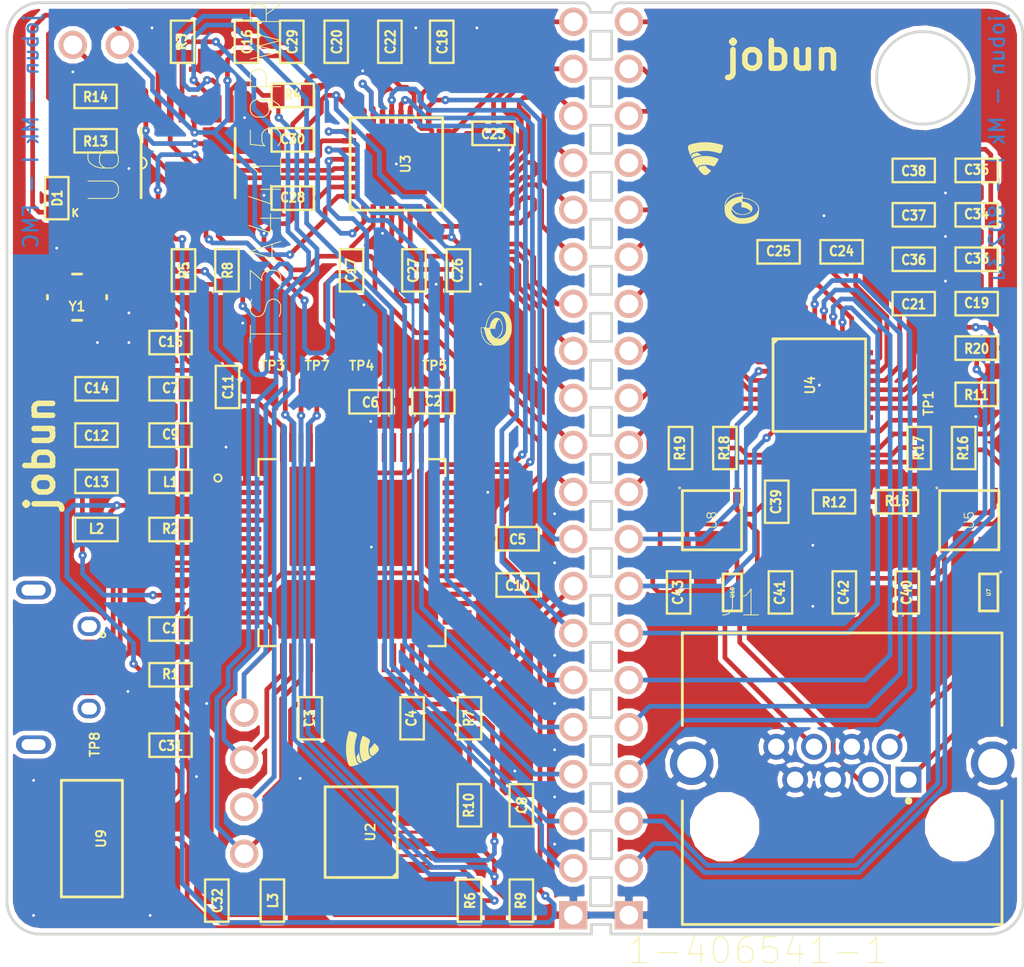
<source format=kicad_pcb>
(kicad_pcb (version 20171130) (host pcbnew 5.0.1)
  (title_block (title jobun) (date 2019-01-08) (rev "Mk I") (company "F-Secure | Inverse Path") (comment 1 "Copyright © F-Secure Corporation") (comment 2 "License: CERN OHL v1.2") (comment 3 "jobun FMC + 802.3u"))
  (layers (0 TOP signal) (31 BOTTOM signal) (35 F.Paste user) (37 F.SilkS user) (38 B.Mask user) (39 F.Mask user) (44 Edge.Cuts user))
  (net 0 "")
  (net 1 GND)
  (net 2 /FTDI/1V8)
  (net 3 3V3)
  (net 4 /FTDI/VPHY)
  (net 5 /FTDI/VPLL)
  (net 6 /FTDI/OSCO)
  (net 7 /FTDI/OSCI)
  (net 8 /PHY/XO)
  (net 9 /PHY/XI)
  (net 10 /USB_5V)
  (net 11 "Net-(C32-Pad1)")
  (net 12 "Net-(C39-Pad1)")
  (net 13 /PHY/TXD_MAG_P)
  (net 14 /PHY/TXD_MAG_N)
  (net 15 /PHY/RXD_MAG_P)
  (net 16 /PHY/RXD_MAG_N)
  (net 17 /FPGA/JTAGENB)
  (net 18 /USB_DP)
  (net 19 /USB_DM)
  (net 20 "Net-(R1-Pad1)")
  (net 21 "Net-(R2-Pad1)")
  (net 22 /FPGA/TCK)
  (net 23 /FPGA/TDO)
  (net 24 /FPGA/TMS)
  (net 25 /FTDI/EECS)
  (net 26 "Net-(R10-Pad1)")
  (net 27 /FPGA/TDI)
  (net 28 /FTDI/EECLK)
  (net 29 /FTDI/EEDATA)
  (net 30 "Net-(R11-Pad1)")
  (net 31 "Net-(R12-Pad1)")
  (net 32 "Net-(D1-Pad2)")
  (net 33 "Net-(R15-Pad1)")
  (net 34 /PHY/TXD_P)
  (net 35 /PHY/TXD_N)
  (net 36 /PHY/RXD_P)
  (net 37 /PHY/RXD_N)
  (net 38 /PHY/#RESET)
  (net 39 "Net-(U1-Pad21)")
  (net 40 "Net-(U1-Pad22)")
  (net 41 "Net-(U1-Pad23)")
  (net 42 "Net-(U1-Pad24)")
  (net 43 "Net-(U1-Pad26)")
  (net 44 "Net-(U1-Pad27)")
  (net 45 "Net-(U1-Pad28)")
  (net 46 "Net-(U1-Pad29)")
  (net 47 "Net-(U1-Pad30)")
  (net 48 "Net-(U1-Pad32)")
  (net 49 "Net-(U1-Pad52)")
  (net 50 "Net-(U1-Pad53)")
  (net 51 "Net-(U1-Pad54)")
  (net 52 "Net-(U1-Pad55)")
  (net 53 "Net-(U1-Pad57)")
  (net 54 "Net-(U1-Pad58)")
  (net 55 "Net-(U1-Pad59)")
  (net 56 "Net-(U1-Pad60)")
  (net 57 "Net-(U1-Pad33)")
  (net 58 "Net-(U1-Pad34)")
  (net 59 "Net-(U1-Pad36)")
  (net 60 /FPGA/UART_RX)
  (net 61 /FPGA/UART_TX)
  (net 62 "Net-(U1-Pad40)")
  (net 63 "Net-(U1-Pad41)")
  (net 64 "Net-(U1-Pad43)")
  (net 65 "Net-(U1-Pad44)")
  (net 66 "Net-(U1-Pad45)")
  (net 67 "Net-(U1-Pad46)")
  (net 68 "Net-(U1-Pad48)")
  (net 69 "Net-(U2-Pad7)")
  (net 70 /FPGA/COL)
  (net 71 /FPGA/RX_D2)
  (net 72 /FPGA/RX_D3)
  (net 73 /FPGA/INT_PWDN_TMS)
  (net 74 /FPGA/LED_TCK)
  (net 75 /FPGA/MDC_TDI)
  (net 76 /FPGA/TX_D1)
  (net 77 /FPGA/TX_EN)
  (net 78 /FPGA/TX_D3)
  (net 79 /FPGA/RX_CLK)
  (net 80 /FPGA/TX_D2)
  (net 81 /FPGA/RX_ER)
  (net 82 /FPGA/RX_DV)
  (net 83 /FPGA/MDIO_TDO)
  (net 84 /FPGA/CRS)
  (net 85 /FPGA/TX_CLK)
  (net 86 /FPGA/TX_D0)
  (net 87 /FPGA/RX_D1)
  (net 88 /FPGA/RX_D0)
  (net 89 "Net-(U4-Pad15)")
  (net 90 "Net-(U4-Pad13)")
  (net 91 "Net-(U4-Pad24)")
  (net 92 "Net-(U4-Pad17)")
  (net 93 /PHY/TXD_PULSE_N)
  (net 94 /PHY/TXD_PULSE_P)
  (net 95 /FPGA/INT_PWDN)
  (net 96 /FPGA/MDC)
  (net 97 /FPGA/MDIO)
  (net 98 /FPGA/LED)
  (net 99 /PHY/RXD_PULSE_P)
  (net 100 /PHY/RXD_PULSE_N)
  (net 101 /PHY/PHY_3V3)
  (net 102 /PHY/TX_D2)
  (net 103 /PHY/TX_D3)
  (net 104 /PHY/TX_D1)
  (net 105 /PHY/TX_D0)
  (net 106 /PHY/TX_CLK)
  (net 107 /PHY/RX_D3)
  (net 108 /PHY/RX_D2)
  (net 109 /PHY/RX_D1)
  (net 110 /PHY/RX_D0)
  (net 111 /PHY/RX_CLK)
  (net 112 /PHY/TX_EN)
  (net 113 /PHY/INT_PWDN)
  (net 114 /PHY/RX_DV)
  (net 115 /PHY/CRS)
  (net 116 /PHY/RX_ER)
  (net 117 /PHY/COL)
  (net 118 /PHY/MDIO)
  (net 119 /PHY/MDC)
  (module snapeda:MOLEX_0475890001 (layer TOP) (at 121.7 112.4 270)
    (fp_text reference P1 hide)
    (fp_text value 0475890001 hide)
    (pad "" thru_hole oval (at 4.175 0 270) (size 1 1.9) (drill oval 0.6 1.3) (layers *.Cu *.Mask))
    (pad "" thru_hole oval (at -4.175 0 270) (size 1 1.9) (drill oval 0.6 1.3) (layers *.Cu *.Mask))
    (pad "" thru_hole oval (at 2.225 -3 270) (size 1.05 1.25) (drill oval 0.65 0.85) (layers *.Cu *.Mask))
    (pad "" thru_hole oval (at -2.225 -3 270) (size 1.05 1.25) (drill oval 0.65 0.85) (layers *.Cu *.Mask))
    (pad "" smd rect (at -1.15 0 270) (size 1.8 1.9) (layers TOP F.Paste F.Mask))
    (pad "" smd rect (at 1.15 0 270) (size 1.8 1.9) (layers TOP F.Paste F.Mask))
    (pad 1 smd rect (at -1.3 -2.675 270) (size 0.4 1.35) (layers TOP F.Paste F.Mask) (net 10 /USB_5V))
    (pad 2 smd rect (at -0.65 -2.675 270) (size 0.4 1.35) (layers TOP F.Paste F.Mask) (net 19 /USB_DM))
    (pad 5 smd rect (at 1.3 -2.675 270) (size 0.4 1.35) (layers TOP F.Paste F.Mask) (net 1 GND))
    (pad 4 smd rect (at 0.65 -2.675 270) (size 0.4 1.35) (layers TOP F.Paste F.Mask) (net 1 GND))
    (pad 3 smd rect (at 0 -2.675 270) (size 0.4 1.35) (layers TOP F.Paste F.Mask) (net 18 /USB_DP))
  )
  (module FSC_LOGO_NO_TEXT_SMALL (layer TOP) (at 139.45 116.8 90)
    (fp_text reference FSC_LOGO_NO_TEXT_SMALL hide)
    (fp_text value G*** hide)
  )
  (module jobun:IP_LOGO_NO_TEXT_SMALL (layer TOP) (at 146.7 95.15 90)
    (fp_text reference Ref** hide)
    (fp_text value Val** hide)
  )
  (module jobun:SOT-223 (layer TOP) (at 124.85 121.65 90)
    (fp_text reference U9 (at 0 0.5 90) (layer F.SilkS) (effects (font (size 0.5 0.5) (thickness 0.1))))
    (fp_text value NCP1117-3.3_SOT223 hide)
    (pad 3 smd rect (at 2.3 3.15 90) (size 1.5 2) (layers TOP F.Paste F.Mask) (net 10 /USB_5V))
    (pad 2 smd rect (at 0 3.15 90) (size 1.5 2) (layers TOP F.Paste F.Mask) (net 11 "Net-(C32-Pad1)"))
    (pad 4 smd rect (at 0 -3.15 90) (size 3.8 2) (layers TOP F.Paste F.Mask))
    (pad 1 smd rect (at -2.3 3.15 90) (size 1.5 2) (layers TOP F.Paste F.Mask) (net 1 GND))
  )
  (module jobun:SG32C (layer TOP) (at 141.3 85.2 90)
    (fp_text reference U3 (at 0 0.5 90) (layer F.SilkS) (effects (font (size 0.5 0.5) (thickness 0.1))))
    (fp_text value LCMXO2-1200HC-4SG32C hide)
    (pad 4 smd rect (at -2.55 -0.25 90) (size 0.75 0.3) (layers TOP F.Paste F.Mask) (net 78 /FPGA/TX_D3))
    (pad 3 smd rect (at -2.55 -0.75 90) (size 0.75 0.3) (layers TOP F.Paste F.Mask) (net 1 GND))
    (pad 2 smd rect (at -2.55 -1.25 90) (size 0.75 0.3) (layers TOP F.Paste F.Mask) (net 3 3V3))
    (pad 1 smd rect (at -2.55 -1.75 90) (size 0.75 0.3) (layers TOP F.Paste F.Mask) (net 83 /FPGA/MDIO_TDO))
    (pad 5 smd rect (at -2.55 0.25 90) (size 0.75 0.3) (layers TOP F.Paste F.Mask) (net 80 /FPGA/TX_D2))
    (pad 6 smd rect (at -2.55 0.75 90) (size 0.75 0.3) (layers TOP F.Paste F.Mask) (net 3 3V3))
    (pad 7 smd rect (at -2.55 1.25 90) (size 0.75 0.3) (layers TOP F.Paste F.Mask) (net 3 3V3))
    (pad 8 smd rect (at -2.55 1.75 90) (size 0.75 0.3) (layers TOP F.Paste F.Mask) (net 76 /FPGA/TX_D1))
    (pad 17 smd rect (at 2.55 1.75 90) (size 0.75 0.3) (layers TOP F.Paste F.Mask) (net 77 /FPGA/TX_EN))
    (pad 18 smd rect (at 2.55 1.25 90) (size 0.75 0.3) (layers TOP F.Paste F.Mask) (net 3 3V3))
    (pad 19 smd rect (at 2.55 0.75 90) (size 0.75 0.3) (layers TOP F.Paste F.Mask) (net 3 3V3))
    (pad 20 smd rect (at 2.55 0.25 90) (size 0.75 0.3) (layers TOP F.Paste F.Mask) (net 60 /FPGA/UART_RX))
    (pad 21 smd rect (at 2.55 -0.25 90) (size 0.75 0.3) (layers TOP F.Paste F.Mask) (net 61 /FPGA/UART_TX))
    (pad 22 smd rect (at 2.55 -0.75 90) (size 0.75 0.3) (layers TOP F.Paste F.Mask) (net 1 GND))
    (pad 23 smd rect (at 2.55 -1.25 90) (size 0.75 0.3) (layers TOP F.Paste F.Mask) (net 82 /FPGA/RX_DV))
    (pad 24 smd rect (at 2.55 -1.75 90) (size 0.75 0.3) (layers TOP F.Paste F.Mask) (net 3 3V3))
    (pad 33 smd rect (at 0 0 90) (size 3.3 3.3) (layers TOP F.Paste F.Mask) (net 1 GND))
    (pad 13 smd rect (at 0.25 2.55 90) (size 0.3 0.75) (layers TOP F.Paste F.Mask) (net 87 /FPGA/RX_D1))
    (pad 14 smd rect (at 0.75 2.55 90) (size 0.3 0.75) (layers TOP F.Paste F.Mask) (net 88 /FPGA/RX_D0))
    (pad 15 smd rect (at 1.25 2.55 90) (size 0.3 0.75) (layers TOP F.Paste F.Mask) (net 3 3V3))
    (pad 16 smd rect (at 1.75 2.55 90) (size 0.3 0.75) (layers TOP F.Paste F.Mask) (net 79 /FPGA/RX_CLK))
    (pad 12 smd rect (at -0.25 2.55 90) (size 0.3 0.75) (layers TOP F.Paste F.Mask) (net 71 /FPGA/RX_D2))
    (pad 11 smd rect (at -0.75 2.55 90) (size 0.3 0.75) (layers TOP F.Paste F.Mask) (net 72 /FPGA/RX_D3))
    (pad 10 smd rect (at -1.25 2.55 90) (size 0.3 0.75) (layers TOP F.Paste F.Mask) (net 85 /FPGA/TX_CLK))
    (pad 9 smd rect (at -1.75 2.55 90) (size 0.3 0.75) (layers TOP F.Paste F.Mask) (net 86 /FPGA/TX_D0))
    (pad 32 smd rect (at -1.75 -2.55 90) (size 0.3 0.75) (layers TOP F.Paste F.Mask) (net 75 /FPGA/MDC_TDI))
    (pad 31 smd rect (at -1.25 -2.55 90) (size 0.3 0.75) (layers TOP F.Paste F.Mask) (net 3 3V3))
    (pad 30 smd rect (at -0.75 -2.55 90) (size 0.3 0.75) (layers TOP F.Paste F.Mask) (net 74 /FPGA/LED_TCK))
    (pad 29 smd rect (at -0.25 -2.55 90) (size 0.3 0.75) (layers TOP F.Paste F.Mask) (net 73 /FPGA/INT_PWDN_TMS))
    (pad 28 smd rect (at 0.25 -2.55 90) (size 0.3 0.75) (layers TOP F.Paste F.Mask) (net 70 /FPGA/COL))
    (pad 27 smd rect (at 0.75 -2.55 90) (size 0.3 0.75) (layers TOP F.Paste F.Mask) (net 81 /FPGA/RX_ER))
    (pad 26 smd rect (at 1.25 -2.55 90) (size 0.3 0.75) (layers TOP F.Paste F.Mask) (net 17 /FPGA/JTAGENB))
    (pad 25 smd rect (at 1.75 -2.55 90) (size 0.3 0.75) (layers TOP F.Paste F.Mask) (net 84 /FPGA/CRS))
  )
  (module jobun:IP_LOGO_NO_TEXT_SMALL (layer TOP) (at 158.9 87.6)
    (fp_text reference Ref** hide)
    (fp_text value Val** hide)
  )
  (module FSC_LOGO_NO_TEXT_SMALL (layer TOP) (at 158 84.9)
    (fp_text reference FSC_LOGO_NO_TEXT_SMALL hide)
    (fp_text value G*** hide)
  )
  (module jobun:SM0603 (layer TOP) (at 129.1 110.325 180)
    (fp_text reference C1 (at 0 0.03556 180) (layer F.SilkS) (effects (font (size 0.508 0.4572) (thickness 0.1143))))
    (fp_text value "0.1 uF" hide)
    (pad 2 smd rect (at 0.762 0 180) (size 0.635 1.143) (layers TOP F.Paste F.Mask) (net 1 GND))
    (pad 1 smd rect (at -0.762 0 180) (size 0.635 1.143) (layers TOP F.Paste F.Mask) (net 2 /FTDI/1V8))
  )
  (module jobun:SM0603 (layer TOP) (at 143.3 98.05 180)
    (fp_text reference C2 (at 0 0.03556 180) (layer F.SilkS) (effects (font (size 0.508 0.4572) (thickness 0.1143))))
    (fp_text value "3.3 uF" hide)
    (pad 1 smd rect (at -0.762 0 180) (size 0.635 1.143) (layers TOP F.Paste F.Mask) (net 2 /FTDI/1V8))
    (pad 2 smd rect (at 0.762 0 180) (size 0.635 1.143) (layers TOP F.Paste F.Mask) (net 1 GND))
  )
  (module jobun:SM0603 (layer TOP) (at 136.65 115.15 270)
    (fp_text reference C3 (at 0 0.03556 270) (layer F.SilkS) (effects (font (size 0.508 0.4572) (thickness 0.1143))))
    (fp_text value "0.1 uF" hide)
    (pad 2 smd rect (at 0.762 0 270) (size 0.635 1.143) (layers TOP F.Paste F.Mask) (net 1 GND))
    (pad 1 smd rect (at -0.762 0 270) (size 0.635 1.143) (layers TOP F.Paste F.Mask) (net 3 3V3))
  )
  (module jobun:SM0603 (layer TOP) (at 142.15 115.15 270)
    (fp_text reference C4 (at 0 0.03556 270) (layer F.SilkS) (effects (font (size 0.508 0.4572) (thickness 0.1143))))
    (fp_text value "0.1 uF" hide)
    (pad 1 smd rect (at -0.762 0 270) (size 0.635 1.143) (layers TOP F.Paste F.Mask) (net 3 3V3))
    (pad 2 smd rect (at 0.762 0 270) (size 0.635 1.143) (layers TOP F.Paste F.Mask) (net 1 GND))
  )
  (module jobun:SM0603 (layer TOP) (at 147.85 105.45)
    (fp_text reference C5 (at 0 0.03556) (layer F.SilkS) (effects (font (size 0.508 0.4572) (thickness 0.1143))))
    (fp_text value "0.1 uF" hide)
    (pad 2 smd rect (at 0.762 0) (size 0.635 1.143) (layers TOP F.Paste F.Mask) (net 1 GND))
    (pad 1 smd rect (at -0.762 0) (size 0.635 1.143) (layers TOP F.Paste F.Mask) (net 3 3V3))
  )
  (module jobun:SM0603 (layer TOP) (at 139.9 98.05)
    (fp_text reference C6 (at 0 0.03556) (layer F.SilkS) (effects (font (size 0.508 0.4572) (thickness 0.1143))))
    (fp_text value "0.1 uF" hide)
    (pad 1 smd rect (at -0.762 0) (size 0.635 1.143) (layers TOP F.Paste F.Mask) (net 3 3V3))
    (pad 2 smd rect (at 0.762 0) (size 0.635 1.143) (layers TOP F.Paste F.Mask) (net 1 GND))
  )
  (module jobun:SM0603 (layer TOP) (at 129.1 97.35 180)
    (fp_text reference C7 (at 0 0.03556 180) (layer F.SilkS) (effects (font (size 0.508 0.4572) (thickness 0.1143))))
    (fp_text value "4.7 uF" hide)
    (pad 1 smd rect (at -0.762 0 180) (size 0.635 1.143) (layers TOP F.Paste F.Mask) (net 4 /FTDI/VPHY))
    (pad 2 smd rect (at 0.762 0 180) (size 0.635 1.143) (layers TOP F.Paste F.Mask) (net 1 GND))
  )
  (module jobun:SM0603 (layer TOP) (at 148.05 119.85 90)
    (fp_text reference C8 (at 0 0.03556 90) (layer F.SilkS) (effects (font (size 0.508 0.4572) (thickness 0.1143))))
    (fp_text value "0.1 uF" hide)
    (pad 2 smd rect (at 0.762 0 90) (size 0.635 1.143) (layers TOP F.Paste F.Mask) (net 1 GND))
    (pad 1 smd rect (at -0.762 0 90) (size 0.635 1.143) (layers TOP F.Paste F.Mask) (net 3 3V3))
  )
  (module jobun:SM0603 (layer TOP) (at 129.1 99.85 180)
    (fp_text reference C9 (at 0 0.03556 180) (layer F.SilkS) (effects (font (size 0.508 0.4572) (thickness 0.1143))))
    (fp_text value "0.1 uF" hide)
    (pad 2 smd rect (at 0.762 0 180) (size 0.635 1.143) (layers TOP F.Paste F.Mask) (net 1 GND))
    (pad 1 smd rect (at -0.762 0 180) (size 0.635 1.143) (layers TOP F.Paste F.Mask) (net 4 /FTDI/VPHY))
  )
  (module jobun:SM0603 (layer TOP) (at 147.85 107.95)
    (fp_text reference C10 (at 0 0.03556) (layer F.SilkS) (effects (font (size 0.508 0.4572) (thickness 0.1143))))
    (fp_text value "0.1 uF" hide)
    (pad 1 smd rect (at -0.762 0) (size 0.635 1.143) (layers TOP F.Paste F.Mask) (net 2 /FTDI/1V8))
    (pad 2 smd rect (at 0.762 0) (size 0.635 1.143) (layers TOP F.Paste F.Mask) (net 1 GND))
  )
  (module jobun:SM0603 (layer TOP) (at 132.175 97.25 90)
    (fp_text reference C11 (at 0 0.03556 90) (layer F.SilkS) (effects (font (size 0.508 0.4572) (thickness 0.1143))))
    (fp_text value "0.1 uF" hide)
    (pad 1 smd rect (at -0.762 0 90) (size 0.635 1.143) (layers TOP F.Paste F.Mask) (net 2 /FTDI/1V8))
    (pad 2 smd rect (at 0.762 0 90) (size 0.635 1.143) (layers TOP F.Paste F.Mask) (net 1 GND))
  )
  (module jobun:SM0603 (layer TOP) (at 125.1 99.85)
    (fp_text reference C12 (at 0 0.03556) (layer F.SilkS) (effects (font (size 0.508 0.4572) (thickness 0.1143))))
    (fp_text value "4.7 uF" hide)
    (pad 2 smd rect (at 0.762 0) (size 0.635 1.143) (layers TOP F.Paste F.Mask) (net 1 GND))
    (pad 1 smd rect (at -0.762 0) (size 0.635 1.143) (layers TOP F.Paste F.Mask) (net 5 /FTDI/VPLL))
  )
  (module jobun:SM0603 (layer TOP) (at 125.1 102.35)
    (fp_text reference C13 (at 0 0.03556) (layer F.SilkS) (effects (font (size 0.508 0.4572) (thickness 0.1143))))
    (fp_text value "0.1 uF" hide)
    (pad 1 smd rect (at -0.762 0) (size 0.635 1.143) (layers TOP F.Paste F.Mask) (net 5 /FTDI/VPLL))
    (pad 2 smd rect (at 0.762 0) (size 0.635 1.143) (layers TOP F.Paste F.Mask) (net 1 GND))
  )
  (module jobun:SM0603 (layer TOP) (at 125.1 97.35 180)
    (fp_text reference C14 (at 0 0.03556 180) (layer F.SilkS) (effects (font (size 0.508 0.4572) (thickness 0.1143))))
    (fp_text value 27pF hide)
    (pad 2 smd rect (at 0.762 0 180) (size 0.635 1.143) (layers TOP F.Paste F.Mask) (net 1 GND))
    (pad 1 smd rect (at -0.762 0 180) (size 0.635 1.143) (layers TOP F.Paste F.Mask) (net 6 /FTDI/OSCO))
  )
  (module jobun:SM0603 (layer TOP) (at 129.1 94.85 180)
    (fp_text reference C15 (at 0 0.03556 180) (layer F.SilkS) (effects (font (size 0.508 0.4572) (thickness 0.1143))))
    (fp_text value 27pF hide)
    (pad 1 smd rect (at -0.762 0 180) (size 0.635 1.143) (layers TOP F.Paste F.Mask) (net 7 /FTDI/OSCI))
    (pad 2 smd rect (at 0.762 0 180) (size 0.635 1.143) (layers TOP F.Paste F.Mask) (net 1 GND))
  )
  (module jobun:SM0603 (layer TOP) (at 133.2 78.6 90)
    (fp_text reference C16 (at 0 0.03556 90) (layer F.SilkS) (effects (font (size 0.508 0.4572) (thickness 0.1143))))
    (fp_text value "0.1 uF" hide)
    (pad 1 smd rect (at -0.762 0 90) (size 0.635 1.143) (layers TOP F.Paste F.Mask) (net 3 3V3))
    (pad 2 smd rect (at 0.762 0 90) (size 0.635 1.143) (layers TOP F.Paste F.Mask) (net 1 GND))
  )
  (module jobun:SM0603 (layer TOP) (at 138.88 90.95 270)
    (fp_text reference C17 (at 0 0.03556 270) (layer F.SilkS) (effects (font (size 0.508 0.4572) (thickness 0.1143))))
    (fp_text value "0.1 uF" hide)
    (pad 2 smd rect (at 0.762 0 270) (size 0.635 1.143) (layers TOP F.Paste F.Mask) (net 1 GND))
    (pad 1 smd rect (at -0.762 0 270) (size 0.635 1.143) (layers TOP F.Paste F.Mask) (net 3 3V3))
  )
  (module jobun:SM0603 (layer TOP) (at 143.75 78.6 90)
    (fp_text reference C18 (at 0 0.03556 90) (layer F.SilkS) (effects (font (size 0.508 0.4572) (thickness 0.1143))))
    (fp_text value "0.1 uF" hide)
    (pad 1 smd rect (at -0.762 0 90) (size 0.635 1.143) (layers TOP F.Paste F.Mask) (net 3 3V3))
    (pad 2 smd rect (at 0.762 0 90) (size 0.635 1.143) (layers TOP F.Paste F.Mask) (net 1 GND))
  )
  (module jobun:SM0603 (layer TOP) (at 172.65 92.75 180)
    (fp_text reference C19 (at 0 0.03556 180) (layer F.SilkS) (effects (font (size 0.508 0.4572) (thickness 0.1143))))
    (fp_text value 0.01uF hide)
    (pad 1 smd rect (at -0.762 0 180) (size 0.635 1.143) (layers TOP F.Paste F.Mask) (net 101 /PHY/PHY_3V3))
    (pad 2 smd rect (at 0.762 0 180) (size 0.635 1.143) (layers TOP F.Paste F.Mask) (net 1 GND))
  )
  (module jobun:SM0603 (layer TOP) (at 138.05 78.6 90)
    (fp_text reference C20 (at 0 0.03556 90) (layer F.SilkS) (effects (font (size 0.508 0.4572) (thickness 0.1143))))
    (fp_text value "0.1 uF" hide)
    (pad 2 smd rect (at 0.762 0 90) (size 0.635 1.143) (layers TOP F.Paste F.Mask) (net 1 GND))
    (pad 1 smd rect (at -0.762 0 90) (size 0.635 1.143) (layers TOP F.Paste F.Mask) (net 3 3V3))
  )
  (module jobun:SM0603 (layer TOP) (at 169.25 92.75)
    (fp_text reference C21 (at 0 0.03556) (layer F.SilkS) (effects (font (size 0.508 0.4572) (thickness 0.1143))))
    (fp_text value 1uF hide)
    (pad 2 smd rect (at 0.762 0) (size 0.635 1.143) (layers TOP F.Paste F.Mask) (net 1 GND))
    (pad 1 smd rect (at -0.762 0) (size 0.635 1.143) (layers TOP F.Paste F.Mask) (net 101 /PHY/PHY_3V3))
  )
  (module jobun:SM0603 (layer TOP) (at 140.95 78.6 90)
    (fp_text reference C22 (at 0 0.03556 90) (layer F.SilkS) (effects (font (size 0.508 0.4572) (thickness 0.1143))))
    (fp_text value "0.1 uF" hide)
    (pad 2 smd rect (at 0.762 0 90) (size 0.635 1.143) (layers TOP F.Paste F.Mask) (net 1 GND))
    (pad 1 smd rect (at -0.762 0 90) (size 0.635 1.143) (layers TOP F.Paste F.Mask) (net 3 3V3))
  )
  (module jobun:SM0603 (layer TOP) (at 146.55 83.55)
    (fp_text reference C23 (at 0 0.03556) (layer F.SilkS) (effects (font (size 0.508 0.4572) (thickness 0.1143))))
    (fp_text value "0.1 uF" hide)
    (pad 2 smd rect (at 0.762 0) (size 0.635 1.143) (layers TOP F.Paste F.Mask) (net 1 GND))
    (pad 1 smd rect (at -0.762 0) (size 0.635 1.143) (layers TOP F.Paste F.Mask) (net 3 3V3))
  )
  (module jobun:SM0603 (layer TOP) (at 165.35 89.95 180)
    (fp_text reference C24 (at 0 0.03556 180) (layer F.SilkS) (effects (font (size 0.508 0.4572) (thickness 0.1143))))
    (fp_text value 12pF hide)
    (pad 2 smd rect (at 0.762 0 180) (size 0.635 1.143) (layers TOP F.Paste F.Mask) (net 1 GND))
    (pad 1 smd rect (at -0.762 0 180) (size 0.635 1.143) (layers TOP F.Paste F.Mask) (net 8 /PHY/XO))
  )
  (module jobun:SM0603 (layer TOP) (at 161.95 89.95 180)
    (fp_text reference C25 (at 0 0.03556 180) (layer F.SilkS) (effects (font (size 0.508 0.4572) (thickness 0.1143))))
    (fp_text value 12pF hide)
    (pad 1 smd rect (at -0.762 0 180) (size 0.635 1.143) (layers TOP F.Paste F.Mask) (net 9 /PHY/XI))
    (pad 2 smd rect (at 0.762 0 180) (size 0.635 1.143) (layers TOP F.Paste F.Mask) (net 1 GND))
  )
  (module jobun:SM0603 (layer TOP) (at 144.65 90.95 270)
    (fp_text reference C26 (at 0 0.03556 270) (layer F.SilkS) (effects (font (size 0.508 0.4572) (thickness 0.1143))))
    (fp_text value "0.1 uF" hide)
    (pad 1 smd rect (at -0.762 0 270) (size 0.635 1.143) (layers TOP F.Paste F.Mask) (net 3 3V3))
    (pad 2 smd rect (at 0.762 0 270) (size 0.635 1.143) (layers TOP F.Paste F.Mask) (net 1 GND))
  )
  (module jobun:SM0603 (layer TOP) (at 142.25 90.95 270)
    (fp_text reference C27 (at 0 0.03556 270) (layer F.SilkS) (effects (font (size 0.508 0.4572) (thickness 0.1143))))
    (fp_text value "0.1 uF" hide)
    (pad 2 smd rect (at 0.762 0 270) (size 0.635 1.143) (layers TOP F.Paste F.Mask) (net 1 GND))
    (pad 1 smd rect (at -0.762 0 270) (size 0.635 1.143) (layers TOP F.Paste F.Mask) (net 3 3V3))
  )
  (module jobun:SM0603 (layer TOP) (at 135.7 87.05 180)
    (fp_text reference C28 (at 0 0.03556 180) (layer F.SilkS) (effects (font (size 0.508 0.4572) (thickness 0.1143))))
    (fp_text value "0.1 uF" hide)
    (pad 1 smd rect (at -0.762 0 180) (size 0.635 1.143) (layers TOP F.Paste F.Mask) (net 3 3V3))
    (pad 2 smd rect (at 0.762 0 180) (size 0.635 1.143) (layers TOP F.Paste F.Mask) (net 1 GND))
  )
  (module jobun:SM0603 (layer TOP) (at 135.65 78.6 90)
    (fp_text reference C29 (at 0 0.03556 90) (layer F.SilkS) (effects (font (size 0.508 0.4572) (thickness 0.1143))))
    (fp_text value 10uF hide)
    (pad 1 smd rect (at -0.762 0 90) (size 0.635 1.143) (layers TOP F.Paste F.Mask) (net 3 3V3))
    (pad 2 smd rect (at 0.762 0 90) (size 0.635 1.143) (layers TOP F.Paste F.Mask) (net 1 GND))
  )
  (module jobun:SM0603 (layer TOP) (at 135.7 83.9 180)
    (fp_text reference C30 (at 0 0.03556 180) (layer F.SilkS) (effects (font (size 0.508 0.4572) (thickness 0.1143))))
    (fp_text value 10uF hide)
    (pad 2 smd rect (at 0.762 0 180) (size 0.635 1.143) (layers TOP F.Paste F.Mask) (net 1 GND))
    (pad 1 smd rect (at -0.762 0 180) (size 0.635 1.143) (layers TOP F.Paste F.Mask) (net 3 3V3))
  )
  (module jobun:SM0603 (layer TOP) (at 129.1 116.6)
    (fp_text reference C31 (at 0 0.03556) (layer F.SilkS) (effects (font (size 0.508 0.4572) (thickness 0.1143))))
    (fp_text value 10uF hide)
    (pad 2 smd rect (at 0.762 0) (size 0.635 1.143) (layers TOP F.Paste F.Mask) (net 1 GND))
    (pad 1 smd rect (at -0.762 0) (size 0.635 1.143) (layers TOP F.Paste F.Mask) (net 10 /USB_5V))
  )
  (module jobun:SM0603 (layer TOP) (at 131.6 125 90)
    (fp_text reference C32 (at 0 0.03556 90) (layer F.SilkS) (effects (font (size 0.508 0.4572) (thickness 0.1143))))
    (fp_text value 22uF hide)
    (pad 1 smd rect (at -0.762 0 90) (size 0.635 1.143) (layers TOP F.Paste F.Mask) (net 11 "Net-(C32-Pad1)"))
    (pad 2 smd rect (at 0.762 0 90) (size 0.635 1.143) (layers TOP F.Paste F.Mask) (net 1 GND))
  )
  (module jobun:SM0603 (layer TOP) (at 172.65 90.35 180)
    (fp_text reference C33 (at 0 0.03556 180) (layer F.SilkS) (effects (font (size 0.508 0.4572) (thickness 0.1143))))
    (fp_text value 10uF hide)
    (pad 2 smd rect (at 0.762 0 180) (size 0.635 1.143) (layers TOP F.Paste F.Mask) (net 1 GND))
    (pad 1 smd rect (at -0.762 0 180) (size 0.635 1.143) (layers TOP F.Paste F.Mask) (net 101 /PHY/PHY_3V3))
  )
  (module jobun:SM0603 (layer TOP) (at 172.65 87.95 180)
    (fp_text reference C34 (at 0 0.03556 180) (layer F.SilkS) (effects (font (size 0.508 0.4572) (thickness 0.1143))))
    (fp_text value 1uF hide)
    (pad 1 smd rect (at -0.762 0 180) (size 0.635 1.143) (layers TOP F.Paste F.Mask) (net 101 /PHY/PHY_3V3))
    (pad 2 smd rect (at 0.762 0 180) (size 0.635 1.143) (layers TOP F.Paste F.Mask) (net 1 GND))
  )
  (module jobun:SM0603 (layer TOP) (at 172.65 85.55 180)
    (fp_text reference C35 (at 0 0.03556 180) (layer F.SilkS) (effects (font (size 0.508 0.4572) (thickness 0.1143))))
    (fp_text value "0.1 uF" hide)
    (pad 1 smd rect (at -0.762 0 180) (size 0.635 1.143) (layers TOP F.Paste F.Mask) (net 101 /PHY/PHY_3V3))
    (pad 2 smd rect (at 0.762 0 180) (size 0.635 1.143) (layers TOP F.Paste F.Mask) (net 1 GND))
  )
  (module jobun:SM0603 (layer TOP) (at 169.25 90.35)
    (fp_text reference C36 (at 0 0.03556) (layer F.SilkS) (effects (font (size 0.508 0.4572) (thickness 0.1143))))
    (fp_text value 10uF hide)
    (pad 2 smd rect (at 0.762 0) (size 0.635 1.143) (layers TOP F.Paste F.Mask) (net 1 GND))
    (pad 1 smd rect (at -0.762 0) (size 0.635 1.143) (layers TOP F.Paste F.Mask) (net 101 /PHY/PHY_3V3))
  )
  (module jobun:SM0603 (layer TOP) (at 169.25 87.95)
    (fp_text reference C37 (at 0 0.03556) (layer F.SilkS) (effects (font (size 0.508 0.4572) (thickness 0.1143))))
    (fp_text value "0.1 uF" hide)
    (pad 1 smd rect (at -0.762 0) (size 0.635 1.143) (layers TOP F.Paste F.Mask) (net 101 /PHY/PHY_3V3))
    (pad 2 smd rect (at 0.762 0) (size 0.635 1.143) (layers TOP F.Paste F.Mask) (net 1 GND))
  )
  (module jobun:SM0603 (layer TOP) (at 169.25 85.55)
    (fp_text reference C38 (at 0 0.03556) (layer F.SilkS) (effects (font (size 0.508 0.4572) (thickness 0.1143))))
    (fp_text value 0.01uF hide)
    (pad 1 smd rect (at -0.762 0) (size 0.635 1.143) (layers TOP F.Paste F.Mask) (net 101 /PHY/PHY_3V3))
    (pad 2 smd rect (at 0.762 0) (size 0.635 1.143) (layers TOP F.Paste F.Mask) (net 1 GND))
  )
  (module jobun:SM0603 (layer TOP) (at 161.85 103.45 270)
    (fp_text reference C39 (at 0 0.03556 270) (layer F.SilkS) (effects (font (size 0.508 0.4572) (thickness 0.1143))))
    (fp_text value 0.01uF hide)
    (pad 2 smd rect (at 0.762 0 270) (size 0.635 1.143) (layers TOP F.Paste F.Mask) (net 1 GND))
    (pad 1 smd rect (at -0.762 0 270) (size 0.635 1.143) (layers TOP F.Paste F.Mask) (net 12 "Net-(C39-Pad1)"))
  )
  (module jobun:SM0603 (layer TOP) (at 168.9 108.35 270)
    (fp_text reference C40 (at 0 0.03556 270) (layer F.SilkS) (effects (font (size 0.508 0.4572) (thickness 0.1143))))
    (fp_text value 1uF hide)
    (pad 2 smd rect (at 0.762 0 270) (size 0.635 1.143) (layers TOP F.Paste F.Mask) (net 1 GND))
    (pad 1 smd rect (at -0.762 0 270) (size 0.635 1.143) (layers TOP F.Paste F.Mask) (net 101 /PHY/PHY_3V3))
  )
  (module jobun:SM0603 (layer TOP) (at 162.05 108.35 270)
    (fp_text reference C41 (at 0 0.03556 270) (layer F.SilkS) (effects (font (size 0.508 0.4572) (thickness 0.1143))))
    (fp_text value 1uF hide)
    (pad 1 smd rect (at -0.762 0 270) (size 0.635 1.143) (layers TOP F.Paste F.Mask) (net 101 /PHY/PHY_3V3))
    (pad 2 smd rect (at 0.762 0 270) (size 0.635 1.143) (layers TOP F.Paste F.Mask) (net 1 GND))
  )
  (module jobun:SM0603 (layer TOP) (at 165.5 108.35 270)
    (fp_text reference C42 (at 0 0.03556 270) (layer F.SilkS) (effects (font (size 0.508 0.4572) (thickness 0.1143))))
    (fp_text value "0.1 uF" hide)
    (pad 1 smd rect (at -0.762 0 270) (size 0.635 1.143) (layers TOP F.Paste F.Mask) (net 101 /PHY/PHY_3V3))
    (pad 2 smd rect (at 0.762 0 270) (size 0.635 1.143) (layers TOP F.Paste F.Mask) (net 1 GND))
  )
  (module jobun:SM0603 (layer TOP) (at 156.55 108.35 270)
    (fp_text reference C43 (at 0 0.03556 270) (layer F.SilkS) (effects (font (size 0.508 0.4572) (thickness 0.1143))))
    (fp_text value "0.1 uF" hide)
    (pad 2 smd rect (at 0.762 0 270) (size 0.635 1.143) (layers TOP F.Paste F.Mask) (net 1 GND))
    (pad 1 smd rect (at -0.762 0 270) (size 0.635 1.143) (layers TOP F.Paste F.Mask) (net 101 /PHY/PHY_3V3))
  )
  (module snapeda:CONN_1-406541-1 (layer TOP) (at 165.384 117.578)
    (fp_text reference J1 (at -5.4585 -8.662) (layer F.SilkS) (effects (font (size 1.40373 1.40373) (thickness 0.05))))
    (fp_text value 1-406541-1 (at -4.55975 10.1216) (layer F.SilkS) (effects (font (size 1.40147 1.40147) (thickness 0.05))))
    (pad 1 thru_hole rect (at 3.58 0.89) (size 1.398 1.398) (drill 0.89) (layers *.Cu *.Mask) (net 13 /PHY/TXD_MAG_P))
    (pad 9 thru_hole circle (at -8.13 0) (size 2.355 2.355) (drill 1.57) (layers *.Cu *.Mask) (net 1 GND))
    (pad 10 thru_hole circle (at 8.13 0) (size 2.355 2.355) (drill 1.57) (layers *.Cu *.Mask) (net 1 GND))
    (pad Hole np_thru_hole circle (at -6.35 3.43) (size 3.25 3.25) (drill 3.25) (layers *.Cu *.Mask F.SilkS))
    (pad Hole np_thru_hole circle (at 6.35 3.43) (size 3.25 3.25) (drill 3.25) (layers *.Cu *.Mask F.SilkS))
    (pad 2 thru_hole circle (at 2.56 -0.89) (size 1.398 1.398) (drill 0.89) (layers *.Cu *.Mask) (net 14 /PHY/TXD_MAG_N))
    (pad 3 thru_hole circle (at 1.54 0.89) (size 1.398 1.398) (drill 0.89) (layers *.Cu *.Mask) (net 15 /PHY/RXD_MAG_P))
    (pad 4 thru_hole circle (at 0.52 -0.89) (size 1.398 1.398) (drill 0.89) (layers *.Cu *.Mask) (net 1 GND))
    (pad 5 thru_hole circle (at -0.5 0.89) (size 1.398 1.398) (drill 0.89) (layers *.Cu *.Mask) (net 1 GND))
    (pad 6 thru_hole circle (at -1.52 -0.89) (size 1.398 1.398) (drill 0.89) (layers *.Cu *.Mask) (net 16 /PHY/RXD_MAG_N))
    (pad 7 thru_hole circle (at -2.54 0.89) (size 1.398 1.398) (drill 0.89) (layers *.Cu *.Mask) (net 1 GND))
    (pad 8 thru_hole circle (at -3.56 -0.89) (size 1.398 1.398) (drill 0.89) (layers *.Cu *.Mask) (net 1 GND))
  )
  (module jobun:SM0603 (layer TOP) (at 129.1 102.35)
    (fp_text reference L1 (at 0 0.03556) (layer F.SilkS) (effects (font (size 0.508 0.4572) (thickness 0.1143))))
    (fp_text value "600ohm 500mA" hide)
    (pad 2 smd rect (at 0.762 0) (size 0.635 1.143) (layers TOP F.Paste F.Mask) (net 4 /FTDI/VPHY))
    (pad 1 smd rect (at -0.762 0) (size 0.635 1.143) (layers TOP F.Paste F.Mask) (net 3 3V3))
  )
  (module jobun:SM0603 (layer TOP) (at 125.1 104.95 180)
    (fp_text reference L2 (at 0 0.03556 180) (layer F.SilkS) (effects (font (size 0.508 0.4572) (thickness 0.1143))))
    (fp_text value "600ohm 500mA" hide)
    (pad 2 smd rect (at 0.762 0 180) (size 0.635 1.143) (layers TOP F.Paste F.Mask) (net 5 /FTDI/VPLL))
    (pad 1 smd rect (at -0.762 0 180) (size 0.635 1.143) (layers TOP F.Paste F.Mask) (net 3 3V3))
  )
  (module jobun:SM0603 (layer TOP) (at 134.6 125 90)
    (fp_text reference L3 (at 0 0.03556 90) (layer F.SilkS) (effects (font (size 0.508 0.4572) (thickness 0.1143))))
    (fp_text value "600ohm 500mA" hide)
    (pad 1 smd rect (at -0.762 0 90) (size 0.635 1.143) (layers TOP F.Paste F.Mask) (net 11 "Net-(C32-Pad1)"))
    (pad 2 smd rect (at 0.762 0 90) (size 0.635 1.143) (layers TOP F.Paste F.Mask) (net 3 3V3))
  )
  (module jobun:SM0603 (layer TOP) (at 129.1 112.8 180)
    (fp_text reference R1 (at 0 0.03556 180) (layer F.SilkS) (effects (font (size 0.508 0.4572) (thickness 0.1143))))
    (fp_text value 1k hide)
    (pad 1 smd rect (at -0.762 0 180) (size 0.635 1.143) (layers TOP F.Paste F.Mask) (net 20 "Net-(R1-Pad1)"))
    (pad 2 smd rect (at 0.762 0 180) (size 0.635 1.143) (layers TOP F.Paste F.Mask) (net 3 3V3))
  )
  (module jobun:SM0603 (layer TOP) (at 129.1 104.95 180)
    (fp_text reference R2 (at 0 0.03556 180) (layer F.SilkS) (effects (font (size 0.508 0.4572) (thickness 0.1143))))
    (fp_text value 12k hide)
    (pad 1 smd rect (at -0.762 0 180) (size 0.635 1.143) (layers TOP F.Paste F.Mask) (net 21 "Net-(R2-Pad1)"))
    (pad 2 smd rect (at 0.762 0 180) (size 0.635 1.143) (layers TOP F.Paste F.Mask) (net 1 GND))
  )
  (module jobun:SM0603 (layer TOP) (at 129.75 78.6 270)
    (fp_text reference R3 (at 0 0.03556 270) (layer F.SilkS) (effects (font (size 0.508 0.4572) (thickness 0.1143))))
    (fp_text value 2.2k hide)
    (pad 1 smd rect (at -0.762 0 270) (size 0.635 1.143) (layers TOP F.Paste F.Mask) (net 1 GND))
    (pad 2 smd rect (at 0.762 0 270) (size 0.635 1.143) (layers TOP F.Paste F.Mask) (net 22 /FPGA/TCK))
  )
  (module jobun:SM0603 (layer TOP) (at 135.7 81.5 180)
    (fp_text reference R4 (at 0 0.03556 180) (layer F.SilkS) (effects (font (size 0.508 0.4572) (thickness 0.1143))))
    (fp_text value 5.1k hide)
    (pad 2 smd rect (at 0.762 0 180) (size 0.635 1.143) (layers TOP F.Paste F.Mask) (net 23 /FPGA/TDO))
    (pad 1 smd rect (at -0.762 0 180) (size 0.635 1.143) (layers TOP F.Paste F.Mask) (net 3 3V3))
  )
  (module jobun:SM0603 (layer TOP) (at 129.8 90.95 90)
    (fp_text reference R5 (at 0 0.03556 90) (layer F.SilkS) (effects (font (size 0.508 0.4572) (thickness 0.1143))))
    (fp_text value 5.1k hide)
    (pad 1 smd rect (at -0.762 0 90) (size 0.635 1.143) (layers TOP F.Paste F.Mask) (net 3 3V3))
    (pad 2 smd rect (at 0.762 0 90) (size 0.635 1.143) (layers TOP F.Paste F.Mask) (net 24 /FPGA/TMS))
  )
  (module jobun:SM0603 (layer TOP) (at 145.25 125 90)
    (fp_text reference R6 (at 0 0.03556 90) (layer F.SilkS) (effects (font (size 0.508 0.4572) (thickness 0.1143))))
    (fp_text value 10k hide)
    (pad 1 smd rect (at -0.762 0 90) (size 0.635 1.143) (layers TOP F.Paste F.Mask) (net 3 3V3))
    (pad 2 smd rect (at 0.762 0 90) (size 0.635 1.143) (layers TOP F.Paste F.Mask) (net 25 /FTDI/EECS))
  )
  (module jobun:SM0603 (layer TOP) (at 145.25 115.15 270)
    (fp_text reference R7 (at 0 0.03556 270) (layer F.SilkS) (effects (font (size 0.508 0.4572) (thickness 0.1143))))
    (fp_text value 10k hide)
    (pad 2 smd rect (at 0.762 0 270) (size 0.635 1.143) (layers TOP F.Paste F.Mask) (net 26 "Net-(R10-Pad1)"))
    (pad 1 smd rect (at -0.762 0 270) (size 0.635 1.143) (layers TOP F.Paste F.Mask) (net 3 3V3))
  )
  (module jobun:SM0603 (layer TOP) (at 132.15 90.95 90)
    (fp_text reference R8 (at 0 0.03556 90) (layer F.SilkS) (effects (font (size 0.508 0.4572) (thickness 0.1143))))
    (fp_text value 5.1k hide)
    (pad 1 smd rect (at -0.762 0 90) (size 0.635 1.143) (layers TOP F.Paste F.Mask) (net 3 3V3))
    (pad 2 smd rect (at 0.762 0 90) (size 0.635 1.143) (layers TOP F.Paste F.Mask) (net 27 /FPGA/TDI))
  )
  (module jobun:SM0603 (layer TOP) (at 148.05 125 270)
    (fp_text reference R9 (at 0 0.03556 270) (layer F.SilkS) (effects (font (size 0.508 0.4572) (thickness 0.1143))))
    (fp_text value 10k hide)
    (pad 2 smd rect (at 0.762 0 270) (size 0.635 1.143) (layers TOP F.Paste F.Mask) (net 28 /FTDI/EECLK))
    (pad 1 smd rect (at -0.762 0 270) (size 0.635 1.143) (layers TOP F.Paste F.Mask) (net 3 3V3))
  )
  (module jobun:SM0603 (layer TOP) (at 145.25 119.85 270)
    (fp_text reference R10 (at 0 0.03556 270) (layer F.SilkS) (effects (font (size 0.508 0.4572) (thickness 0.1143))))
    (fp_text value 2.2k hide)
    (pad 1 smd rect (at -0.762 0 270) (size 0.635 1.143) (layers TOP F.Paste F.Mask) (net 26 "Net-(R10-Pad1)"))
    (pad 2 smd rect (at 0.762 0 270) (size 0.635 1.143) (layers TOP F.Paste F.Mask) (net 29 /FTDI/EEDATA))
  )
  (module jobun:SM0603 (layer TOP) (at 172.65 97.65)
    (fp_text reference R11 (at 0 0.03556) (layer F.SilkS) (effects (font (size 0.508 0.4572) (thickness 0.1143))))
    (fp_text value 4.87k hide)
    (pad 1 smd rect (at -0.762 0) (size 0.635 1.143) (layers TOP F.Paste F.Mask) (net 30 "Net-(R11-Pad1)"))
    (pad 2 smd rect (at 0.762 0) (size 0.635 1.143) (layers TOP F.Paste F.Mask) (net 1 GND))
  )
  (module jobun:SM0603 (layer TOP) (at 164.95 103.45)
    (fp_text reference R12 (at 0 0.03556) (layer F.SilkS) (effects (font (size 0.508 0.4572) (thickness 0.1143))))
    (fp_text value 75 hide)
    (pad 2 smd rect (at 0.762 0) (size 0.635 1.143) (layers TOP F.Paste F.Mask) (net 12 "Net-(C39-Pad1)"))
    (pad 1 smd rect (at -0.762 0) (size 0.635 1.143) (layers TOP F.Paste F.Mask) (net 31 "Net-(R12-Pad1)"))
  )
  (module jobun:SM0603 (layer TOP) (at 125.05 83.95)
    (fp_text reference R13 (at 0 0.03556) (layer F.SilkS) (effects (font (size 0.508 0.4572) (thickness 0.1143))))
    (fp_text value 1k hide)
    (pad 2 smd rect (at 0.762 0) (size 0.635 1.143) (layers TOP F.Paste F.Mask) (net 3 3V3))
    (pad 1 smd rect (at -0.762 0) (size 0.635 1.143) (layers TOP F.Paste F.Mask) (net 32 "Net-(D1-Pad2)"))
  )
  (module jobun:SM0603 (layer TOP) (at 125.05 81.55)
    (fp_text reference R14 (at 0 0.03556) (layer F.SilkS) (effects (font (size 0.508 0.4572) (thickness 0.1143))))
    (fp_text value 2.2k hide)
    (pad 2 smd rect (at 0.762 0) (size 0.635 1.143) (layers TOP F.Paste F.Mask) (net 17 /FPGA/JTAGENB))
    (pad 1 smd rect (at -0.762 0) (size 0.635 1.143) (layers TOP F.Paste F.Mask) (net 1 GND))
  )
  (module jobun:SM0603 (layer TOP) (at 168.35 103.45 180)
    (fp_text reference R15 (at 0 0.03556 180) (layer F.SilkS) (effects (font (size 0.508 0.4572) (thickness 0.1143))))
    (fp_text value 75 hide)
    (pad 2 smd rect (at 0.762 0 180) (size 0.635 1.143) (layers TOP F.Paste F.Mask) (net 12 "Net-(C39-Pad1)"))
    (pad 1 smd rect (at -0.762 0 180) (size 0.635 1.143) (layers TOP F.Paste F.Mask) (net 33 "Net-(R15-Pad1)"))
  )
  (module jobun:SM0603 (layer TOP) (at 171.95 100.55 270)
    (fp_text reference R16 (at 0 0.03556 270) (layer F.SilkS) (effects (font (size 0.508 0.4572) (thickness 0.1143))))
    (fp_text value 49.9 hide)
    (pad 2 smd rect (at 0.762 0 270) (size 0.635 1.143) (layers TOP F.Paste F.Mask) (net 34 /PHY/TXD_P))
    (pad 1 smd rect (at -0.762 0 270) (size 0.635 1.143) (layers TOP F.Paste F.Mask) (net 101 /PHY/PHY_3V3))
  )
  (module jobun:SM0603 (layer TOP) (at 169.55 100.55 270)
    (fp_text reference R17 (at 0 0.03556 270) (layer F.SilkS) (effects (font (size 0.508 0.4572) (thickness 0.1143))))
    (fp_text value 49.9 hide)
    (pad 1 smd rect (at -0.762 0 270) (size 0.635 1.143) (layers TOP F.Paste F.Mask) (net 101 /PHY/PHY_3V3))
    (pad 2 smd rect (at 0.762 0 270) (size 0.635 1.143) (layers TOP F.Paste F.Mask) (net 35 /PHY/TXD_N))
  )
  (module jobun:SM0603 (layer TOP) (at 159.05 100.55 270)
    (fp_text reference R18 (at 0 0.03556 270) (layer F.SilkS) (effects (font (size 0.508 0.4572) (thickness 0.1143))))
    (fp_text value 49.9 hide)
    (pad 2 smd rect (at 0.762 0 270) (size 0.635 1.143) (layers TOP F.Paste F.Mask) (net 36 /PHY/RXD_P))
    (pad 1 smd rect (at -0.762 0 270) (size 0.635 1.143) (layers TOP F.Paste F.Mask) (net 101 /PHY/PHY_3V3))
  )
  (module jobun:SM0603 (layer TOP) (at 156.65 100.55 270)
    (fp_text reference R19 (at 0 0.03556 270) (layer F.SilkS) (effects (font (size 0.508 0.4572) (thickness 0.1143))))
    (fp_text value 49.9 hide)
    (pad 1 smd rect (at -0.762 0 270) (size 0.635 1.143) (layers TOP F.Paste F.Mask) (net 101 /PHY/PHY_3V3))
    (pad 2 smd rect (at 0.762 0 270) (size 0.635 1.143) (layers TOP F.Paste F.Mask) (net 37 /PHY/RXD_N))
  )
  (module jobun:TP (layer TOP) (at 170.1 98.1 270)
    (fp_text reference TP1 (at 0.0254 0.0508 270) (layer F.SilkS) (effects (font (size 0.5 0.5) (thickness 0.1))))
    (fp_text value TestPoint hide)
    (pad 1 smd circle (at 0 0 270) (size 1 1) (layers TOP F.Paste F.Mask) (net 38 /PHY/#RESET) (clearance 0.2))
  )
  (module jobun:TP (layer TOP) (at 134.6 96.05)
    (fp_text reference TP3 (at 0.0254 0.0508) (layer F.SilkS) (effects (font (size 0.5 0.5) (thickness 0.1))))
    (fp_text value TestPoint hide)
    (pad 1 smd circle (at 0 0) (size 1 1) (layers TOP F.Paste F.Mask) (net 25 /FTDI/EECS) (clearance 0.2))
  )
  (module jobun:TP (layer TOP) (at 139.4 96.05)
    (fp_text reference TP4 (at 0.0254 0.0508) (layer F.SilkS) (effects (font (size 0.5 0.5) (thickness 0.1))))
    (fp_text value TestPoint hide)
    (pad 1 smd circle (at 0 0) (size 1 1) (layers TOP F.Paste F.Mask) (net 29 /FTDI/EEDATA) (clearance 0.2))
  )
  (module jobun:TP (layer TOP) (at 143.35 96.05)
    (fp_text reference TP5 (at 0.0254 0.0508) (layer F.SilkS) (effects (font (size 0.5 0.5) (thickness 0.1))))
    (fp_text value TestPoint hide)
    (pad 1 smd circle (at 0 0) (size 1 1) (layers TOP F.Paste F.Mask) (net 2 /FTDI/1V8) (clearance 0.2))
  )
  (module jobun:TP (layer TOP) (at 137 96.05)
    (fp_text reference TP7 (at 0.0254 0.0508) (layer F.SilkS) (effects (font (size 0.5 0.5) (thickness 0.1))))
    (fp_text value TestPoint hide)
    (pad 1 smd circle (at 0 0) (size 1 1) (layers TOP F.Paste F.Mask) (net 28 /FTDI/EECLK) (clearance 0.2))
  )
  (module jobun:TP (layer TOP) (at 124.9553 116.586 90)
    (fp_text reference TP8 (at 0.0254 0.0508 90) (layer F.SilkS) (effects (font (size 0.5 0.5) (thickness 0.1))))
    (fp_text value TestPoint hide)
    (pad 1 smd circle (at 0 0 90) (size 1 1) (layers TOP F.Paste F.Mask) (net 10 /USB_5V) (clearance 0.2))
  )
  (module snapeda:QFP50P1200X1200X160-64N (layer TOP) (at 138.9 106.2)
    (fp_text reference U1 hide)
    (fp_text value FT2232HL-REEL hide)
    (pad 17 smd rect (at -3.75 5.68 90) (size 1.56 0.28) (layers TOP F.Paste F.Mask) (net 27 /FPGA/TDI))
    (pad 18 smd rect (at -3.25 5.68 90) (size 1.56 0.28) (layers TOP F.Paste F.Mask) (net 23 /FPGA/TDO))
    (pad 19 smd rect (at -2.75 5.68 90) (size 1.56 0.28) (layers TOP F.Paste F.Mask) (net 24 /FPGA/TMS))
    (pad 20 smd rect (at -2.25 5.68 90) (size 1.56 0.28) (layers TOP F.Paste F.Mask) (net 3 3V3))
    (pad 21 smd rect (at -1.75 5.68 90) (size 1.56 0.28) (layers TOP F.Paste F.Mask) (net 39 "Net-(U1-Pad21)"))
    (pad 22 smd rect (at -1.25 5.68 90) (size 1.56 0.28) (layers TOP F.Paste F.Mask) (net 40 "Net-(U1-Pad22)"))
    (pad 23 smd rect (at -0.75 5.68 90) (size 1.56 0.28) (layers TOP F.Paste F.Mask) (net 41 "Net-(U1-Pad23)"))
    (pad 24 smd rect (at -0.25 5.68 90) (size 1.56 0.28) (layers TOP F.Paste F.Mask) (net 42 "Net-(U1-Pad24)"))
    (pad 25 smd rect (at 0.25 5.68 90) (size 1.56 0.28) (layers TOP F.Paste F.Mask) (net 1 GND))
    (pad 26 smd rect (at 0.75 5.68 90) (size 1.56 0.28) (layers TOP F.Paste F.Mask) (net 43 "Net-(U1-Pad26)"))
    (pad 27 smd rect (at 1.25 5.68 90) (size 1.56 0.28) (layers TOP F.Paste F.Mask) (net 44 "Net-(U1-Pad27)"))
    (pad 28 smd rect (at 1.75 5.68 90) (size 1.56 0.28) (layers TOP F.Paste F.Mask) (net 45 "Net-(U1-Pad28)"))
    (pad 29 smd rect (at 2.25 5.68 90) (size 1.56 0.28) (layers TOP F.Paste F.Mask) (net 46 "Net-(U1-Pad29)"))
    (pad 30 smd rect (at 2.75 5.68 90) (size 1.56 0.28) (layers TOP F.Paste F.Mask) (net 47 "Net-(U1-Pad30)"))
    (pad 31 smd rect (at 3.25 5.68 90) (size 1.56 0.28) (layers TOP F.Paste F.Mask) (net 3 3V3))
    (pad 32 smd rect (at 3.75 5.68 90) (size 1.56 0.28) (layers TOP F.Paste F.Mask) (net 48 "Net-(U1-Pad32)"))
    (pad 49 smd rect (at 3.75 -5.68 90) (size 1.56 0.28) (layers TOP F.Paste F.Mask) (net 2 /FTDI/1V8))
    (pad 50 smd rect (at 3.25 -5.68 90) (size 1.56 0.28) (layers TOP F.Paste F.Mask) (net 3 3V3))
    (pad 51 smd rect (at 2.75 -5.68 90) (size 1.56 0.28) (layers TOP F.Paste F.Mask) (net 1 GND))
    (pad 52 smd rect (at 2.25 -5.68 90) (size 1.56 0.28) (layers TOP F.Paste F.Mask) (net 49 "Net-(U1-Pad52)"))
    (pad 53 smd rect (at 1.75 -5.68 90) (size 1.56 0.28) (layers TOP F.Paste F.Mask) (net 50 "Net-(U1-Pad53)"))
    (pad 54 smd rect (at 1.25 -5.68 90) (size 1.56 0.28) (layers TOP F.Paste F.Mask) (net 51 "Net-(U1-Pad54)"))
    (pad 55 smd rect (at 0.75 -5.68 90) (size 1.56 0.28) (layers TOP F.Paste F.Mask) (net 52 "Net-(U1-Pad55)"))
    (pad 56 smd rect (at 0.25 -5.68 90) (size 1.56 0.28) (layers TOP F.Paste F.Mask) (net 3 3V3))
    (pad 57 smd rect (at -0.25 -5.68 90) (size 1.56 0.28) (layers TOP F.Paste F.Mask) (net 53 "Net-(U1-Pad57)"))
    (pad 58 smd rect (at -0.75 -5.68 90) (size 1.56 0.28) (layers TOP F.Paste F.Mask) (net 54 "Net-(U1-Pad58)"))
    (pad 59 smd rect (at -1.25 -5.68 90) (size 1.56 0.28) (layers TOP F.Paste F.Mask) (net 55 "Net-(U1-Pad59)"))
    (pad 60 smd rect (at -1.75 -5.68 90) (size 1.56 0.28) (layers TOP F.Paste F.Mask) (net 56 "Net-(U1-Pad60)"))
    (pad 61 smd rect (at -2.25 -5.68 90) (size 1.56 0.28) (layers TOP F.Paste F.Mask) (net 29 /FTDI/EEDATA))
    (pad 62 smd rect (at -2.75 -5.68 90) (size 1.56 0.28) (layers TOP F.Paste F.Mask) (net 28 /FTDI/EECLK))
    (pad 63 smd rect (at -3.25 -5.68 90) (size 1.56 0.28) (layers TOP F.Paste F.Mask) (net 25 /FTDI/EECS))
    (pad 64 smd rect (at -3.75 -5.68 90) (size 1.56 0.28) (layers TOP F.Paste F.Mask) (net 2 /FTDI/1V8))
    (pad 1 smd rect (at -5.68 -3.75) (size 1.56 0.28) (layers TOP F.Paste F.Mask) (net 1 GND))
    (pad 2 smd rect (at -5.68 -3.25) (size 1.56 0.28) (layers TOP F.Paste F.Mask) (net 7 /FTDI/OSCI))
    (pad 3 smd rect (at -5.68 -2.75) (size 1.56 0.28) (layers TOP F.Paste F.Mask) (net 6 /FTDI/OSCO))
    (pad 4 smd rect (at -5.68 -2.25) (size 1.56 0.28) (layers TOP F.Paste F.Mask) (net 4 /FTDI/VPHY))
    (pad 5 smd rect (at -5.68 -1.75) (size 1.56 0.28) (layers TOP F.Paste F.Mask) (net 1 GND))
    (pad 6 smd rect (at -5.68 -1.25) (size 1.56 0.28) (layers TOP F.Paste F.Mask) (net 21 "Net-(R2-Pad1)"))
    (pad 7 smd rect (at -5.68 -0.75) (size 1.56 0.28) (layers TOP F.Paste F.Mask) (net 19 /USB_DM))
    (pad 8 smd rect (at -5.68 -0.25) (size 1.56 0.28) (layers TOP F.Paste F.Mask) (net 18 /USB_DP))
    (pad 9 smd rect (at -5.68 0.25) (size 1.56 0.28) (layers TOP F.Paste F.Mask) (net 5 /FTDI/VPLL))
    (pad 10 smd rect (at -5.68 0.75) (size 1.56 0.28) (layers TOP F.Paste F.Mask) (net 1 GND))
    (pad 11 smd rect (at -5.68 1.25) (size 1.56 0.28) (layers TOP F.Paste F.Mask) (net 1 GND))
    (pad 12 smd rect (at -5.68 1.75) (size 1.56 0.28) (layers TOP F.Paste F.Mask) (net 2 /FTDI/1V8))
    (pad 13 smd rect (at -5.68 2.25) (size 1.56 0.28) (layers TOP F.Paste F.Mask) (net 1 GND))
    (pad 14 smd rect (at -5.68 2.75) (size 1.56 0.28) (layers TOP F.Paste F.Mask) (net 20 "Net-(R1-Pad1)"))
    (pad 15 smd rect (at -5.68 3.25) (size 1.56 0.28) (layers TOP F.Paste F.Mask) (net 1 GND))
    (pad 16 smd rect (at -5.68 3.75) (size 1.56 0.28) (layers TOP F.Paste F.Mask) (net 22 /FPGA/TCK))
    (pad 33 smd rect (at 5.68 3.75) (size 1.56 0.28) (layers TOP F.Paste F.Mask) (net 57 "Net-(U1-Pad33)"))
    (pad 34 smd rect (at 5.68 3.25) (size 1.56 0.28) (layers TOP F.Paste F.Mask) (net 58 "Net-(U1-Pad34)"))
    (pad 35 smd rect (at 5.68 2.75) (size 1.56 0.28) (layers TOP F.Paste F.Mask) (net 1 GND))
    (pad 36 smd rect (at 5.68 2.25) (size 1.56 0.28) (layers TOP F.Paste F.Mask) (net 59 "Net-(U1-Pad36)"))
    (pad 37 smd rect (at 5.68 1.75) (size 1.56 0.28) (layers TOP F.Paste F.Mask) (net 2 /FTDI/1V8))
    (pad 38 smd rect (at 5.68 1.25) (size 1.56 0.28) (layers TOP F.Paste F.Mask) (net 60 /FPGA/UART_RX))
    (pad 39 smd rect (at 5.68 0.75) (size 1.56 0.28) (layers TOP F.Paste F.Mask) (net 61 /FPGA/UART_TX))
    (pad 40 smd rect (at 5.68 0.25) (size 1.56 0.28) (layers TOP F.Paste F.Mask) (net 62 "Net-(U1-Pad40)"))
    (pad 41 smd rect (at 5.68 -0.25) (size 1.56 0.28) (layers TOP F.Paste F.Mask) (net 63 "Net-(U1-Pad41)"))
    (pad 42 smd rect (at 5.68 -0.75) (size 1.56 0.28) (layers TOP F.Paste F.Mask) (net 3 3V3))
    (pad 43 smd rect (at 5.68 -1.25) (size 1.56 0.28) (layers TOP F.Paste F.Mask) (net 64 "Net-(U1-Pad43)"))
    (pad 44 smd rect (at 5.68 -1.75) (size 1.56 0.28) (layers TOP F.Paste F.Mask) (net 65 "Net-(U1-Pad44)"))
    (pad 45 smd rect (at 5.68 -2.25) (size 1.56 0.28) (layers TOP F.Paste F.Mask) (net 66 "Net-(U1-Pad45)"))
    (pad 46 smd rect (at 5.68 -2.75) (size 1.56 0.28) (layers TOP F.Paste F.Mask) (net 67 "Net-(U1-Pad46)"))
    (pad 47 smd rect (at 5.68 -3.25) (size 1.56 0.28) (layers TOP F.Paste F.Mask) (net 1 GND))
    (pad 48 smd rect (at 5.68 -3.75) (size 1.56 0.28) (layers TOP F.Paste F.Mask) (net 68 "Net-(U1-Pad48)"))
  )
  (module jobun:8L_SOIC_Narrow_3_90_SN_C04-057C (layer TOP) (at 139.4 121.3 90)
    (fp_text reference U2 (at 0 0.5 90) (layer F.SilkS) (effects (font (size 0.5 0.5) (thickness 0.1))))
    (fp_text value 93LCxxC hide)
    (pad 5 smd rect (at 1.905 -2.7 90) (size 0.6 1.55) (layers TOP F.Paste F.Mask) (net 1 GND))
    (pad 6 smd rect (at 0.635 -2.7 90) (size 0.6 1.55) (layers TOP F.Paste F.Mask) (net 3 3V3))
    (pad 7 smd rect (at -0.635 -2.7 90) (size 0.6 1.55) (layers TOP F.Paste F.Mask) (net 69 "Net-(U2-Pad7)"))
    (pad 3 smd rect (at 0.635 2.7 90) (size 0.6 1.55) (layers TOP F.Paste F.Mask) (net 29 /FTDI/EEDATA))
    (pad 2 smd rect (at -0.635 2.7 90) (size 0.6 1.55) (layers TOP F.Paste F.Mask) (net 28 /FTDI/EECLK))
    (pad 4 smd rect (at 1.905 2.7 90) (size 0.6 1.55) (layers TOP F.Paste F.Mask) (net 26 "Net-(R10-Pad1)"))
    (pad 1 smd rect (at -1.905 2.7 90) (size 0.6 1.55) (layers TOP F.Paste F.Mask) (net 25 /FTDI/EECS))
    (pad 8 smd rect (at -1.905 -2.7 90) (size 0.6 1.55) (layers TOP F.Paste F.Mask) (net 3 3V3))
  )
  (module jobun:VQFN-32 (layer TOP) (at 164.15 97.15 270)
    (fp_text reference U4 (at 0 0.5 270) (layer F.SilkS) (effects (font (size 0.5 0.5) (thickness 0.1))))
    (fp_text value DP83822 hide)
    (pad 16 smd rect (at 2.475 -1.75 270) (size 0.85 0.28) (layers TOP F.Paste F.Mask) (net 30 "Net-(R11-Pad1)"))
    (pad 15 smd rect (at 2.475 -1.25 270) (size 0.85 0.28) (layers TOP F.Paste F.Mask) (net 89 "Net-(U4-Pad15)"))
    (pad 14 smd rect (at 2.475 -0.75 270) (size 0.85 0.28) (layers TOP F.Paste F.Mask) (net 101 /PHY/PHY_3V3))
    (pad 13 smd rect (at 2.475 -0.25 270) (size 0.85 0.28) (layers TOP F.Paste F.Mask) (net 90 "Net-(U4-Pad13)"))
    (pad 12 smd rect (at 2.475 0.25 270) (size 0.85 0.28) (layers TOP F.Paste F.Mask) (net 34 /PHY/TXD_P))
    (pad 11 smd rect (at 2.475 0.75 270) (size 0.85 0.28) (layers TOP F.Paste F.Mask) (net 35 /PHY/TXD_N))
    (pad 10 smd rect (at 2.475 1.25 270) (size 0.85 0.28) (layers TOP F.Paste F.Mask) (net 36 /PHY/RXD_P))
    (pad 9 smd rect (at 2.475 1.75 270) (size 0.85 0.28) (layers TOP F.Paste F.Mask) (net 37 /PHY/RXD_N))
    (pad 32 smd rect (at -2.475 1.75 270) (size 0.85 0.28) (layers TOP F.Paste F.Mask) (net 108 /PHY/RX_D2))
    (pad 31 smd rect (at -2.475 1.25 270) (size 0.85 0.28) (layers TOP F.Paste F.Mask) (net 109 /PHY/RX_D1))
    (pad 30 smd rect (at -2.475 0.75 270) (size 0.85 0.28) (layers TOP F.Paste F.Mask) (net 110 /PHY/RX_D0))
    (pad 25 smd rect (at -2.475 -1.75 270) (size 0.85 0.28) (layers TOP F.Paste F.Mask) (net 111 /PHY/RX_CLK))
    (pad 26 smd rect (at -2.475 -1.25 270) (size 0.85 0.28) (layers TOP F.Paste F.Mask) (net 114 /PHY/RX_DV))
    (pad 27 smd rect (at -2.475 -0.75 270) (size 0.85 0.28) (layers TOP F.Paste F.Mask) (net 115 /PHY/CRS))
    (pad 28 smd rect (at -2.475 -0.25 270) (size 0.85 0.28) (layers TOP F.Paste F.Mask) (net 116 /PHY/RX_ER))
    (pad 29 smd rect (at -2.475 0.25 270) (size 0.85 0.28) (layers TOP F.Paste F.Mask) (net 117 /PHY/COL))
    (pad 24 smd rect (at -1.75 -2.475 270) (size 0.28 0.85) (layers TOP F.Paste F.Mask) (net 91 "Net-(U4-Pad24)"))
    (pad 23 smd rect (at -1.25 -2.475 270) (size 0.28 0.85) (layers TOP F.Paste F.Mask) (net 9 /PHY/XI))
    (pad 22 smd rect (at -0.75 -2.475 270) (size 0.28 0.85) (layers TOP F.Paste F.Mask) (net 8 /PHY/XO))
    (pad 17 smd rect (at 1.75 -2.475 270) (size 0.28 0.85) (layers TOP F.Paste F.Mask) (net 92 "Net-(U4-Pad17)"))
    (pad 18 smd rect (at 1.25 -2.475 270) (size 0.28 0.85) (layers TOP F.Paste F.Mask) (net 38 /PHY/#RESET))
    (pad 19 smd rect (at 0.75 -2.475 270) (size 0.28 0.85) (layers TOP F.Paste F.Mask) (net 118 /PHY/MDIO))
    (pad 20 smd rect (at 0.25 -2.475 270) (size 0.28 0.85) (layers TOP F.Paste F.Mask) (net 119 /PHY/MDC))
    (pad 21 smd rect (at -0.25 -2.475 270) (size 0.28 0.85) (layers TOP F.Paste F.Mask) (net 101 /PHY/PHY_3V3))
    (pad 1 smd rect (at -1.75 2.475 270) (size 0.28 0.85) (layers TOP F.Paste F.Mask) (net 107 /PHY/RX_D3))
    (pad 2 smd rect (at -1.25 2.475 270) (size 0.28 0.85) (layers TOP F.Paste F.Mask) (net 106 /PHY/TX_CLK))
    (pad 3 smd rect (at -0.75 2.475 270) (size 0.28 0.85) (layers TOP F.Paste F.Mask) (net 112 /PHY/TX_EN))
    (pad 8 smd rect (at 1.75 2.475 270) (size 0.28 0.85) (layers TOP F.Paste F.Mask) (net 113 /PHY/INT_PWDN))
    (pad 7 smd rect (at 1.25 2.475 270) (size 0.28 0.85) (layers TOP F.Paste F.Mask) (net 103 /PHY/TX_D3))
    (pad 6 smd rect (at 0.75 2.475 270) (size 0.28 0.85) (layers TOP F.Paste F.Mask) (net 102 /PHY/TX_D2))
    (pad 5 smd rect (at 0.25 2.475 270) (size 0.28 0.85) (layers TOP F.Paste F.Mask) (net 104 /PHY/TX_D1))
    (pad T smd rect (at 0 0 270) (size 3.45 3.45) (layers TOP F.Paste F.Mask) (net 1 GND))
    (pad 4 smd rect (at -0.25 2.475 270) (size 0.28 0.85) (layers TOP F.Paste F.Mask) (net 105 /PHY/TX_D0))
  )
  (module jobun:ALT3232M (layer TOP) (at 172.25 104.45 270)
    (fp_text reference U5 (at 0 0 270) (layer F.SilkS) (effects (font (size 0.5 0.5) (thickness 0.05))))
    (fp_text value ALT3232M hide)
    (pad 6 smd rect (at 1.325 1.35 270) (size 0.85 0.41) (layers TOP F.Paste F.Mask) (net 101 /PHY/PHY_3V3))
    (pad 5 smd rect (at 1.325 -0.7 270) (size 0.85 0.41) (layers TOP F.Paste F.Mask) (net 93 /PHY/TXD_PULSE_N))
    (pad 4 smd rect (at 1.325 -1.35 270) (size 0.85 0.41) (layers TOP F.Paste F.Mask) (net 94 /PHY/TXD_PULSE_P))
    (pad 1 smd rect (at -1.325 1.35 270) (size 0.85 0.41) (layers TOP F.Paste F.Mask) (net 35 /PHY/TXD_N))
    (pad 2 smd rect (at -1.325 0.7 270) (size 0.85 0.41) (layers TOP F.Paste F.Mask) (net 34 /PHY/TXD_P))
    (pad 3 smd rect (at -1.325 -1.35 270) (size 0.85 0.41) (layers TOP F.Paste F.Mask) (net 33 "Net-(R15-Pad1)"))
  )
  (module snapeda:TS3A44159PWR (layer TOP) (at 130.05 85.15 90)
    (fp_text reference U6 (at -0.661257 -4.52707 90) (layer F.SilkS) (effects (font (size 1.64213 1.64213) (thickness 0.05))))
    (fp_text value TS3A44159PWR (at -0.482922 4.24465 90) (layer F.SilkS) (effects (font (size 1.6411 1.6411) (thickness 0.05))))
    (pad 1 smd rect (at -2.921 -2.286 90) (size 1.4732 0.3556) (layers TOP F.Paste F.Mask) (net 24 /FPGA/TMS))
    (pad 2 smd rect (at -2.921 -1.6256 90) (size 1.4732 0.3556) (layers TOP F.Paste F.Mask) (net 73 /FPGA/INT_PWDN_TMS))
    (pad 3 smd rect (at -2.921 -0.9652 90) (size 1.4732 0.3556) (layers TOP F.Paste F.Mask) (net 95 /FPGA/INT_PWDN))
    (pad 4 smd rect (at -2.921 -0.3302 90) (size 1.4732 0.3556) (layers TOP F.Paste F.Mask) (net 1 GND))
    (pad 5 smd rect (at -2.921 0.3302 90) (size 1.4732 0.3556) (layers TOP F.Paste F.Mask) (net 27 /FPGA/TDI))
    (pad 6 smd rect (at -2.921 0.9652 90) (size 1.4732 0.3556) (layers TOP F.Paste F.Mask) (net 75 /FPGA/MDC_TDI))
    (pad 7 smd rect (at -2.921 1.6256 90) (size 1.4732 0.3556) (layers TOP F.Paste F.Mask) (net 96 /FPGA/MDC))
    (pad 8 smd rect (at -2.921 2.286 90) (size 1.4732 0.3556) (layers TOP F.Paste F.Mask) (net 17 /FPGA/JTAGENB))
    (pad 9 smd rect (at 2.921 2.286 90) (size 1.4732 0.3556) (layers TOP F.Paste F.Mask) (net 23 /FPGA/TDO))
    (pad 10 smd rect (at 2.921 1.6256 90) (size 1.4732 0.3556) (layers TOP F.Paste F.Mask) (net 83 /FPGA/MDIO_TDO))
    (pad 11 smd rect (at 2.921 0.9652 90) (size 1.4732 0.3556) (layers TOP F.Paste F.Mask) (net 97 /FPGA/MDIO))
    (pad 12 smd rect (at 2.921 0.3302 90) (size 1.4732 0.3556) (layers TOP F.Paste F.Mask) (net 3 3V3))
    (pad 13 smd rect (at 2.921 -0.3302 90) (size 1.4732 0.3556) (layers TOP F.Paste F.Mask) (net 22 /FPGA/TCK))
    (pad 14 smd rect (at 2.921 -0.9652 90) (size 1.4732 0.3556) (layers TOP F.Paste F.Mask) (net 74 /FPGA/LED_TCK))
    (pad 15 smd rect (at 2.921 -1.6256 90) (size 1.4732 0.3556) (layers TOP F.Paste F.Mask) (net 98 /FPGA/LED))
    (pad 16 smd rect (at 2.921 -2.286 90) (size 1.4732 0.3556) (layers TOP F.Paste F.Mask) (net 17 /FPGA/JTAGENB))
  )
  (module jobun:ACM2012E-T00 (layer TOP) (at 173.3 108.35 270)
    (fp_text reference U7 (at 0 0 270) (layer F.SilkS) (effects (font (size 0.2 0.2) (thickness 0.05))))
    (fp_text value ACM2012E-T00 hide)
    (pad 2 smd rect (at -0.925 0.4 270) (size 0.75 0.4) (layers TOP F.Paste F.Mask) (net 93 /PHY/TXD_PULSE_N))
    (pad 1 smd rect (at -0.925 -0.4 270) (size 0.75 0.4) (layers TOP F.Paste F.Mask) (net 94 /PHY/TXD_PULSE_P))
    (pad 3 smd rect (at 0.925 0.4 270) (size 0.75 0.4) (layers TOP F.Paste F.Mask) (net 14 /PHY/TXD_MAG_N))
    (pad 4 smd rect (at 0.925 -0.4 270) (size 0.75 0.4) (layers TOP F.Paste F.Mask) (net 13 /PHY/TXD_MAG_P))
  )
  (module jobun:ALT3232M (layer TOP) (at 158.35 104.45 270)
    (fp_text reference U8 (at 0 0 270) (layer F.SilkS) (effects (font (size 0.5 0.5) (thickness 0.05))))
    (fp_text value ALT3232M hide)
    (pad 3 smd rect (at -1.325 -1.35 270) (size 0.85 0.41) (layers TOP F.Paste F.Mask) (net 31 "Net-(R12-Pad1)"))
    (pad 2 smd rect (at -1.325 0.7 270) (size 0.85 0.41) (layers TOP F.Paste F.Mask) (net 36 /PHY/RXD_P))
    (pad 1 smd rect (at -1.325 1.35 270) (size 0.85 0.41) (layers TOP F.Paste F.Mask) (net 37 /PHY/RXD_N))
    (pad 4 smd rect (at 1.325 -1.35 270) (size 0.85 0.41) (layers TOP F.Paste F.Mask) (net 99 /PHY/RXD_PULSE_P))
    (pad 5 smd rect (at 1.325 -0.7 270) (size 0.85 0.41) (layers TOP F.Paste F.Mask) (net 100 /PHY/RXD_PULSE_N))
    (pad 6 smd rect (at 1.325 1.35 270) (size 0.85 0.41) (layers TOP F.Paste F.Mask) (net 101 /PHY/PHY_3V3))
  )
  (module jobun:ACM2012E-T00 (layer TOP) (at 159.45 108.35 270)
    (fp_text reference U10 (at 0 0 270) (layer F.SilkS) (effects (font (size 0.2 0.2) (thickness 0.05))))
    (fp_text value ACM2012E-T00 hide)
    (pad 4 smd rect (at 0.925 -0.4 270) (size 0.75 0.4) (layers TOP F.Paste F.Mask) (net 15 /PHY/RXD_MAG_P))
    (pad 3 smd rect (at 0.925 0.4 270) (size 0.75 0.4) (layers TOP F.Paste F.Mask) (net 16 /PHY/RXD_MAG_N))
    (pad 1 smd rect (at -0.925 -0.4 270) (size 0.75 0.4) (layers TOP F.Paste F.Mask) (net 99 /PHY/RXD_PULSE_P))
    (pad 2 smd rect (at -0.925 0.4 270) (size 0.75 0.4) (layers TOP F.Paste F.Mask) (net 100 /PHY/RXD_PULSE_N))
  )
  (module jobun:TXC-3.2x2.5 (layer TOP) (at 124.05 92.4)
    (fp_text reference Y1 (at 0 0.5) (layer F.SilkS) (effects (font (size 0.5 0.5) (thickness 0.1))))
    (fp_text value 12MHz hide)
    (pad 4 smd rect (at -1.1 -0.85) (size 1.4 1.2) (layers TOP F.Paste F.Mask) (net 1 GND))
    (pad 3 smd rect (at 1.1 -0.85) (size 1.4 1.2) (layers TOP F.Paste F.Mask) (net 7 /FTDI/OSCI))
    (pad 2 smd rect (at 1.1 0.85) (size 1.4 1.2) (layers TOP F.Paste F.Mask) (net 1 GND))
    (pad 1 smd rect (at -1.1 0.85) (size 1.4 1.2) (layers TOP F.Paste F.Mask) (net 6 /FTDI/OSCO))
  )
  (module snapeda:OSCCC250X320X70-4N (layer TOP) (at 163.65 84.95 180)
    (fp_text reference Y2 hide)
    (fp_text value 25MHz hide)
    (pad 1 smd rect (at -1.1 0.85 180) (size 1.4 1.2) (layers TOP F.Paste F.Mask) (net 8 /PHY/XO))
    (pad 2 smd rect (at 1.1 0.85 180) (size 1.4 1.2) (layers TOP F.Paste F.Mask) (net 1 GND))
    (pad 3 smd rect (at 1.1 -0.85 180) (size 1.4 1.2) (layers TOP F.Paste F.Mask) (net 9 /PHY/XI))
    (pad 4 smd rect (at -1.1 -0.85 180) (size 1.4 1.2) (layers TOP F.Paste F.Mask) (net 1 GND))
  )
  (module jobun:pinhead-1X2 (layer TOP) (at 125.05 78.75)
    (fp_text reference JP1 hide)
    (fp_text value Jumper hide)
    (pad 1 thru_hole circle (at -1.23 0.02) (size 1.524 1.524) (drill 1.016) (layers *.Cu *.Paste *.SilkS *.Mask) (net 17 /FPGA/JTAGENB))
    (pad 2 thru_hole circle (at 1.31 0.02) (size 1.524 1.524) (drill 1.016) (layers *.Cu *.Paste *.SilkS *.Mask) (net 3 3V3))
  )
  (module jobun:SM0603 (layer TOP) (at 122.95 87.05 90)
    (fp_text reference D1 (at 0 0.03556 90) (layer F.SilkS) (effects (font (size 0.508 0.4572) (thickness 0.1143))))
    (fp_text value RED hide)
    (pad 1 smd rect (at -0.762 0 90) (size 0.635 1.143) (layers TOP F.Paste F.Mask) (net 98 /FPGA/LED))
    (pad 2 smd rect (at 0.762 0 90) (size 0.635 1.143) (layers TOP F.Paste F.Mask) (net 32 "Net-(D1-Pad2)"))
  )
  (module jobun:jobun_pcb_mezzanine-20X2 (layer TOP) (at 152.36 101.6134 270)
    (fp_text reference J2 hide)
    (fp_text value Conn_02x20_Row_Letter_Last hide)
    (pad 19a thru_hole circle (at 21.63 1.5 270) (size 1.524 1.524) (drill 1.016) (layers *.Cu *.Paste *.SilkS *.Mask) (net 96 /FPGA/MDC))
    (pad 18a thru_hole circle (at 19.09 1.5 270) (size 1.524 1.524) (drill 1.016) (layers *.Cu *.Paste *.SilkS *.Mask) (net 97 /FPGA/MDIO))
    (pad 17a thru_hole circle (at 16.55 1.5 270) (size 1.524 1.524) (drill 1.016) (layers *.Cu *.Paste *.SilkS *.Mask) (net 70 /FPGA/COL))
    (pad 16a thru_hole circle (at 14.01 1.5 270) (size 1.524 1.524) (drill 1.016) (layers *.Cu *.Paste *.SilkS *.Mask) (net 81 /FPGA/RX_ER))
    (pad 15a thru_hole circle (at 11.47 1.5 270) (size 1.524 1.524) (drill 1.016) (layers *.Cu *.Paste *.SilkS *.Mask) (net 84 /FPGA/CRS))
    (pad 14a thru_hole circle (at 8.93 1.5 270) (size 1.524 1.524) (drill 1.016) (layers *.Cu *.Paste *.SilkS *.Mask) (net 82 /FPGA/RX_DV))
    (pad 13a thru_hole circle (at 6.39 1.5 270) (size 1.524 1.524) (drill 1.016) (layers *.Cu *.Paste *.SilkS *.Mask) (net 95 /FPGA/INT_PWDN))
    (pad 12a thru_hole circle (at 3.85 1.5 270) (size 1.524 1.524) (drill 1.016) (layers *.Cu *.Paste *.SilkS *.Mask) (net 77 /FPGA/TX_EN))
    (pad 2a thru_hole circle (at -21.55 1.5 270) (size 1.524 1.524) (drill 1.016) (layers *.Cu *.Paste *.SilkS *.Mask) (net 79 /FPGA/RX_CLK))
    (pad 3a thru_hole circle (at -19.01 1.5 270) (size 1.524 1.524) (drill 1.016) (layers *.Cu *.Paste *.SilkS *.Mask) (net 88 /FPGA/RX_D0))
    (pad 4a thru_hole circle (at -16.47 1.5 270) (size 1.524 1.524) (drill 1.016) (layers *.Cu *.Paste *.SilkS *.Mask) (net 87 /FPGA/RX_D1))
    (pad 5a thru_hole circle (at -13.93 1.5 270) (size 1.524 1.524) (drill 1.016) (layers *.Cu *.Paste *.SilkS *.Mask) (net 71 /FPGA/RX_D2))
    (pad 6a thru_hole circle (at -11.39 1.5 270) (size 1.524 1.524) (drill 1.016) (layers *.Cu *.Paste *.SilkS *.Mask) (net 72 /FPGA/RX_D3))
    (pad 7a thru_hole circle (at -8.85 1.5 270) (size 1.524 1.524) (drill 1.016) (layers *.Cu *.Paste *.SilkS *.Mask) (net 85 /FPGA/TX_CLK))
    (pad 8a thru_hole circle (at -6.31 1.5 270) (size 1.524 1.524) (drill 1.016) (layers *.Cu *.Paste *.SilkS *.Mask) (net 86 /FPGA/TX_D0))
    (pad 9a thru_hole circle (at -3.77 1.5 270) (size 1.524 1.524) (drill 1.016) (layers *.Cu *.Paste *.SilkS *.Mask) (net 76 /FPGA/TX_D1))
    (pad 11a thru_hole circle (at 1.31 1.5 270) (size 1.524 1.524) (drill 1.016) (layers *.Cu *.Paste *.SilkS *.Mask) (net 78 /FPGA/TX_D3))
    (pad 10a thru_hole circle (at -1.23 1.5 270) (size 1.524 1.524) (drill 1.016) (layers *.Cu *.Paste *.SilkS *.Mask) (net 80 /FPGA/TX_D2))
    (pad 10b thru_hole circle (at -1.23 -1.5 270) (size 1.524 1.524) (drill 1.016) (layers *.Cu *.Paste *.SilkS *.Mask) (net 102 /PHY/TX_D2))
    (pad 11b thru_hole circle (at 1.31 -1.5 270) (size 1.524 1.524) (drill 1.016) (layers *.Cu *.Paste *.SilkS *.Mask) (net 103 /PHY/TX_D3))
    (pad 9b thru_hole circle (at -3.77 -1.5 270) (size 1.524 1.524) (drill 1.016) (layers *.Cu *.Paste *.SilkS *.Mask) (net 104 /PHY/TX_D1))
    (pad 8b thru_hole circle (at -6.31 -1.5 270) (size 1.524 1.524) (drill 1.016) (layers *.Cu *.Paste *.SilkS *.Mask) (net 105 /PHY/TX_D0))
    (pad 7b thru_hole circle (at -8.85 -1.5 270) (size 1.524 1.524) (drill 1.016) (layers *.Cu *.Paste *.SilkS *.Mask) (net 106 /PHY/TX_CLK))
    (pad 6b thru_hole circle (at -11.39 -1.5 270) (size 1.524 1.524) (drill 1.016) (layers *.Cu *.Paste *.SilkS *.Mask) (net 107 /PHY/RX_D3))
    (pad 5b thru_hole circle (at -13.93 -1.5 270) (size 1.524 1.524) (drill 1.016) (layers *.Cu *.Paste *.SilkS *.Mask) (net 108 /PHY/RX_D2))
    (pad 4b thru_hole circle (at -16.47 -1.5 270) (size 1.524 1.524) (drill 1.016) (layers *.Cu *.Paste *.SilkS *.Mask) (net 109 /PHY/RX_D1))
    (pad 3b thru_hole circle (at -19.01 -1.5 270) (size 1.524 1.524) (drill 1.016) (layers *.Cu *.Paste *.SilkS *.Mask) (net 110 /PHY/RX_D0))
    (pad 2b thru_hole circle (at -21.55 -1.5 270) (size 1.524 1.524) (drill 1.016) (layers *.Cu *.Paste *.SilkS *.Mask) (net 111 /PHY/RX_CLK))
    (pad 12b thru_hole circle (at 3.85 -1.5 270) (size 1.524 1.524) (drill 1.016) (layers *.Cu *.Paste *.SilkS *.Mask) (net 112 /PHY/TX_EN))
    (pad 13b thru_hole circle (at 6.39 -1.5 270) (size 1.524 1.524) (drill 1.016) (layers *.Cu *.Paste *.SilkS *.Mask) (net 113 /PHY/INT_PWDN))
    (pad 14b thru_hole circle (at 8.93 -1.5 270) (size 1.524 1.524) (drill 1.016) (layers *.Cu *.Paste *.SilkS *.Mask) (net 114 /PHY/RX_DV))
    (pad 15b thru_hole circle (at 11.47 -1.5 270) (size 1.524 1.524) (drill 1.016) (layers *.Cu *.Paste *.SilkS *.Mask) (net 115 /PHY/CRS))
    (pad 16b thru_hole circle (at 14.01 -1.5 270) (size 1.524 1.524) (drill 1.016) (layers *.Cu *.Paste *.SilkS *.Mask) (net 116 /PHY/RX_ER))
    (pad 17b thru_hole circle (at 16.55 -1.5 270) (size 1.524 1.524) (drill 1.016) (layers *.Cu *.Paste *.SilkS *.Mask) (net 117 /PHY/COL))
    (pad 18b thru_hole circle (at 19.09 -1.5 270) (size 1.524 1.524) (drill 1.016) (layers *.Cu *.Paste *.SilkS *.Mask) (net 118 /PHY/MDIO))
    (pad 19b thru_hole circle (at 21.63 -1.5 270) (size 1.524 1.524) (drill 1.016) (layers *.Cu *.Paste *.SilkS *.Mask) (net 119 /PHY/MDC))
    (pad 20b thru_hole rect (at 24.17 -1.5 270) (size 1.524 1.524) (drill 1.016) (layers *.Cu *.Paste *.SilkS *.Mask) (net 1 GND))
    (pad 20a thru_hole rect (at 24.17 1.5 270) (size 1.524 1.524) (drill 1.016) (layers *.Cu *.Paste *.SilkS *.Mask) (net 1 GND))
    (pad 1b thru_hole circle (at -24.09 -1.5 270) (size 1.524 1.524) (drill 1.016) (layers *.Cu *.Paste *.SilkS *.Mask) (net 101 /PHY/PHY_3V3))
    (pad 1a thru_hole circle (at -24.09 1.5 270) (size 1.524 1.524) (drill 1.016) (layers *.Cu *.Paste *.SilkS *.Mask) (net 3 3V3))
  )
  (module jobun:pinhead-1X2 (layer TOP) (at 133.096 116.078 270)
    (fp_text reference J3 hide)
    (fp_text value Conn_01x02 hide)
    (pad 2 thru_hole circle (at 1.31 0.02 270) (size 1.524 1.524) (drill 1.016) (layers *.Cu *.Paste *.SilkS *.Mask) (net 27 /FPGA/TDI))
    (pad 1 thru_hole circle (at -1.23 0.02 270) (size 1.524 1.524) (drill 1.016) (layers *.Cu *.Paste *.SilkS *.Mask) (net 22 /FPGA/TCK))
  )
  (module jobun:pinhead-1X2 (layer TOP) (at 133.096 121.158 270)
    (fp_text reference J4 hide)
    (fp_text value Conn_01x02 hide)
    (pad 1 thru_hole circle (at -1.23 0.02 270) (size 1.524 1.524) (drill 1.016) (layers *.Cu *.Paste *.SilkS *.Mask) (net 23 /FPGA/TDO))
    (pad 2 thru_hole circle (at 1.31 0.02 270) (size 1.524 1.524) (drill 1.016) (layers *.Cu *.Paste *.SilkS *.Mask) (net 24 /FPGA/TMS))
  )
  (module jobun:SM0603 (layer TOP) (at 172.65 95.15)
    (fp_text reference R20 (at 0 0.03556) (layer F.SilkS) (effects (font (size 0.508 0.4572) (thickness 0.1143))))
    (fp_text value 2.2k hide)
    (pad 1 smd rect (at -0.762 0) (size 0.635 1.143) (layers TOP F.Paste F.Mask) (net 118 /PHY/MDIO))
    (pad 2 smd rect (at 0.762 0) (size 0.635 1.143) (layers TOP F.Paste F.Mask) (net 101 /PHY/PHY_3V3))
  )
  (gr_circle (center 170.5 102.7) (end 170.55 102.7) (layer F.SilkS) (width 0.05))
  (gr_circle (center 156.6 102.7) (end 156.65 102.7) (layer F.SilkS) (width 0.05))
  (gr_circle (center 160.1 107.25) (end 160.15 107.25) (layer F.SilkS) (width 0.05))
  (gr_circle (center 173.95 107.25) (end 174 107.25) (layer F.SilkS) (width 0.05))
  (gr_text K (at 123.95 87.85) (layer F.SilkS) (effects (font (size 0.4 0.4) (thickness 0.1))))
  (gr_line (start 122.0597 126.8095) (end 151.8412 126.8095) (angle 90) (layer Edge.Cuts) (width 0.15))
  (gr_line (start 122.0597 76.4921) (end 151.2697 76.4921) (angle 90) (layer Edge.Cuts) (width 0.15))
  (gr_line (start 152.8826 126.8095) (end 173.3804 126.8095) (angle 90) (layer Edge.Cuts) (width 0.15))
  (gr_line (start 151.8412 126.2888) (end 152.8826 126.2888) (angle 90) (layer Edge.Cuts) (width 0.15))
  (gr_line (start 151.8412 126.2888) (end 151.8412 126.8095) (angle 90) (layer Edge.Cuts) (width 0.15))
  (gr_line (start 152.8826 126.2888) (end 152.8826 126.8095) (angle 90) (layer Edge.Cuts) (width 0.15))
  (gr_line (start 175.15332 125.01118) (end 175.15332 78.29804) (angle 90) (layer Edge.Cuts) (width 0.15))
  (gr_line (start 153.4541 76.4921) (end 173.37278 76.4921) (angle 90) (layer Edge.Cuts) (width 0.15))
  (gr_arc (start 153.45156 77.0128) (end 153.45156 76.4921) (angle -90) (layer Edge.Cuts) (width 0.15))
  (gr_line (start 120.2606 78.26756) (end 120.2606 125.02896) (angle 90) (layer Edge.Cuts) (width 0.15))
  (gr_arc (start 151.26716 77.0128) (end 151.78786 77.0128) (angle -90) (layer Edge.Cuts) (width 0.15))
  (gr_arc (start 122.0513 78.2828) (end 122.064 76.4921) (angle -90) (layer Edge.Cuts) (width 0.15))
  (gr_arc (start 173.36262 78.2828) (end 173.37532 76.4921) (angle 90) (layer Edge.Cuts) (width 0.15))
  (gr_arc (start 173.36262 125.0188) (end 173.37532 126.8095) (angle -90) (layer Edge.Cuts) (width 0.15))
  (gr_arc (start 122.0513 125.0188) (end 122.064 126.8095) (angle 90) (layer Edge.Cuts) (width 0.15))
  (gr_circle (center 169.75 80.55) (end 172.25 80.55) (layer Edge.Cuts) (width 0.15))
  (gr_text "jobun - Mk I - 802.3u" (at 173.75 84.35 90) (layer BOTTOM) (effects (font (size 0.8 0.8) (thickness 0.125)) (justify mirror)))
  (gr_text "jobun - Mk I - FMC" (at 121.55 83.45 90) (layer BOTTOM) (effects (font (size 0.8 0.8) (thickness 0.125)) (justify mirror)))
  (gr_text jobun (at 162.2 79.35) (layer F.SilkS) (effects (font (size 1.5 1.5) (thickness 0.3))))
  (gr_line (start 151.7885 77.0135) (end 152.9315 77.0135) (angle 90) (layer Edge.Cuts) (width 0.15))
  (gr_line (start 151.7885 79.5535) (end 152.9315 79.5535) (angle 90) (layer Edge.Cuts) (width 0.15))
  (gr_line (start 151.7885 78.0295) (end 151.7885 79.5535) (angle 90) (layer Edge.Cuts) (width 0.15))
  (gr_line (start 152.9315 78.0295) (end 151.7885 78.0295) (angle 90) (layer Edge.Cuts) (width 0.15))
  (gr_line (start 152.9315 79.5535) (end 152.9315 78.0295) (angle 90) (layer Edge.Cuts) (width 0.15))
  (gr_line (start 151.7885 82.0935) (end 152.9315 82.0935) (angle 90) (layer Edge.Cuts) (width 0.15))
  (gr_line (start 151.7885 80.5695) (end 151.7885 82.0935) (angle 90) (layer Edge.Cuts) (width 0.15))
  (gr_line (start 152.9315 80.5695) (end 151.7885 80.5695) (angle 90) (layer Edge.Cuts) (width 0.15))
  (gr_line (start 152.9315 82.0935) (end 152.9315 80.5695) (angle 90) (layer Edge.Cuts) (width 0.15))
  (gr_text jobun (at 122.05 100.85 90) (layer F.SilkS) (effects (font (size 1.5 1.5) (thickness 0.3))))
  (gr_line (start 151.7885 83.1095) (end 152.9315 83.1095) (angle 90) (layer Edge.Cuts) (width 0.15))
  (gr_line (start 151.7885 84.6335) (end 152.9315 84.6335) (angle 90) (layer Edge.Cuts) (width 0.15))
  (gr_line (start 151.7885 85.6495) (end 152.9315 85.6495) (angle 90) (layer Edge.Cuts) (width 0.15))
  (gr_line (start 151.7885 87.1735) (end 152.9315 87.1735) (angle 90) (layer Edge.Cuts) (width 0.15))
  (gr_line (start 151.7885 88.1895) (end 152.9315 88.1895) (angle 90) (layer Edge.Cuts) (width 0.15))
  (gr_line (start 151.7885 89.7135) (end 152.9315 89.7135) (angle 90) (layer Edge.Cuts) (width 0.15))
  (gr_line (start 151.7885 90.7295) (end 152.9315 90.7295) (angle 90) (layer Edge.Cuts) (width 0.15))
  (gr_line (start 151.7885 92.2535) (end 152.9315 92.2535) (angle 90) (layer Edge.Cuts) (width 0.15))
  (gr_line (start 151.7885 93.2695) (end 152.9315 93.2695) (angle 90) (layer Edge.Cuts) (width 0.15))
  (gr_line (start 151.7885 94.7935) (end 152.9315 94.7935) (angle 90) (layer Edge.Cuts) (width 0.15))
  (gr_line (start 151.7885 95.8095) (end 152.9315 95.8095) (angle 90) (layer Edge.Cuts) (width 0.15))
  (gr_line (start 151.7885 97.3335) (end 152.9315 97.3335) (angle 90) (layer Edge.Cuts) (width 0.15))
  (gr_line (start 151.7885 98.3495) (end 152.9315 98.3495) (angle 90) (layer Edge.Cuts) (width 0.15))
  (gr_line (start 151.7885 99.8735) (end 152.9315 99.8735) (angle 90) (layer Edge.Cuts) (width 0.15))
  (gr_line (start 151.7885 100.8895) (end 152.9315 100.8895) (angle 90) (layer Edge.Cuts) (width 0.15))
  (gr_line (start 151.7885 102.4135) (end 152.9315 102.4135) (angle 90) (layer Edge.Cuts) (width 0.15))
  (gr_line (start 151.7885 103.4295) (end 152.9315 103.4295) (angle 90) (layer Edge.Cuts) (width 0.15))
  (gr_line (start 151.7885 104.9535) (end 152.9315 104.9535) (angle 90) (layer Edge.Cuts) (width 0.15))
  (gr_line (start 151.7885 105.9695) (end 152.9315 105.9695) (angle 90) (layer Edge.Cuts) (width 0.15))
  (gr_line (start 151.7885 107.4935) (end 152.9315 107.4935) (angle 90) (layer Edge.Cuts) (width 0.15))
  (gr_line (start 151.7885 108.5095) (end 152.9315 108.5095) (angle 90) (layer Edge.Cuts) (width 0.15))
  (gr_line (start 151.7885 110.0335) (end 152.9315 110.0335) (angle 90) (layer Edge.Cuts) (width 0.15))
  (gr_line (start 151.7885 111.0495) (end 152.9315 111.0495) (angle 90) (layer Edge.Cuts) (width 0.15))
  (gr_line (start 151.7885 112.5735) (end 152.9315 112.5735) (angle 90) (layer Edge.Cuts) (width 0.15))
  (gr_line (start 151.7885 113.5895) (end 152.9315 113.5895) (angle 90) (layer Edge.Cuts) (width 0.15))
  (gr_line (start 151.7885 115.1135) (end 152.9315 115.1135) (angle 90) (layer Edge.Cuts) (width 0.15))
  (gr_line (start 151.7885 115.1135) (end 151.7885 113.5895) (angle 90) (layer Edge.Cuts) (width 0.15))
  (gr_line (start 151.7885 112.5735) (end 151.7885 111.0495) (angle 90) (layer Edge.Cuts) (width 0.15))
  (gr_line (start 151.7885 110.0335) (end 151.7885 108.5095) (angle 90) (layer Edge.Cuts) (width 0.15))
  (gr_line (start 151.7885 107.4935) (end 151.7885 105.9695) (angle 90) (layer Edge.Cuts) (width 0.15))
  (gr_line (start 151.7885 104.9535) (end 151.7885 103.4295) (angle 90) (layer Edge.Cuts) (width 0.15))
  (gr_line (start 151.7885 102.4135) (end 151.7885 100.8895) (angle 90) (layer Edge.Cuts) (width 0.15))
  (gr_line (start 151.7885 99.8735) (end 151.7885 98.3495) (angle 90) (layer Edge.Cuts) (width 0.15))
  (gr_line (start 151.7885 97.3335) (end 151.7885 95.8095) (angle 90) (layer Edge.Cuts) (width 0.15))
  (gr_line (start 151.7885 94.7935) (end 151.7885 93.2695) (angle 90) (layer Edge.Cuts) (width 0.15))
  (gr_line (start 151.7885 92.2535) (end 151.7885 90.7295) (angle 90) (layer Edge.Cuts) (width 0.15))
  (gr_line (start 151.7885 89.7135) (end 151.7885 88.1895) (angle 90) (layer Edge.Cuts) (width 0.15))
  (gr_line (start 151.7885 85.6495) (end 151.7885 87.1735) (angle 90) (layer Edge.Cuts) (width 0.15))
  (gr_line (start 151.7885 83.1095) (end 151.7885 84.6335) (angle 90) (layer Edge.Cuts) (width 0.15))
  (gr_line (start 152.9315 84.6335) (end 152.9315 83.1095) (angle 90) (layer Edge.Cuts) (width 0.15))
  (gr_line (start 152.9315 87.1735) (end 152.9315 85.6495) (angle 90) (layer Edge.Cuts) (width 0.15))
  (gr_line (start 152.9315 89.7135) (end 152.9315 88.1895) (angle 90) (layer Edge.Cuts) (width 0.15))
  (gr_line (start 152.9315 92.2535) (end 152.9315 90.7295) (angle 90) (layer Edge.Cuts) (width 0.15))
  (gr_line (start 152.9315 94.7935) (end 152.9315 93.2695) (angle 90) (layer Edge.Cuts) (width 0.15))
  (gr_line (start 152.9315 97.3335) (end 152.9315 95.8095) (angle 90) (layer Edge.Cuts) (width 0.15))
  (gr_line (start 152.9315 99.8735) (end 152.9315 98.3495) (angle 90) (layer Edge.Cuts) (width 0.15))
  (gr_line (start 152.9315 102.4135) (end 152.9315 100.8895) (angle 90) (layer Edge.Cuts) (width 0.15))
  (gr_line (start 152.9315 104.9535) (end 152.9315 103.4295) (angle 90) (layer Edge.Cuts) (width 0.15))
  (gr_line (start 152.9315 107.4935) (end 152.9315 105.9695) (angle 90) (layer Edge.Cuts) (width 0.15))
  (gr_line (start 152.9315 110.0335) (end 152.9315 108.5095) (angle 90) (layer Edge.Cuts) (width 0.15))
  (gr_line (start 152.9315 112.5735) (end 152.9315 111.0495) (angle 90) (layer Edge.Cuts) (width 0.15))
  (gr_line (start 152.9315 115.1135) (end 152.9315 113.5895) (angle 90) (layer Edge.Cuts) (width 0.15))
  (gr_line (start 151.7885 116.1295) (end 151.7885 117.6535) (angle 90) (layer Edge.Cuts) (width 0.15))
  (gr_line (start 152.9315 116.1295) (end 151.7885 116.1295) (angle 90) (layer Edge.Cuts) (width 0.15))
  (gr_line (start 152.9315 117.6535) (end 152.9315 116.1295) (angle 90) (layer Edge.Cuts) (width 0.15))
  (gr_line (start 151.7885 117.6535) (end 152.9315 117.6535) (angle 90) (layer Edge.Cuts) (width 0.15))
  (gr_line (start 151.7885 118.6695) (end 151.7885 120.1935) (angle 90) (layer Edge.Cuts) (width 0.15))
  (gr_line (start 152.9315 118.6695) (end 151.7885 118.6695) (angle 90) (layer Edge.Cuts) (width 0.15))
  (gr_line (start 152.9315 120.1935) (end 152.9315 118.6695) (angle 90) (layer Edge.Cuts) (width 0.15))
  (gr_line (start 151.7885 120.1935) (end 152.9315 120.1935) (angle 90) (layer Edge.Cuts) (width 0.15))
  (gr_line (start 151.7885 122.7335) (end 152.9315 122.7335) (angle 90) (layer Edge.Cuts) (width 0.15))
  (gr_line (start 151.7885 121.2095) (end 151.7885 122.7335) (angle 90) (layer Edge.Cuts) (width 0.15))
  (gr_line (start 152.9315 121.2095) (end 151.7885 121.2095) (angle 90) (layer Edge.Cuts) (width 0.15))
  (gr_line (start 152.9315 122.7335) (end 152.9315 121.2095) (angle 90) (layer Edge.Cuts) (width 0.15))
  (gr_line (start 152.9315 123.7495) (end 152.9315 125.2735) (angle 90) (layer Edge.Cuts) (width 0.15))
  (gr_line (start 151.7885 123.7495) (end 152.9315 123.7495) (angle 90) (layer Edge.Cuts) (width 0.15))
  (gr_line (start 151.7885 125.2735) (end 151.7885 123.7495) (angle 90) (layer Edge.Cuts) (width 0.15))
  (gr_line (start 152.9315 125.2735) (end 151.7885 125.2735) (angle 90) (layer Edge.Cuts) (width 0.15))
  (via (at 121.7022 118.5044) (size 0.45) (drill 0.15) (layers TOP BOTTOM) (net 1))
  (via (at 121.7 125.8) (size 0.45) (drill 0.15) (layers TOP BOTTOM) (net 1))
  (via (at 170.9655 86.769) (size 0.45) (drill 0.15) (layers TOP BOTTOM) (net 1))
  (via (at 170.9655 89.1185) (size 0.45) (drill 0.15) (layers TOP BOTTOM) (net 1))
  (via (at 170.9655 91.5315) (size 0.45) (drill 0.15) (layers TOP BOTTOM) (net 1))
  (via (at 143.45 91.7) (size 0.45) (drill 0.15) (layers TOP BOTTOM) (net 1))
  (via (at 133 93.8) (size 0.45) (drill 0.15) (layers TOP BOTTOM) (net 1))
  (via (at 139.95 105.9) (size 0.45) (drill 0.15) (layers TOP BOTTOM) (net 1))
  (via (at 139.48 80.17) (size 0.45) (drill 0.15) (layers TOP BOTTOM) (net 1))
  (via (at 139.5457 92.8123) (size 0.45) (drill 0.15) (layers TOP BOTTOM) (net 1))
  (via (at 139.914 99.1115) (size 0.45) (drill 0.15) (layers TOP BOTTOM) (net 1))
  (via (at 123.8231 80.2266) (size 0.45) (drill 0.15) (layers TOP BOTTOM) (net 1))
  (via (at 149.85 111.75) (size 0.45) (drill 0.15) (layers TOP BOTTOM) (net 1))
  (via (at 149.85 116.85) (size 0.45) (drill 0.15) (layers TOP BOTTOM) (net 1))
  (via (at 149.85 121.95) (size 0.45) (drill 0.15) (layers TOP BOTTOM) (net 1))
  (via (at 149.85 119.4) (size 0.45) (drill 0.15) (layers TOP BOTTOM) (net 1))
  (via (at 149.85 114.35) (size 0.45) (drill 0.15) (layers TOP BOTTOM) (net 1))
  (via (at 147.7 118) (size 0.45) (drill 0.15) (layers TOP BOTTOM) (net 1))
  (via (at 149.85 106.75) (size 0.45) (drill 0.15) (layers TOP BOTTOM) (net 1))
  (via (at 149.85 104.1) (size 0.45) (drill 0.15) (layers TOP BOTTOM) (net 1))
  (via (at 131.05 114.35) (size 0.45) (drill 0.15) (layers TOP BOTTOM) (net 1))
  (via (at 164.4 88) (size 0.45) (drill 0.15) (layers TOP BOTTOM) (net 1))
  (via (at 142.35 77.85) (size 0.45) (drill 0.15) (layers TOP BOTTOM) (net 1))
  (via (at 145.65 77.85) (size 0.45) (drill 0.15) (layers TOP BOTTOM) (net 1))
  (via (at 145.85 91.7) (size 0.45) (drill 0.15) (layers TOP BOTTOM) (net 1))
  (via (at 128.1 77.85) (size 0.45) (drill 0.15) (layers TOP BOTTOM) (net 1))
  (via (at 126.85 85.45) (size 0.45) (drill 0.15) (layers TOP BOTTOM) (net 1))
  (via (at 172.6 98.85) (size 0.45) (drill 0.15) (layers TOP BOTTOM) (net 1))
  (via (at 134.15 86.9) (size 0.45) (drill 0.15) (layers TOP BOTTOM) (net 1))
  (via (at 128 125.8) (size 0.45) (drill 0.15) (layers TOP BOTTOM) (net 1))
  (via (at 126.8 113.7) (size 0.45) (drill 0.15) (layers TOP BOTTOM) (net 1))
  (via (at 125.15 94.85) (size 0.45) (drill 0.15) (layers TOP BOTTOM) (net 1))
  (via (at 126.85 93.25) (size 0.45) (drill 0.15) (layers TOP BOTTOM) (net 1))
  (via (at 126.85 94.85) (size 0.45) (drill 0.15) (layers TOP BOTTOM) (net 1))
  (via (at 122.95 89.75) (size 0.45) (drill 0.15) (layers TOP BOTTOM) (net 1))
  (via (at 146.85 84.45) (size 0.45) (drill 0.15) (layers TOP BOTTOM) (net 1))
  (via (at 130.5 118.3) (size 0.45) (drill 0.15) (layers TOP BOTTOM) (net 1))
  (via (at 136.1 118.4) (size 0.45) (drill 0.15) (layers TOP BOTTOM) (net 1))
  (via (at 132.1 100.5) (size 0.45) (drill 0.15) (layers TOP BOTTOM) (net 1))
  (via (at 133.1 82.7) (size 0.45) (drill 0.15) (layers TOP BOTTOM) (net 1))
  (via (at 140.55 88.95) (size 0.45) (drill 0.15) (layers TOP BOTTOM) (net 1))
  (segment (start 133.22 108.45) (end 131.9 108.45) (width 0.254) (layer TOP) (net 1))
  (segment (start 128.338 111.238) (end 128.338 110.325) (width 0.254) (layer TOP) (net 1))
  (segment (start 128.725 111.625) (end 128.338 111.238) (width 0.254) (layer TOP) (net 1))
  (segment (start 130.2 111.625) (end 128.725 111.625) (width 0.254) (layer TOP) (net 1))
  (segment (start 130.75 111.075) (end 130.2 111.625) (width 0.254) (layer TOP) (net 1))
  (segment (start 130.75 109.6) (end 130.75 111.075) (width 0.254) (layer TOP) (net 1))
  (segment (start 131.9 108.45) (end 130.75 109.6) (width 0.254) (layer TOP) (net 1))
  (via (at 163.8 109.1) (size 0.45) (drill 0.15) (layers TOP BOTTOM) (net 1))
  (via (at 141.3 85.2) (size 0.45) (drill 0.15) (layers TOP BOTTOM) (net 1))
  (via (at 146.24 102.94) (size 0.45) (drill 0.15) (layers TOP BOTTOM) (net 1))
  (via (at 164.15 97.15) (size 0.45) (drill 0.15) (layers TOP BOTTOM) (net 1))
  (via (at 163.8 105.8) (size 0.45) (drill 0.15) (layers TOP BOTTOM) (net 1))
  (segment (start 147.088 107.95) (end 144.58 107.95) (width 0.254) (layer TOP) (net 2))
  (segment (start 129.862 110.325) (end 129.862 109.888) (width 0.254) (layer TOP) (net 2))
  (segment (start 142.65 100.52) (end 142.65 99.45) (width 0.254) (layer TOP) (net 2))
  (segment (start 144.062 98.888) (end 144.062 98.05) (width 0.254) (layer TOP) (net 2))
  (segment (start 143.9 99.05) (end 144.062 98.888) (width 0.254) (layer TOP) (net 2))
  (segment (start 143.05 99.05) (end 143.9 99.05) (width 0.254) (layer TOP) (net 2))
  (segment (start 142.65 99.45) (end 143.05 99.05) (width 0.254) (layer TOP) (net 2))
  (segment (start 133.22 107.95) (end 134.5 107.95) (width 0.254) (layer TOP) (net 2))
  (segment (start 134.5 107.95) (end 135.15 107.3) (width 0.254) (layer TOP) (net 2))
  (segment (start 135.15 107.3) (end 135.15 100.52) (width 0.254) (layer TOP) (net 2))
  (segment (start 144.062 98.05) (end 144.062 96.762) (width 0.254) (layer TOP) (net 2))
  (segment (start 144.062 96.762) (end 143.35 96.05) (width 0.254) (layer TOP) (net 2))
  (segment (start 142.65 100.52) (end 142.65 101.68) (width 0.254) (layer TOP) (net 2))
  (segment (start 142.65 101.68) (end 142.55 101.78) (width 0.254) (layer TOP) (net 2))
  (segment (start 142.55 101.78) (end 142.55 107.3) (width 0.254) (layer TOP) (net 2))
  (segment (start 143.2 107.95) (end 144.58 107.95) (width 0.254) (layer TOP) (net 2))
  (segment (start 142.55 107.3) (end 143.2 107.95) (width 0.254) (layer TOP) (net 2))
  (segment (start 135.15 107.3) (end 142.55 107.3) (width 0.254) (layer TOP) (net 2))
  (segment (start 129.862 110.325) (end 129.862 109.568) (width 0.254) (layer TOP) (net 2))
  (segment (start 131.48 107.95) (end 133.22 107.95) (width 0.254) (layer TOP) (net 2))
  (segment (start 129.862 109.568) (end 131.48 107.95) (width 0.254) (layer TOP) (net 2))
  (segment (start 135.15 100.52) (end 135.15 99.4) (width 0.254) (layer TOP) (net 2))
  (segment (start 133.762 98.012) (end 132.175 98.012) (width 0.254) (layer TOP) (net 2))
  (segment (start 135.15 99.4) (end 133.762 98.012) (width 0.254) (layer TOP) (net 2))
  (segment (start 136.65 114.388) (end 136.65 111.88) (width 0.254) (layer TOP) (net 3))
  (segment (start 142.15 114.388) (end 142.15 111.88) (width 0.254) (layer TOP) (net 3))
  (segment (start 147.088 105.45) (end 144.58 105.45) (width 0.254) (layer TOP) (net 3))
  (segment (start 139.15 100.52) (end 139.138 100.508) (width 0.254) (layer TOP) (net 3))
  (segment (start 139.138 100.508) (end 139.138 98.05) (width 0.254) (layer TOP) (net 3))
  (segment (start 136.65 114.388) (end 142.15 114.388) (width 0.254) (layer TOP) (net 3))
  (segment (start 145.262 114.388) (end 142.15 114.388) (width 0.254) (layer TOP) (net 3))
  (segment (start 142.05 87.75) (end 142.05 89.988) (width 0.254) (layer TOP) (net 3))
  (segment (start 142.05 89.988) (end 142.25 90.188) (width 0.254) (layer TOP) (net 3))
  (segment (start 142.55 87.75) (end 142.55 88.55) (width 0.254) (layer TOP) (net 3))
  (segment (start 142.55 88.55) (end 143.15 89.15) (width 0.254) (layer TOP) (net 3))
  (segment (start 143.15 89.15) (end 144.3 89.15) (width 0.254) (layer TOP) (net 3))
  (segment (start 144.65 89.5) (end 144.65 90.188) (width 0.254) (layer TOP) (net 3))
  (segment (start 144.3 89.15) (end 144.65 89.5) (width 0.254) (layer TOP) (net 3))
  (segment (start 148.05 124.238) (end 148.05 120.612) (width 0.254) (layer TOP) (net 3))
  (segment (start 145.25 114.388) (end 145.25 114.93) (width 0.254) (layer TOP) (net 3))
  (segment (start 146.5 119.2) (end 146.5 115.63) (width 0.254) (layer TOP) (net 3))
  (segment (start 147.15 119.85) (end 146.5 119.2) (width 0.254) (layer TOP) (net 3))
  (segment (start 147.82 119.85) (end 147.15 119.85) (width 0.254) (layer TOP) (net 3))
  (segment (start 148.05 120.08) (end 147.82 119.85) (width 0.254) (layer TOP) (net 3))
  (segment (start 148.05 120.08) (end 148.05 120.612) (width 0.254) (layer TOP) (net 3))
  (segment (start 146.5 115.63) (end 146.02 115.15) (width 0.254) (layer TOP) (net 3))
  (segment (start 146.02 115.15) (end 145.47 115.15) (width 0.254) (layer TOP) (net 3))
  (segment (start 145.47 115.15) (end 145.25 114.93) (width 0.254) (layer TOP) (net 3))
  (segment (start 147.088 105.45) (end 147.088 106.508) (width 0.254) (layer TOP) (net 3))
  (segment (start 147.85 111.7) (end 147.85 107.27) (width 0.254) (layer TOP) (net 3))
  (segment (start 146.175 113.375) (end 147.85 111.7) (width 0.254) (layer TOP) (net 3))
  (segment (start 145.55 113.375) (end 146.175 113.375) (width 0.254) (layer TOP) (net 3))
  (segment (start 145.25 113.675) (end 145.55 113.375) (width 0.254) (layer TOP) (net 3))
  (segment (start 145.25 113.675) (end 145.25 114.388) (width 0.254) (layer TOP) (net 3))
  (segment (start 147.85 107.27) (end 147.088 106.508) (width 0.254) (layer TOP) (net 3))
  (segment (start 136.7 123.205) (end 137.895 123.205) (width 0.254) (layer TOP) (net 3))
  (segment (start 137.915 120.665) (end 136.7 120.665) (width 0.254) (layer TOP) (net 3))
  (segment (start 138.2 120.95) (end 137.915 120.665) (width 0.254) (layer TOP) (net 3))
  (segment (start 138.2 122.9) (end 138.2 120.95) (width 0.254) (layer TOP) (net 3))
  (segment (start 137.895 123.205) (end 138.2 122.9) (width 0.254) (layer TOP) (net 3))
  (segment (start 135.65 79.362) (end 138.05 79.362) (width 0.254) (layer TOP) (net 3))
  (segment (start 138.05 79.362) (end 140.95 79.362) (width 0.254) (layer TOP) (net 3))
  (segment (start 140.95 79.362) (end 143.75 79.362) (width 0.254) (layer TOP) (net 3))
  (segment (start 143.75 79.362) (end 146.313 79.362) (width 0.254) (layer TOP) (net 3))
  (segment (start 148.1516 77.5234) (end 150.86 77.5234) (width 0.254) (layer TOP) (net 3))
  (segment (start 146.313 79.362) (end 148.1516 77.5234) (width 0.254) (layer TOP) (net 3))
  (segment (start 136.462 87.05) (end 137.08 87.05) (width 0.254) (layer TOP) (net 3))
  (segment (start 137.08 87.05) (end 137.68 86.45) (width 0.254) (layer TOP) (net 3))
  (segment (start 137.68 86.45) (end 138.75 86.45) (width 0.254) (layer TOP) (net 3))
  (segment (start 129.8 91.712) (end 132.15 91.712) (width 0.254) (layer TOP) (net 3))
  (segment (start 130.3802 82.229) (end 130.3802 83.4802) (width 0.254) (layer TOP) (net 3))
  (segment (start 130.3802 83.4802) (end 130.4 83.5) (width 0.254) (layer TOP) (net 3))
  (via (at 130.4 83.5) (size 0.45) (drill 0.15) (layers TOP BOTTOM) (net 3))
  (segment (start 128.125 80.535) (end 126.36 78.77) (width 0.254) (layer BOTTOM) (net 3))
  (segment (start 128.125 81.225) (end 128.125 80.535) (width 0.254) (layer BOTTOM) (net 3))
  (segment (start 130.4 83.5) (end 128.125 81.225) (width 0.254) (layer BOTTOM) (net 3))
  (segment (start 138.0437 81.5) (end 138.0471 81.4966) (width 0.254) (layer TOP) (net 3))
  (via (at 138.0471 81.4966) (size 0.45) (drill 0.15) (layers TOP BOTTOM) (net 3))
  (segment (start 140.3839 84.5827) (end 138.0471 82.2459) (width 0.254) (layer BOTTOM) (net 3))
  (segment (start 140.3839 85.7384) (end 140.3839 84.5827) (width 0.254) (layer BOTTOM) (net 3))
  (segment (start 141.6285 86.983) (end 140.3839 85.7384) (width 0.254) (layer BOTTOM) (net 3))
  (segment (start 142.7842 86.983) (end 141.6285 86.983) (width 0.254) (layer BOTTOM) (net 3))
  (segment (start 144.2828 88.4816) (end 142.7842 86.983) (width 0.254) (layer BOTTOM) (net 3))
  (segment (start 138.0471 81.4966) (end 138.0471 82.2459) (width 0.254) (layer BOTTOM) (net 3))
  (segment (start 144.2828 88.4816) (end 144.2828 89.1547) (width 0.254) (layer BOTTOM) (net 3))
  (via (at 144.2828 89.1547) (size 0.45) (drill 0.15) (layers TOP BOTTOM) (net 3))
  (segment (start 144.2828 89.1547) (end 144.2875 89.15) (width 0.254) (layer TOP) (net 3))
  (segment (start 144.2875 89.15) (end 144.3 89.15) (width 0.254) (layer TOP) (net 3))
  (segment (start 139.55 82.65) (end 139.55 82.301) (width 0.254) (layer TOP) (net 3))
  (segment (start 138.5551 82.0046) (end 138.0471 81.4966) (width 0.254) (layer TOP) (net 3))
  (segment (start 138.5551 82.0046) (end 139.2536 82.0046) (width 0.254) (layer TOP) (net 3))
  (segment (start 139.2536 82.0046) (end 139.55 82.301) (width 0.254) (layer TOP) (net 3))
  (segment (start 142.25 90.188) (end 144.65 90.188) (width 0.254) (layer TOP) (net 3))
  (segment (start 124.5535 82.7285) (end 123.6199 82.7285) (width 0.254) (layer TOP) (net 3))
  (segment (start 125 83.175) (end 124.5535 82.7285) (width 0.254) (layer TOP) (net 3))
  (segment (start 125 83.675) (end 125 83.175) (width 0.254) (layer TOP) (net 3))
  (segment (start 125.275 83.95) (end 125 83.675) (width 0.254) (layer TOP) (net 3))
  (segment (start 125.812 83.95) (end 125.275 83.95) (width 0.254) (layer TOP) (net 3))
  (segment (start 126.36 77.96) (end 126.36 78.77) (width 0.254) (layer TOP) (net 3))
  (segment (start 125.95 77.55) (end 126.36 77.96) (width 0.254) (layer TOP) (net 3))
  (segment (start 123.15 77.55) (end 125.95 77.55) (width 0.254) (layer TOP) (net 3))
  (segment (start 122.5023 78.1977) (end 123.15 77.55) (width 0.254) (layer TOP) (net 3))
  (segment (start 122.5023 81.6109) (end 122.5023 78.1977) (width 0.254) (layer TOP) (net 3))
  (segment (start 123.6199 82.7285) (end 122.5023 81.6109) (width 0.254) (layer TOP) (net 3))
  (segment (start 142.55 82.65) (end 142.55 83.1801) (width 0.254) (layer TOP) (net 3))
  (segment (start 143.2818 83.95) (end 143.85 83.95) (width 0.254) (layer TOP) (net 3))
  (segment (start 143.216 83.8842) (end 143.2818 83.95) (width 0.254) (layer TOP) (net 3))
  (segment (start 143.216 83.4016) (end 143.216 83.8842) (width 0.254) (layer TOP) (net 3))
  (segment (start 143.1017 83.2873) (end 143.216 83.4016) (width 0.254) (layer TOP) (net 3))
  (segment (start 142.6572 83.2873) (end 143.1017 83.2873) (width 0.254) (layer TOP) (net 3))
  (segment (start 142.55 83.1801) (end 142.6572 83.2873) (width 0.254) (layer TOP) (net 3))
  (segment (start 131.45 83.5) (end 133.65 85.7) (width 0.254) (layer BOTTOM) (net 3))
  (segment (start 133.65 88.45) (end 133.65 85.7) (width 0.254) (layer BOTTOM) (net 3))
  (segment (start 134.15 88.95) (end 133.65 88.45) (width 0.254) (layer BOTTOM) (net 3))
  (via (at 134.15 88.95) (size 0.45) (drill 0.15) (layers TOP BOTTOM) (net 3))
  (segment (start 134.15 88.95) (end 134.15 89.525) (width 0.254) (layer TOP) (net 3))
  (segment (start 137.132 90.188) (end 138.88 90.188) (width 0.254) (layer TOP) (net 3))
  (segment (start 136.395 90.925) (end 137.132 90.188) (width 0.254) (layer TOP) (net 3))
  (segment (start 135.55 90.925) (end 136.395 90.925) (width 0.254) (layer TOP) (net 3))
  (segment (start 135.55 90.925) (end 134.15 89.525) (width 0.254) (layer TOP) (net 3))
  (segment (start 123.5 107.5) (end 123.5 104) (width 0.254) (layer BOTTOM) (net 3))
  (via (at 126.2 103.65) (size 0.45) (drill 0.15) (layers TOP BOTTOM) (net 3))
  (segment (start 126.2 103.65) (end 123.85 103.65) (width 0.254) (layer BOTTOM) (net 3))
  (segment (start 123.5 104) (end 123.85 103.65) (width 0.254) (layer BOTTOM) (net 3))
  (segment (start 127.7 112.8) (end 128.338 112.8) (width 0.254) (layer TOP) (net 3))
  (segment (start 127.7 112.8) (end 127.1 112.2) (width 0.254) (layer TOP) (net 3))
  (via (at 127.1 112.2) (size 0.45) (drill 0.15) (layers TOP BOTTOM) (net 3))
  (segment (start 127.1 112.2) (end 127.1 111.1) (width 0.254) (layer BOTTOM) (net 3))
  (segment (start 127.1 111.1) (end 123.5 107.5) (width 0.254) (layer BOTTOM) (net 3))
  (segment (start 129.8 91.712) (end 128.162 91.712) (width 0.254) (layer TOP) (net 3))
  (segment (start 125.812 89.362) (end 125.812 83.95) (width 0.254) (layer TOP) (net 3))
  (segment (start 128.162 91.712) (end 125.812 89.362) (width 0.254) (layer TOP) (net 3))
  (segment (start 133.2 79.362) (end 135.65 79.362) (width 0.254) (layer TOP) (net 3))
  (segment (start 128.338 112.8) (end 128.9 112.8) (width 0.254) (layer TOP) (net 3))
  (segment (start 129.2 113.1) (end 129.2 114.2) (width 0.254) (layer TOP) (net 3))
  (segment (start 128.9 112.8) (end 129.2 113.1) (width 0.254) (layer TOP) (net 3))
  (segment (start 129.2 114.2) (end 131.3 116.3) (width 0.254) (layer TOP) (net 3))
  (segment (start 131.3 116.3) (end 131.3 122.4) (width 0.254) (layer TOP) (net 3))
  (segment (start 131.3 122.4) (end 133.138 124.238) (width 0.254) (layer TOP) (net 3))
  (segment (start 133.138 124.238) (end 134.6 124.238) (width 0.254) (layer TOP) (net 3))
  (segment (start 134.6 124.238) (end 134.6 123.5) (width 0.254) (layer TOP) (net 3))
  (segment (start 134.895 123.205) (end 136.7 123.205) (width 0.254) (layer TOP) (net 3))
  (segment (start 134.6 123.5) (end 134.895 123.205) (width 0.254) (layer TOP) (net 3))
  (segment (start 136.7 120.665) (end 135.665 120.665) (width 0.254) (layer TOP) (net 3))
  (segment (start 135.912 114.388) (end 136.65 114.388) (width 0.254) (layer TOP) (net 3))
  (segment (start 135.581002 114.718998) (end 135.912 114.388) (width 0.254) (layer TOP) (net 3))
  (segment (start 135.581002 118.718998) (end 135.581002 114.718998) (width 0.254) (layer TOP) (net 3))
  (segment (start 135.1 119.2) (end 135.581002 118.718998) (width 0.254) (layer TOP) (net 3))
  (segment (start 135.1 120.1) (end 135.1 119.2) (width 0.254) (layer TOP) (net 3))
  (segment (start 135.665 120.665) (end 135.1 120.1) (width 0.254) (layer TOP) (net 3))
  (segment (start 132.175 82.7967) (end 131.4717 83.5) (width 0.254) (layer BOTTOM) (net 3))
  (segment (start 132.175 80.7) (end 132.175 82.7967) (width 0.254) (layer BOTTOM) (net 3))
  (via (at 132.175 80.7) (size 0.45) (drill 0.15) (layers TOP BOTTOM) (net 3))
  (segment (start 132.175 79.575) (end 132.175 80.7) (width 0.254) (layer TOP) (net 3))
  (segment (start 132.388 79.362) (end 132.175 79.575) (width 0.254) (layer TOP) (net 3))
  (segment (start 132.388 79.362) (end 133.2 79.362) (width 0.254) (layer TOP) (net 3))
  (segment (start 130.4 83.5) (end 131.4717 83.5) (width 0.254) (layer BOTTOM) (net 3))
  (segment (start 134.15 88.95) (end 134.675 88.425) (width 0.254) (layer TOP) (net 3))
  (segment (start 136.025 87.05) (end 136.462 87.05) (width 0.254) (layer TOP) (net 3))
  (segment (start 135.7 87.375) (end 136.025 87.05) (width 0.254) (layer TOP) (net 3))
  (segment (start 135.7 88.15) (end 135.7 87.375) (width 0.254) (layer TOP) (net 3))
  (segment (start 135.425 88.425) (end 135.7 88.15) (width 0.254) (layer TOP) (net 3))
  (segment (start 134.675 88.425) (end 135.425 88.425) (width 0.254) (layer TOP) (net 3))
  (segment (start 143.85 83.95) (end 144.69 83.95) (width 0.254) (layer TOP) (net 3))
  (segment (start 145.09 83.55) (end 145.788 83.55) (width 0.254) (layer TOP) (net 3))
  (segment (start 144.69 83.95) (end 145.09 83.55) (width 0.254) (layer TOP) (net 3))
  (segment (start 147.088 105.45) (end 147.088 104.012) (width 0.254) (layer TOP) (net 3))
  (segment (start 149.03 102.07) (end 149.03 100.2) (width 0.254) (layer TOP) (net 3))
  (segment (start 147.088 104.012) (end 149.03 102.07) (width 0.254) (layer TOP) (net 3))
  (segment (start 139.908 90.188) (end 138.88 90.188) (width 0.254) (layer TOP) (net 3))
  (segment (start 139.908 90.188) (end 140.14 90.42) (width 0.254) (layer TOP) (net 3))
  (segment (start 140.14 90.42) (end 140.14 92.09) (width 0.254) (layer TOP) (net 3))
  (segment (start 140.14 92.09) (end 142.37 94.32) (width 0.254) (layer TOP) (net 3))
  (segment (start 142.37 94.32) (end 143.15 94.32) (width 0.254) (layer TOP) (net 3))
  (segment (start 143.15 94.32) (end 149.03 100.2) (width 0.254) (layer TOP) (net 3))
  (segment (start 139.15 100.52) (end 139.15 101.59) (width 0.254) (layer TOP) (net 3))
  (segment (start 142.15 101.65) (end 142.15 100.52) (width 0.254) (layer TOP) (net 3))
  (segment (start 141.91 101.89) (end 142.15 101.65) (width 0.254) (layer TOP) (net 3))
  (segment (start 139.45 101.89) (end 141.91 101.89) (width 0.254) (layer TOP) (net 3))
  (segment (start 139.15 101.59) (end 139.45 101.89) (width 0.254) (layer TOP) (net 3))
  (segment (start 140.05 87.75) (end 140.05 88.52) (width 0.254) (layer TOP) (net 3))
  (segment (start 138.88 89.69) (end 138.88 90.188) (width 0.254) (layer TOP) (net 3))
  (segment (start 140.05 88.52) (end 138.88 89.69) (width 0.254) (layer TOP) (net 3))
  (segment (start 138.88 90.188) (end 138.88 90.78) (width 0.254) (layer TOP) (net 3))
  (segment (start 140.39 95.5) (end 139.92 95.03) (width 0.254) (layer TOP) (net 3))
  (segment (start 140.39 96.53) (end 140.39 95.5) (width 0.254) (layer TOP) (net 3))
  (segment (start 139.9 97.02) (end 140.39 96.53) (width 0.254) (layer TOP) (net 3))
  (segment (start 139.34 97.02) (end 139.9 97.02) (width 0.254) (layer TOP) (net 3))
  (segment (start 139.138 97.222) (end 139.34 97.02) (width 0.254) (layer TOP) (net 3))
  (segment (start 139.138 97.222) (end 139.138 98.05) (width 0.254) (layer TOP) (net 3))
  (segment (start 139.92 95.03) (end 138.86 95.03) (width 0.254) (layer TOP) (net 3))
  (segment (start 138.86 95.03) (end 137.48 93.65) (width 0.254) (layer TOP) (net 3))
  (segment (start 137.48 93.65) (end 137.48 91.7) (width 0.254) (layer TOP) (net 3))
  (segment (start 137.48 91.7) (end 138.11 91.07) (width 0.254) (layer TOP) (net 3))
  (segment (start 138.11 91.07) (end 138.59 91.07) (width 0.254) (layer TOP) (net 3))
  (segment (start 138.59 91.07) (end 138.88 90.78) (width 0.254) (layer TOP) (net 3))
  (segment (start 136.462 81.5) (end 136.462 80.738) (width 0.254) (layer TOP) (net 3))
  (segment (start 136.462 80.738) (end 136.75 80.45) (width 0.254) (layer TOP) (net 3))
  (segment (start 136.75 80.45) (end 137.7 80.45) (width 0.254) (layer TOP) (net 3))
  (segment (start 137.7 80.45) (end 138.05 80.1) (width 0.254) (layer TOP) (net 3))
  (segment (start 138.05 80.1) (end 138.05 79.362) (width 0.254) (layer TOP) (net 3))
  (segment (start 128.338 102.35) (end 128.338 103.262) (width 0.254) (layer TOP) (net 3))
  (segment (start 126.2 103.65) (end 127.95 103.65) (width 0.254) (layer TOP) (net 3))
  (segment (start 125.862 103.988) (end 126.2 103.65) (width 0.254) (layer TOP) (net 3))
  (segment (start 125.862 103.988) (end 125.862 104.95) (width 0.254) (layer TOP) (net 3))
  (segment (start 127.95 103.65) (end 128.338 103.262) (width 0.254) (layer TOP) (net 3))
  (segment (start 138.0471 81.4966) (end 137.5034 81.4966) (width 0.254) (layer TOP) (net 3))
  (segment (start 136.462 83.188) (end 136.462 83.9) (width 0.254) (layer TOP) (net 3))
  (segment (start 137.25 82.4) (end 136.462 83.188) (width 0.254) (layer TOP) (net 3))
  (segment (start 137.25 81.75) (end 137.25 82.4) (width 0.254) (layer TOP) (net 3))
  (segment (start 137.5034 81.4966) (end 137.25 81.75) (width 0.254) (layer TOP) (net 3))
  (segment (start 136.462 83.9) (end 135.95 83.9) (width 0.254) (layer TOP) (net 3))
  (segment (start 136.462 82.288) (end 136.462 81.5) (width 0.254) (layer TOP) (net 3))
  (segment (start 135.7 83.05) (end 136.462 82.288) (width 0.254) (layer TOP) (net 3))
  (segment (start 135.7 83.65) (end 135.7 83.05) (width 0.254) (layer TOP) (net 3))
  (segment (start 135.95 83.9) (end 135.7 83.65) (width 0.254) (layer TOP) (net 3))
  (segment (start 142.05 82.65) (end 142.05 82.16) (width 0.254) (layer TOP) (net 3))
  (segment (start 140.95 80.45) (end 140.95 79.362) (width 0.254) (layer TOP) (net 3))
  (segment (start 141.56 81.06) (end 140.95 80.45) (width 0.254) (layer TOP) (net 3))
  (segment (start 141.86 81.06) (end 141.56 81.06) (width 0.254) (layer TOP) (net 3))
  (segment (start 142.26 81.46) (end 141.86 81.06) (width 0.254) (layer TOP) (net 3))
  (segment (start 142.26 81.95) (end 142.26 81.46) (width 0.254) (layer TOP) (net 3))
  (segment (start 142.05 82.16) (end 142.26 81.95) (width 0.254) (layer TOP) (net 3))
  (segment (start 142.55 82.65) (end 142.55 82.218998) (width 0.254) (layer TOP) (net 3))
  (segment (start 143.75 80.35) (end 143.75 79.362) (width 0.254) (layer TOP) (net 3))
  (segment (start 142.65 81.45) (end 143.75 80.35) (width 0.254) (layer TOP) (net 3))
  (segment (start 142.65 82.118998) (end 142.65 81.45) (width 0.254) (layer TOP) (net 3))
  (segment (start 142.55 82.218998) (end 142.65 82.118998) (width 0.254) (layer TOP) (net 3))
  (segment (start 134.6 124.238) (end 136.448 124.238) (width 0.254) (layer TOP) (net 3))
  (segment (start 137.972 125.762) (end 145.25 125.762) (width 0.254) (layer TOP) (net 3))
  (segment (start 136.448 124.238) (end 137.972 125.762) (width 0.254) (layer TOP) (net 3))
  (segment (start 133.22 103.95) (end 131.462 103.95) (width 0.254) (layer TOP) (net 4))
  (segment (start 131.462 103.95) (end 129.862 102.35) (width 0.254) (layer TOP) (net 4))
  (segment (start 129.862 102.35) (end 129.862 99.85) (width 0.254) (layer TOP) (net 4))
  (segment (start 129.862 99.85) (end 129.862 97.35) (width 0.254) (layer TOP) (net 4))
  (segment (start 124.338 102.35) (end 124.338 99.85) (width 0.254) (layer TOP) (net 5))
  (segment (start 133.22 106.45) (end 132.2 106.45) (width 0.254) (layer TOP) (net 5))
  (segment (start 124.338 106.338) (end 124.338 104.95) (width 0.254) (layer TOP) (net 5))
  (segment (start 124.35 106.35) (end 124.338 106.338) (width 0.254) (layer TOP) (net 5))
  (via (at 124.35 106.35) (size 0.45) (drill 0.15) (layers TOP BOTTOM) (net 5))
  (segment (start 124.35 107.35) (end 124.35 106.35) (width 0.254) (layer BOTTOM) (net 5))
  (segment (start 125.5 108.5) (end 124.35 107.35) (width 0.254) (layer BOTTOM) (net 5))
  (segment (start 128.15 108.5) (end 125.5 108.5) (width 0.254) (layer BOTTOM) (net 5))
  (via (at 128.15 108.5) (size 0.45) (drill 0.15) (layers TOP BOTTOM) (net 5))
  (segment (start 130.15 108.5) (end 128.15 108.5) (width 0.254) (layer TOP) (net 5))
  (segment (start 132.2 106.45) (end 130.15 108.5) (width 0.254) (layer TOP) (net 5))
  (segment (start 124.338 104.95) (end 124.338 102.35) (width 0.254) (layer TOP) (net 5))
  (segment (start 133.22 103.45) (end 131.75 103.45) (width 0.254) (layer TOP) (net 6))
  (segment (start 126.9 97.35) (end 125.862 97.35) (width 0.254) (layer TOP) (net 6))
  (segment (start 127.9 96.35) (end 126.9 97.35) (width 0.254) (layer TOP) (net 6))
  (segment (start 130.318998 96.35) (end 127.9 96.35) (width 0.254) (layer TOP) (net 6))
  (segment (start 130.6 96.631002) (end 130.318998 96.35) (width 0.254) (layer TOP) (net 6))
  (segment (start 130.6 102.3) (end 130.6 96.631002) (width 0.254) (layer TOP) (net 6))
  (segment (start 131.75 103.45) (end 130.6 102.3) (width 0.254) (layer TOP) (net 6))
  (segment (start 125.862 97.35) (end 125.35 97.35) (width 0.254) (layer TOP) (net 6))
  (segment (start 122.95 94.75) (end 122.95 93.25) (width 0.254) (layer TOP) (net 6))
  (segment (start 123.3 95.1) (end 122.95 94.75) (width 0.254) (layer TOP) (net 6))
  (segment (start 123.9 95.1) (end 123.3 95.1) (width 0.254) (layer TOP) (net 6))
  (segment (start 124.95 96.15) (end 123.9 95.1) (width 0.254) (layer TOP) (net 6))
  (segment (start 124.95 96.95) (end 124.95 96.15) (width 0.254) (layer TOP) (net 6))
  (segment (start 125.35 97.35) (end 124.95 96.95) (width 0.254) (layer TOP) (net 6))
  (segment (start 133.22 102.95) (end 132.05 102.95) (width 0.254) (layer TOP) (net 7))
  (segment (start 129.862 95.662) (end 129.862 94.85) (width 0.254) (layer TOP) (net 7))
  (segment (start 130.1 95.9) (end 129.862 95.662) (width 0.254) (layer TOP) (net 7))
  (segment (start 130.5 95.9) (end 130.1 95.9) (width 0.254) (layer TOP) (net 7))
  (segment (start 131.2 96.6) (end 130.5 95.9) (width 0.254) (layer TOP) (net 7))
  (segment (start 131.2 102.1) (end 131.2 96.6) (width 0.254) (layer TOP) (net 7))
  (segment (start 132.05 102.95) (end 131.2 102.1) (width 0.254) (layer TOP) (net 7))
  (segment (start 125.15 91.55) (end 126.65 91.55) (width 0.254) (layer TOP) (net 7))
  (segment (start 129.862 93.612) (end 129.862 94.85) (width 0.254) (layer TOP) (net 7))
  (segment (start 128.95 92.7) (end 129.862 93.612) (width 0.254) (layer TOP) (net 7))
  (segment (start 127.8 92.7) (end 128.95 92.7) (width 0.254) (layer TOP) (net 7))
  (segment (start 126.65 91.55) (end 127.8 92.7) (width 0.254) (layer TOP) (net 7))
  (segment (start 164.75 84.1) (end 165.85 84.1) (width 0.254) (layer TOP) (net 8))
  (segment (start 166.112 84.362) (end 166.112 89.95) (width 0.254) (layer TOP) (net 8))
  (segment (start 165.85 84.1) (end 166.112 84.362) (width 0.254) (layer TOP) (net 8))
  (segment (start 166.112 89.95) (end 166.112 91.762) (width 0.254) (layer TOP) (net 8))
  (segment (start 167.45 96.4) (end 166.625 96.4) (width 0.254) (layer TOP) (net 8))
  (segment (start 167.8 96.05) (end 167.45 96.4) (width 0.254) (layer TOP) (net 8))
  (segment (start 167.8 93.45) (end 167.8 96.05) (width 0.254) (layer TOP) (net 8))
  (segment (start 166.112 91.762) (end 167.8 93.45) (width 0.254) (layer TOP) (net 8))
  (segment (start 162.55 85.8) (end 162.712 85.962) (width 0.254) (layer TOP) (net 9))
  (segment (start 162.712 85.962) (end 162.712 89.95) (width 0.254) (layer TOP) (net 9))
  (segment (start 162.712 89.95) (end 162.712 90.7056) (width 0.254) (layer TOP) (net 9))
  (segment (start 162.712 90.7056) (end 162.9772 90.9708) (width 0.254) (layer TOP) (net 9))
  (segment (start 162.9772 90.9708) (end 164.781982 90.9708) (width 0.254) (layer TOP) (net 9))
  (segment (start 164.781982 90.9708) (end 167.418998 93.607816) (width 0.254) (layer TOP) (net 9))
  (segment (start 167.418998 93.607816) (end 167.418998 95.673002) (width 0.254) (layer TOP) (net 9))
  (segment (start 167.418998 95.673002) (end 167.192 95.9) (width 0.254) (layer TOP) (net 9))
  (segment (start 167.192 95.9) (end 166.625 95.9) (width 0.254) (layer TOP) (net 9))
  (segment (start 124.95 116.6) (end 128.338 116.6) (width 0.254) (layer TOP) (net 10))
  (segment (start 124.375 111.1) (end 123.41 111.1) (width 0.254) (layer TOP) (net 10))
  (segment (start 123.556 116.586) (end 123.175 116.205) (width 0.254) (layer TOP) (net 10))
  (segment (start 123.556 116.586) (end 124.9553 116.586) (width 0.254) (layer TOP) (net 10))
  (segment (start 123.175 111.335) (end 123.41 111.1) (width 0.254) (layer TOP) (net 10))
  (segment (start 123.175 116.205) (end 123.175 111.335) (width 0.254) (layer TOP) (net 10))
  (segment (start 128.338 116.6) (end 128.85 116.6) (width 0.254) (layer TOP) (net 10))
  (segment (start 129.25 119.35) (end 128 119.35) (width 0.254) (layer TOP) (net 10))
  (segment (start 129.6 119) (end 129.25 119.35) (width 0.254) (layer TOP) (net 10))
  (segment (start 129.6 118.1) (end 129.6 119) (width 0.254) (layer TOP) (net 10))
  (segment (start 129.15 117.65) (end 129.6 118.1) (width 0.254) (layer TOP) (net 10))
  (segment (start 129.15 116.9) (end 129.15 117.65) (width 0.254) (layer TOP) (net 10))
  (segment (start 128.85 116.6) (end 129.15 116.9) (width 0.254) (layer TOP) (net 10))
  (segment (start 134.6 125.762) (end 131.6 125.762) (width 0.254) (layer TOP) (net 11))
  (segment (start 131.6 125.762) (end 130.862 125.762) (width 0.254) (layer TOP) (net 11))
  (segment (start 130.862 125.762) (end 130 124.9) (width 0.254) (layer TOP) (net 11))
  (segment (start 130 124.9) (end 130 122.1) (width 0.254) (layer TOP) (net 11))
  (segment (start 130 122.1) (end 129.55 121.65) (width 0.254) (layer TOP) (net 11))
  (segment (start 129.55 121.65) (end 128 121.65) (width 0.254) (layer TOP) (net 11))
  (segment (start 165.712 103.45) (end 167.588 103.45) (width 0.254) (layer TOP) (net 12))
  (segment (start 161.85 102.688) (end 161.85 102.325) (width 0.254) (layer TOP) (net 12))
  (segment (start 165.25 103.45) (end 165.712 103.45) (width 0.254) (layer TOP) (net 12))
  (segment (start 164.925 103.125) (end 165.25 103.45) (width 0.254) (layer TOP) (net 12))
  (segment (start 164.925 102.475) (end 164.925 103.125) (width 0.254) (layer TOP) (net 12))
  (segment (start 164.5 102.05) (end 164.925 102.475) (width 0.254) (layer TOP) (net 12))
  (segment (start 162.125 102.05) (end 164.5 102.05) (width 0.254) (layer TOP) (net 12))
  (segment (start 161.85 102.325) (end 162.125 102.05) (width 0.254) (layer TOP) (net 12))
  (segment (start 168.964 118.468) (end 173.7 113.732) (width 0.254) (layer TOP) (net 13))
  (segment (start 173.7 113.732) (end 173.7 109.275) (width 0.254) (layer TOP) (net 13))
  (segment (start 167.944 116.688) (end 172.9 111.732) (width 0.254) (layer TOP) (net 14))
  (segment (start 172.9 111.732) (end 172.9 109.275) (width 0.254) (layer TOP) (net 14))
  (segment (start 166.924 118.468) (end 166.268 118.468) (width 0.254) (layer TOP) (net 15))
  (segment (start 159.85 111.05) (end 159.85 109.275) (width 0.254) (layer TOP) (net 15))
  (segment (start 164.9 116.1) (end 159.85 111.05) (width 0.254) (layer TOP) (net 15))
  (segment (start 164.9 117.1) (end 164.9 116.1) (width 0.254) (layer TOP) (net 15))
  (segment (start 166.268 118.468) (end 164.9 117.1) (width 0.254) (layer TOP) (net 15))
  (segment (start 163.864 116.688) (end 159.05 111.874) (width 0.254) (layer TOP) (net 16))
  (segment (start 159.05 111.874) (end 159.05 109.275) (width 0.254) (layer TOP) (net 16))
  (segment (start 138.75 83.95) (end 137.3 83.95) (width 0.254) (layer TOP) (net 17))
  (segment (start 128.175 84.1) (end 130.4 84.1) (width 0.254) (layer BOTTOM) (net 17))
  (segment (start 127.76 83.685) (end 128.175 84.1) (width 0.254) (layer BOTTOM) (net 17))
  (segment (start 127.76 83.685) (end 127.76 83.4) (width 0.254) (layer BOTTOM) (net 17))
  (via (at 127.76 83.4) (size 0.45) (drill 0.15) (layers TOP BOTTOM) (net 17))
  (segment (start 137.3 83.95) (end 137.16 84.09) (width 0.254) (layer TOP) (net 17))
  (segment (start 137.16 84.09) (end 137.16 84.74) (width 0.254) (layer TOP) (net 17))
  (segment (start 137.16 84.74) (end 136.86 85.04) (width 0.254) (layer TOP) (net 17))
  (segment (start 136.86 85.04) (end 131.76 85.04) (width 0.254) (layer TOP) (net 17))
  (segment (start 131.76 85.04) (end 130.82 84.1) (width 0.254) (layer TOP) (net 17))
  (segment (start 130.82 84.1) (end 130.4 84.1) (width 0.254) (layer TOP) (net 17))
  (via (at 130.4 84.1) (size 0.45) (drill 0.15) (layers TOP BOTTOM) (net 17))
  (segment (start 127.764 83.396) (end 127.764 82.229) (width 0.254) (layer TOP) (net 17))
  (segment (start 127.76 83.4) (end 127.764 83.396) (width 0.254) (layer TOP) (net 17))
  (segment (start 132.336 88.071) (end 132.336 87.176) (width 0.254) (layer TOP) (net 17))
  (segment (start 127.76 84.36) (end 127.76 83.4) (width 0.254) (layer TOP) (net 17))
  (segment (start 129.86 86.46) (end 127.76 84.36) (width 0.254) (layer TOP) (net 17))
  (segment (start 131.62 86.46) (end 129.86 86.46) (width 0.254) (layer TOP) (net 17))
  (segment (start 132.336 87.176) (end 131.62 86.46) (width 0.254) (layer TOP) (net 17))
  (segment (start 127.764 82.229) (end 127.764 81.264) (width 0.254) (layer TOP) (net 17))
  (segment (start 126.55 81.55) (end 125.812 81.55) (width 0.254) (layer TOP) (net 17))
  (segment (start 127.1 81) (end 126.55 81.55) (width 0.254) (layer TOP) (net 17))
  (segment (start 127.5 81) (end 127.1 81) (width 0.254) (layer TOP) (net 17))
  (segment (start 127.764 81.264) (end 127.5 81) (width 0.254) (layer TOP) (net 17))
  (segment (start 125.812 81.55) (end 125.2 81.55) (width 0.254) (layer TOP) (net 17))
  (segment (start 125 79.95) (end 123.82 78.77) (width 0.254) (layer TOP) (net 17))
  (segment (start 125 81.35) (end 125 79.95) (width 0.254) (layer TOP) (net 17))
  (segment (start 125.2 81.55) (end 125 81.35) (width 0.254) (layer TOP) (net 17))
  (segment (start 131.863818 105.95) (end 133.22 105.95) (width 0.254) (layer TOP) (net 18))
  (segment (start 130.663818 107.15) (end 131.863818 105.95) (width 0.254) (layer TOP) (net 18))
  (segment (start 126.95 107.15) (end 130.663818 107.15) (width 0.254) (layer TOP) (net 18))
  (segment (start 126.381002 107.718998) (end 126.95 107.15) (width 0.254) (layer TOP) (net 18))
  (segment (start 126.381002 111.168998) (end 126.381002 111) (width 0.254) (layer TOP) (net 18))
  (segment (start 126.381002 111) (end 126.381002 107.718998) (width 0.254) (layer TOP) (net 18))
  (segment (start 124.375 112.4) (end 125.36 112.4) (width 0.254) (layer TOP) (net 18))
  (segment (start 126.381002 111.378998) (end 126.381002 111) (width 0.254) (layer TOP) (net 18))
  (segment (start 125.36 112.4) (end 126.381002 111.378998) (width 0.254) (layer TOP) (net 18))
  (segment (start 124.375 111.75) (end 125.44 111.75) (width 0.254) (layer TOP) (net 19))
  (segment (start 131.8 105.45) (end 133.22 105.45) (width 0.254) (layer TOP) (net 19))
  (segment (start 130.5 106.75) (end 131.8 105.45) (width 0.254) (layer TOP) (net 19))
  (segment (start 126.8 106.75) (end 130.5 106.75) (width 0.254) (layer TOP) (net 19))
  (segment (start 126 107.55) (end 126.8 106.75) (width 0.254) (layer TOP) (net 19))
  (segment (start 126 111.19) (end 126 107.55) (width 0.254) (layer TOP) (net 19))
  (segment (start 125.44 111.75) (end 126 111.19) (width 0.254) (layer TOP) (net 19))
  (segment (start 129.862 112.8) (end 131.3 111.362) (width 0.254) (layer TOP) (net 20))
  (segment (start 132 108.95) (end 133.22 108.95) (width 0.254) (layer TOP) (net 20))
  (segment (start 131.3 109.65) (end 132 108.95) (width 0.254) (layer TOP) (net 20))
  (segment (start 131.3 111.362) (end 131.3 109.65) (width 0.254) (layer TOP) (net 20))
  (segment (start 129.862 104.95) (end 133.22 104.95) (width 0.254) (layer TOP) (net 21))
  (segment (start 129.7198 82.229) (end 129.7198 79.3922) (width 0.254) (layer TOP) (net 22))
  (segment (start 134.245 111.595) (end 133.076 112.764) (width 0.254) (layer BOTTOM) (net 22))
  (segment (start 130 78.6) (end 131.55 78.6) (width 0.254) (layer TOP) (net 22))
  (segment (start 129.75 78.85) (end 130 78.6) (width 0.254) (layer TOP) (net 22))
  (segment (start 129.75 79.362) (end 129.75 78.85) (width 0.254) (layer TOP) (net 22))
  (segment (start 134.245 98.245) (end 134.245 111.595) (width 0.254) (layer BOTTOM) (net 22))
  (segment (start 135.28 97.21) (end 134.245 98.245) (width 0.254) (layer BOTTOM) (net 22))
  (segment (start 135.28 92.21) (end 135.28 97.21) (width 0.254) (layer BOTTOM) (net 22))
  (segment (start 136.56 90.93) (end 135.28 92.21) (width 0.254) (layer BOTTOM) (net 22))
  (segment (start 136.56 89.965) (end 136.56 90.93) (width 0.254) (layer BOTTOM) (net 22))
  (segment (start 135.445 88.85) (end 136.56 89.965) (width 0.254) (layer BOTTOM) (net 22))
  (segment (start 135.445 84.045) (end 135.445 88.85) (width 0.254) (layer BOTTOM) (net 22))
  (segment (start 133.6 82.2) (end 135.445 84.045) (width 0.254) (layer BOTTOM) (net 22))
  (segment (start 133.6 80.65) (end 133.6 82.2) (width 0.254) (layer BOTTOM) (net 22))
  (segment (start 133.6 80.65) (end 131.55 78.6) (width 0.254) (layer BOTTOM) (net 22))
  (via (at 131.55 78.6) (size 0.45) (drill 0.15) (layers TOP BOTTOM) (net 22))
  (segment (start 133.076 112.764) (end 133.076 114.848) (width 0.254) (layer BOTTOM) (net 22))
  (segment (start 133.076 112.774) (end 134.55 111.3) (width 0.254) (layer TOP) (net 22))
  (segment (start 133.076 114.848) (end 133.076 112.774) (width 0.254) (layer TOP) (net 22))
  (segment (start 134.2 109.95) (end 133.22 109.95) (width 0.254) (layer TOP) (net 22))
  (segment (start 134.55 110.3) (end 134.2 109.95) (width 0.254) (layer TOP) (net 22))
  (segment (start 134.55 111.3) (end 134.55 110.3) (width 0.254) (layer TOP) (net 22))
  (segment (start 134.7 98.43) (end 134.7 118.304) (width 0.254) (layer BOTTOM) (net 23))
  (segment (start 133.076 119.928) (end 134.7 118.304) (width 0.254) (layer BOTTOM) (net 23))
  (via (at 134.95 82.7) (size 0.45) (drill 0.15) (layers TOP BOTTOM) (net 23))
  (segment (start 134.938 82.688) (end 134.95 82.7) (width 0.254) (layer TOP) (net 23))
  (segment (start 134.938 82.688) (end 134.938 81.5) (width 0.254) (layer TOP) (net 23))
  (segment (start 134.95 82.7) (end 135.92 83.67) (width 0.254) (layer BOTTOM) (net 23))
  (segment (start 135.92 83.67) (end 135.92 88.7) (width 0.254) (layer BOTTOM) (net 23))
  (segment (start 135.92 88.7) (end 137.01 89.79) (width 0.254) (layer BOTTOM) (net 23))
  (segment (start 137.01 89.79) (end 137.01 91.09) (width 0.254) (layer BOTTOM) (net 23))
  (segment (start 137.01 91.09) (end 135.72 92.38) (width 0.254) (layer BOTTOM) (net 23))
  (segment (start 135.72 92.38) (end 135.72 97.41) (width 0.254) (layer BOTTOM) (net 23))
  (segment (start 135.72 97.41) (end 134.7 98.43) (width 0.254) (layer BOTTOM) (net 23))
  (segment (start 135.65 111.88) (end 135.65 112.888818) (width 0.254) (layer TOP) (net 23))
  (segment (start 134.7 118.304) (end 133.076 119.928) (width 0.254) (layer TOP) (net 23))
  (segment (start 134.7 113.838818) (end 134.7 118.304) (width 0.254) (layer TOP) (net 23))
  (segment (start 135.65 112.888818) (end 134.7 113.838818) (width 0.254) (layer TOP) (net 23))
  (segment (start 132.336 82.229) (end 132.336 81.239) (width 0.254) (layer TOP) (net 23))
  (segment (start 134.075 81.5) (end 134.938 81.5) (width 0.254) (layer TOP) (net 23))
  (segment (start 133.45 80.875) (end 134.075 81.5) (width 0.254) (layer TOP) (net 23))
  (segment (start 132.7 80.875) (end 133.45 80.875) (width 0.254) (layer TOP) (net 23))
  (segment (start 132.336 81.239) (end 132.7 80.875) (width 0.254) (layer TOP) (net 23))
  (segment (start 129.8 90.35) (end 129.8 90.7) (width 0.254) (layer TOP) (net 24))
  (segment (start 131.55 91.6) (end 130.95 91) (width 0.254) (layer BOTTOM) (net 24))
  (segment (start 131.55 95.15) (end 131.55 91.6) (width 0.254) (layer BOTTOM) (net 24))
  (segment (start 133.318998 96.918998) (end 131.55 95.15) (width 0.254) (layer BOTTOM) (net 24))
  (segment (start 133.318998 111.342184) (end 133.318998 96.918998) (width 0.254) (layer BOTTOM) (net 24))
  (segment (start 132.218998 112.442184) (end 133.318998 111.342184) (width 0.254) (layer BOTTOM) (net 24))
  (segment (start 132.218998 113.442184) (end 132.218998 112.442184) (width 0.254) (layer BOTTOM) (net 24))
  (segment (start 131.6 114.061182) (end 132.218998 113.442184) (width 0.254) (layer BOTTOM) (net 24))
  (segment (start 131.6 120.992) (end 131.6 114.061182) (width 0.254) (layer BOTTOM) (net 24))
  (segment (start 131.6 120.992) (end 133.076 122.468) (width 0.254) (layer BOTTOM) (net 24))
  (segment (start 130.1 91) (end 129.8 90.7) (width 0.254) (layer TOP) (net 24))
  (segment (start 130.95 91) (end 130.1 91) (width 0.254) (layer TOP) (net 24))
  (via (at 130.95 91) (size 0.45) (drill 0.15) (layers TOP BOTTOM) (net 24))
  (segment (start 129.8 90.35) (end 128.8 89.35) (width 0.254) (layer TOP) (net 24))
  (segment (start 128.8 89.35) (end 128.05 89.35) (width 0.254) (layer TOP) (net 24))
  (segment (start 128.05 89.35) (end 127.764 89.064) (width 0.254) (layer TOP) (net 24))
  (segment (start 127.764 89.064) (end 127.764 88.071) (width 0.254) (layer TOP) (net 24))
  (segment (start 136.15 111.88) (end 136.15 113.05) (width 0.254) (layer TOP) (net 24))
  (segment (start 136.15 113.05) (end 135.1 114.1) (width 0.254) (layer TOP) (net 24))
  (segment (start 135.1 114.1) (end 135.1 118.5) (width 0.254) (layer TOP) (net 24))
  (segment (start 135.1 118.5) (end 134.2 119.4) (width 0.254) (layer TOP) (net 24))
  (segment (start 134.2 119.4) (end 134.2 121.344) (width 0.254) (layer TOP) (net 24))
  (segment (start 134.2 121.344) (end 133.076 122.468) (width 0.254) (layer TOP) (net 24))
  (segment (start 135.65 100.52) (end 135.65 99.1) (width 0.254) (layer TOP) (net 25))
  (segment (start 135.65 99.1) (end 135.3 98.75) (width 0.254) (layer TOP) (net 25))
  (via (at 135.3 98.75) (size 0.45) (drill 0.15) (layers TOP BOTTOM) (net 25))
  (segment (start 135.3 98.75) (end 135.768998 99.218998) (width 0.254) (layer BOTTOM) (net 25))
  (segment (start 135.768998 116.257816) (end 135.768998 99.218998) (width 0.254) (layer BOTTOM) (net 25))
  (segment (start 143.092184 123.581002) (end 135.768998 116.257816) (width 0.254) (layer BOTTOM) (net 25))
  (segment (start 145.181002 123.581002) (end 143.092184 123.581002) (width 0.254) (layer BOTTOM) (net 25))
  (segment (start 146.6 125) (end 145.181002 123.581002) (width 0.254) (layer BOTTOM) (net 25))
  (via (at 146.6 125) (size 0.45) (drill 0.15) (layers TOP BOTTOM) (net 25))
  (segment (start 145.6 125) (end 146.6 125) (width 0.254) (layer TOP) (net 25))
  (segment (start 145.25 124.65) (end 145.6 125) (width 0.254) (layer TOP) (net 25))
  (segment (start 145.25 123.7) (end 145.25 124.65) (width 0.254) (layer TOP) (net 25))
  (segment (start 144.755 123.205) (end 145.25 123.7) (width 0.254) (layer TOP) (net 25))
  (segment (start 144.755 123.205) (end 142.1 123.205) (width 0.254) (layer TOP) (net 25))
  (segment (start 135.3 98.75) (end 135.3 96.75) (width 0.254) (layer TOP) (net 25))
  (segment (start 135.3 96.75) (end 134.6 96.05) (width 0.254) (layer TOP) (net 25))
  (segment (start 145.25 119.088) (end 145.25 115.912) (width 0.254) (layer TOP) (net 26))
  (segment (start 142.1 119.395) (end 143.145 119.395) (width 0.254) (layer TOP) (net 26))
  (segment (start 145.25 119.63) (end 145.25 119.088) (width 0.254) (layer TOP) (net 26))
  (segment (start 144.97 119.91) (end 145.25 119.63) (width 0.254) (layer TOP) (net 26))
  (segment (start 143.66 119.91) (end 144.97 119.91) (width 0.254) (layer TOP) (net 26))
  (segment (start 143.145 119.395) (end 143.66 119.91) (width 0.254) (layer TOP) (net 26))
  (segment (start 133.575 93.45) (end 133 92.875) (width 0.254) (layer BOTTOM) (net 27))
  (segment (start 132.15 90.188) (end 133.013 90.188) (width 0.254) (layer TOP) (net 27))
  (segment (start 133.425 90.6) (end 133.013 90.188) (width 0.254) (layer TOP) (net 27))
  (segment (start 133.425 91.925) (end 133.425 90.6) (width 0.254) (layer TOP) (net 27))
  (segment (start 133 92.35) (end 133.425 91.925) (width 0.254) (layer TOP) (net 27))
  (segment (start 133 92.875) (end 133 92.35) (width 0.254) (layer TOP) (net 27))
  (segment (start 135.6 90.8) (end 135.4 90.6) (width 0.254) (layer BOTTOM) (net 27))
  (segment (start 135.6 91.301182) (end 135.6 90.8) (width 0.254) (layer BOTTOM) (net 27))
  (segment (start 134.8 92.101182) (end 135.6 91.301182) (width 0.254) (layer BOTTOM) (net 27))
  (segment (start 134.8 97) (end 134.8 92.101182) (width 0.254) (layer BOTTOM) (net 27))
  (segment (start 133.775 98.025) (end 134.8 97) (width 0.254) (layer BOTTOM) (net 27))
  (segment (start 133.775 111.425) (end 133.775 98.025) (width 0.254) (layer BOTTOM) (net 27))
  (segment (start 132.6 112.6) (end 133.775 111.425) (width 0.254) (layer BOTTOM) (net 27))
  (segment (start 132.6 113.6) (end 132.6 112.6) (width 0.254) (layer BOTTOM) (net 27))
  (segment (start 131.981002 114.218998) (end 132.6 113.6) (width 0.254) (layer BOTTOM) (net 27))
  (segment (start 131.981002 116.293002) (end 131.981002 114.218998) (width 0.254) (layer BOTTOM) (net 27))
  (segment (start 131.981002 116.293002) (end 133.076 117.388) (width 0.254) (layer BOTTOM) (net 27))
  (via (at 133 92.875) (size 0.45) (drill 0.15) (layers TOP BOTTOM) (net 27))
  (segment (start 135.4 90.6) (end 135 90.6) (width 0.254) (layer BOTTOM) (net 27))
  (segment (start 135 90.6) (end 134.35 91.25) (width 0.254) (layer BOTTOM) (net 27))
  (segment (start 134.35 91.25) (end 134.35 96.35) (width 0.254) (layer BOTTOM) (net 27))
  (segment (start 134.35 96.35) (end 134.125 96.575) (width 0.254) (layer BOTTOM) (net 27))
  (segment (start 134.125 96.575) (end 133.675 96.575) (width 0.254) (layer BOTTOM) (net 27))
  (segment (start 133.675 96.575) (end 133.425 96.325) (width 0.254) (layer BOTTOM) (net 27))
  (segment (start 133.425 96.325) (end 133.425 94.675) (width 0.254) (layer BOTTOM) (net 27))
  (segment (start 133.425 94.675) (end 133.575 94.525) (width 0.254) (layer BOTTOM) (net 27))
  (segment (start 133.575 94.525) (end 133.575 93.45) (width 0.254) (layer BOTTOM) (net 27))
  (segment (start 130.3802 88.071) (end 130.3802 89.2802) (width 0.254) (layer TOP) (net 27))
  (segment (start 131.288 90.188) (end 132.15 90.188) (width 0.254) (layer TOP) (net 27))
  (segment (start 130.3802 89.2802) (end 131.288 90.188) (width 0.254) (layer TOP) (net 27))
  (segment (start 135.15 111.88) (end 135.15 112.75) (width 0.254) (layer TOP) (net 27))
  (segment (start 135.15 112.75) (end 134.3 113.6) (width 0.254) (layer TOP) (net 27))
  (segment (start 134.3 113.6) (end 134.3 116.164) (width 0.254) (layer TOP) (net 27))
  (segment (start 134.3 116.164) (end 133.076 117.388) (width 0.254) (layer TOP) (net 27))
  (segment (start 136.15 100.52) (end 136.15 98.8) (width 0.254) (layer TOP) (net 28))
  (segment (start 136.15 116.1) (end 143.25 123.2) (width 0.254) (layer BOTTOM) (net 28))
  (segment (start 136.15 116.1) (end 136.15 98.8) (width 0.254) (layer BOTTOM) (net 28))
  (via (at 136.15 98.8) (size 0.45) (drill 0.15) (layers TOP BOTTOM) (net 28))
  (via (at 146.6 123.7) (size 0.45) (drill 0.15) (layers TOP BOTTOM) (net 28))
  (segment (start 146.6 123.7) (end 146.1 123.2) (width 0.254) (layer BOTTOM) (net 28))
  (segment (start 146.1 123.2) (end 143.25 123.2) (width 0.254) (layer BOTTOM) (net 28))
  (segment (start 142.1 121.935) (end 142.535 121.935) (width 0.254) (layer TOP) (net 28))
  (segment (start 136.15 98.8) (end 136.15 96.9) (width 0.254) (layer TOP) (net 28))
  (segment (start 136.15 96.9) (end 137 96.05) (width 0.254) (layer TOP) (net 28))
  (segment (start 148.05 125.762) (end 148.05 125.15) (width 0.254) (layer TOP) (net 28))
  (segment (start 148.05 125.15) (end 147.9 125) (width 0.254) (layer TOP) (net 28))
  (segment (start 147.9 125) (end 147.3 125) (width 0.254) (layer TOP) (net 28))
  (segment (start 147.3 125) (end 146.6 124.3) (width 0.254) (layer TOP) (net 28))
  (segment (start 146.6 124.3) (end 146.6 123.7) (width 0.254) (layer TOP) (net 28))
  (segment (start 142.1 121.935) (end 145.655 121.935) (width 0.254) (layer TOP) (net 28))
  (segment (start 146.6 122.88) (end 146.6 123.7) (width 0.254) (layer TOP) (net 28))
  (segment (start 145.655 121.935) (end 146.6 122.88) (width 0.254) (layer TOP) (net 28))
  (segment (start 136.65 100.52) (end 136.65 99.15) (width 0.254) (layer TOP) (net 29))
  (segment (start 136.65 99.15) (end 137 98.8) (width 0.254) (layer TOP) (net 29))
  (segment (start 146.6 121.1) (end 146.6 121.8) (width 0.254) (layer TOP) (net 29))
  (segment (start 137 98.8) (end 136.531002 99.268998) (width 0.254) (layer BOTTOM) (net 29))
  (segment (start 136.531002 115.942184) (end 136.531002 99.268998) (width 0.254) (layer BOTTOM) (net 29))
  (segment (start 143.407816 122.818998) (end 136.531002 115.942184) (width 0.254) (layer BOTTOM) (net 29))
  (segment (start 146.231002 122.818998) (end 143.407816 122.818998) (width 0.254) (layer BOTTOM) (net 29))
  (segment (start 146.6 122.45) (end 146.231002 122.818998) (width 0.254) (layer BOTTOM) (net 29))
  (segment (start 146.6 121.8) (end 146.6 122.45) (width 0.254) (layer BOTTOM) (net 29))
  (via (at 146.6 121.8) (size 0.45) (drill 0.15) (layers TOP BOTTOM) (net 29))
  (via (at 137 98.8) (size 0.45) (drill 0.15) (layers TOP BOTTOM) (net 29))
  (segment (start 146.112 120.612) (end 145.25 120.612) (width 0.254) (layer TOP) (net 29))
  (segment (start 146.112 120.612) (end 146.6 121.1) (width 0.254) (layer TOP) (net 29))
  (segment (start 145.197 120.665) (end 145.25 120.612) (width 0.254) (layer TOP) (net 29))
  (segment (start 137 98.8) (end 137 97.75) (width 0.254) (layer TOP) (net 29))
  (segment (start 137 97.75) (end 138.7 96.05) (width 0.254) (layer TOP) (net 29))
  (segment (start 138.7 96.05) (end 139.4 96.05) (width 0.254) (layer TOP) (net 29))
  (segment (start 142.1 120.665) (end 145.197 120.665) (width 0.254) (layer TOP) (net 29))
  (segment (start 171.07 97.94) (end 171.36 97.65) (width 0.254) (layer TOP) (net 30))
  (segment (start 168.01 99.05) (end 170.488 99.05) (width 0.254) (layer TOP) (net 30))
  (segment (start 167.435 99.625) (end 168.01 99.05) (width 0.254) (layer TOP) (net 30))
  (segment (start 165.9 99.625) (end 167.435 99.625) (width 0.254) (layer TOP) (net 30))
  (segment (start 171.36 97.65) (end 171.888 97.65) (width 0.254) (layer TOP) (net 30))
  (segment (start 170.488 99.05) (end 171.07 98.468) (width 0.254) (layer TOP) (net 30))
  (segment (start 171.07 98.468) (end 171.07 97.94) (width 0.254) (layer TOP) (net 30))
  (segment (start 159.7 103.125) (end 159.7 103.875) (width 0.254) (layer TOP) (net 31))
  (segment (start 161.25 103.45) (end 164.188 103.45) (width 0.254) (layer TOP) (net 31))
  (segment (start 160.575 104.125) (end 161.25 103.45) (width 0.254) (layer TOP) (net 31))
  (segment (start 159.95 104.125) (end 160.575 104.125) (width 0.254) (layer TOP) (net 31))
  (segment (start 159.7 103.875) (end 159.95 104.125) (width 0.254) (layer TOP) (net 31))
  (segment (start 122.95 86.288) (end 122.95 84.45) (width 0.254) (layer TOP) (net 32))
  (segment (start 123.45 83.95) (end 124.288 83.95) (width 0.254) (layer TOP) (net 32))
  (segment (start 122.95 84.45) (end 123.45 83.95) (width 0.254) (layer TOP) (net 32))
  (segment (start 169.112 103.45) (end 169.7 103.45) (width 0.254) (layer TOP) (net 33))
  (segment (start 173.6 103.75) (end 173.6 103.125) (width 0.254) (layer TOP) (net 33))
  (segment (start 173.3 104.05) (end 173.6 103.75) (width 0.254) (layer TOP) (net 33))
  (segment (start 170.3 104.05) (end 173.3 104.05) (width 0.254) (layer TOP) (net 33))
  (segment (start 169.7 103.45) (end 170.3 104.05) (width 0.254) (layer TOP) (net 33))
  (segment (start 171.95 101.312) (end 171.95 100.825) (width 0.254) (layer TOP) (net 34))
  (segment (start 163.9 100.51) (end 163.9 99.625) (width 0.254) (layer TOP) (net 34))
  (segment (start 164.315 100.925) (end 163.9 100.51) (width 0.254) (layer TOP) (net 34))
  (segment (start 168.05 100.925) (end 164.315 100.925) (width 0.254) (layer TOP) (net 34))
  (segment (start 168.05 100.925) (end 168.45 100.525) (width 0.254) (layer TOP) (net 34))
  (segment (start 168.45 100.525) (end 171.65 100.525) (width 0.254) (layer TOP) (net 34))
  (segment (start 171.65 100.525) (end 171.95 100.825) (width 0.254) (layer TOP) (net 34))
  (segment (start 171.55 103.125) (end 171.55 102.4) (width 0.254) (layer TOP) (net 34))
  (segment (start 171.95 102) (end 171.95 101.312) (width 0.254) (layer TOP) (net 34))
  (segment (start 171.55 102.4) (end 171.95 102) (width 0.254) (layer TOP) (net 34))
  (segment (start 169.55 101.312) (end 164.062 101.312) (width 0.254) (layer TOP) (net 35))
  (segment (start 163.4 100.65) (end 163.4 99.625) (width 0.254) (layer TOP) (net 35))
  (segment (start 164.062 101.312) (end 163.4 100.65) (width 0.254) (layer TOP) (net 35))
  (segment (start 169.55 101.312) (end 170.512 101.312) (width 0.254) (layer TOP) (net 35))
  (segment (start 170.9 101.7) (end 170.9 103.125) (width 0.254) (layer TOP) (net 35))
  (segment (start 170.512 101.312) (end 170.9 101.7) (width 0.254) (layer TOP) (net 35))
  (segment (start 159.05 101.312) (end 162.238 101.312) (width 0.254) (layer TOP) (net 36))
  (segment (start 162.9 100.65) (end 162.9 99.625) (width 0.254) (layer TOP) (net 36))
  (segment (start 162.238 101.312) (end 162.9 100.65) (width 0.254) (layer TOP) (net 36))
  (segment (start 157.65 103.125) (end 157.65 101.65) (width 0.254) (layer TOP) (net 36))
  (segment (start 157.988 101.312) (end 159.05 101.312) (width 0.254) (layer TOP) (net 36))
  (segment (start 157.65 101.65) (end 157.988 101.312) (width 0.254) (layer TOP) (net 36))
  (segment (start 156.65 101.312) (end 156.65 100.81) (width 0.254) (layer TOP) (net 37))
  (segment (start 162.4 100.611182) (end 162.4 99.625) (width 0.254) (layer TOP) (net 37))
  (segment (start 162.080184 100.930998) (end 162.4 100.611182) (width 0.254) (layer TOP) (net 37))
  (segment (start 160.240998 100.930998) (end 162.080184 100.930998) (width 0.254) (layer TOP) (net 37))
  (segment (start 159.86 100.55) (end 160.240998 100.930998) (width 0.254) (layer TOP) (net 37))
  (segment (start 156.91 100.55) (end 159.86 100.55) (width 0.254) (layer TOP) (net 37))
  (segment (start 156.65 100.81) (end 156.91 100.55) (width 0.254) (layer TOP) (net 37))
  (segment (start 157 103.125) (end 157 102.45) (width 0.254) (layer TOP) (net 37))
  (segment (start 156.65 102.1) (end 156.65 101.312) (width 0.254) (layer TOP) (net 37))
  (segment (start 157 102.45) (end 156.65 102.1) (width 0.254) (layer TOP) (net 37))
  (segment (start 166.625 98.4) (end 169.8 98.4) (width 0.254) (layer TOP) (net 38))
  (segment (start 169.8 98.4) (end 170.1 98.1) (width 0.254) (layer TOP) (net 38))
  (segment (start 148.268998 100.731002) (end 148.268998 83.4032) (width 0.254) (layer BOTTOM) (net 60))
  (segment (start 142.930284 82.719102) (end 147.5849 82.719102) (width 0.254) (layer BOTTOM) (net 60))
  (segment (start 141.961182 81.75) (end 142.930284 82.719102) (width 0.254) (layer BOTTOM) (net 60))
  (segment (start 141.775 81.75) (end 141.961182 81.75) (width 0.254) (layer BOTTOM) (net 60))
  (via (at 141.775 81.75) (size 0.45) (drill 0.15) (layers TOP BOTTOM) (net 60))
  (segment (start 141.55 81.975) (end 141.775 81.75) (width 0.254) (layer TOP) (net 60))
  (segment (start 141.55 82.65) (end 141.55 81.975) (width 0.254) (layer TOP) (net 60))
  (segment (start 143.5381 107.45) (end 142.968998 106.880898) (width 0.254) (layer TOP) (net 60))
  (segment (start 142.968998 106.880898) (end 142.968998 101.967184) (width 0.254) (layer TOP) (net 60))
  (segment (start 142.968998 101.967184) (end 143.492184 101.443998) (width 0.254) (layer TOP) (net 60))
  (segment (start 143.492184 101.443998) (end 147.556002 101.443998) (width 0.254) (layer TOP) (net 60))
  (segment (start 143.5381 107.45) (end 144.58 107.45) (width 0.254) (layer TOP) (net 60))
  (segment (start 147.5849 82.719102) (end 148.268998 83.4032) (width 0.254) (layer BOTTOM) (net 60))
  (segment (start 147.556002 101.443998) (end 148.1 100.9) (width 0.254) (layer TOP) (net 60))
  (via (at 148.1 100.9) (size 0.45) (drill 0.15) (layers TOP BOTTOM) (net 60))
  (segment (start 148.1 100.9) (end 148.268998 100.731002) (width 0.254) (layer BOTTOM) (net 60))
  (segment (start 148.65 101.175) (end 148.65 83.115818) (width 0.254) (layer BOTTOM) (net 61))
  (segment (start 141.325 81.15) (end 142.3 81.15) (width 0.254) (layer BOTTOM) (net 61))
  (segment (start 141.05 81.425) (end 141.325 81.15) (width 0.254) (layer BOTTOM) (net 61))
  (segment (start 141.05 81.75) (end 141.05 81.425) (width 0.254) (layer BOTTOM) (net 61))
  (via (at 141.05 81.75) (size 0.45) (drill 0.15) (layers TOP BOTTOM) (net 61))
  (segment (start 141.05 82.65) (end 141.05 81.75) (width 0.254) (layer TOP) (net 61))
  (segment (start 147.834182 82.3) (end 148.65 83.115818) (width 0.254) (layer BOTTOM) (net 61))
  (segment (start 143.05 82.3) (end 147.834182 82.3) (width 0.254) (layer BOTTOM) (net 61))
  (segment (start 143.6 106.95) (end 143.35 106.7) (width 0.254) (layer TOP) (net 61))
  (segment (start 143.6 106.95) (end 144.58 106.95) (width 0.254) (layer TOP) (net 61))
  (segment (start 143.65 101.825) (end 148 101.825) (width 0.254) (layer TOP) (net 61))
  (segment (start 143.35 102.125) (end 143.65 101.825) (width 0.254) (layer TOP) (net 61))
  (segment (start 143.35 106.7) (end 143.35 102.125) (width 0.254) (layer TOP) (net 61))
  (segment (start 143.05 82.3) (end 142.55 81.8) (width 0.254) (layer BOTTOM) (net 61))
  (segment (start 142.55 81.8) (end 142.55 81.4) (width 0.254) (layer BOTTOM) (net 61))
  (segment (start 142.55 81.4) (end 142.3 81.15) (width 0.254) (layer BOTTOM) (net 61))
  (segment (start 148 101.825) (end 148.525 101.3) (width 0.254) (layer TOP) (net 61))
  (via (at 148.525 101.3) (size 0.45) (drill 0.15) (layers TOP BOTTOM) (net 61))
  (segment (start 148.525 101.3) (end 148.65 101.175) (width 0.254) (layer BOTTOM) (net 61))
  (segment (start 150.86 118.1634) (end 148.7634 118.1634) (width 0.254) (layer BOTTOM) (net 70))
  (segment (start 137.65 87.6) (end 137.65 85.05) (width 0.254) (layer BOTTOM) (net 70))
  (segment (start 138.2 88.15) (end 137.65 87.6) (width 0.254) (layer BOTTOM) (net 70))
  (segment (start 138.95 88.15) (end 138.2 88.15) (width 0.254) (layer BOTTOM) (net 70))
  (segment (start 139.7 88.9) (end 138.95 88.15) (width 0.254) (layer BOTTOM) (net 70))
  (segment (start 139.7 90.9) (end 139.7 88.9) (width 0.254) (layer BOTTOM) (net 70))
  (segment (start 141.75 92.95) (end 139.7 90.9) (width 0.254) (layer BOTTOM) (net 70))
  (segment (start 141.75 111.15) (end 141.75 92.95) (width 0.254) (layer BOTTOM) (net 70))
  (segment (start 137.75 84.95) (end 138.75 84.95) (width 0.254) (layer TOP) (net 70))
  (segment (start 137.65 85.05) (end 137.75 84.95) (width 0.254) (layer TOP) (net 70))
  (via (at 137.65 85.05) (size 0.45) (drill 0.15) (layers TOP BOTTOM) (net 70))
  (segment (start 148.7634 118.1634) (end 141.75 111.15) (width 0.254) (layer BOTTOM) (net 70))
  (segment (start 143.85 85.45) (end 147.488818 85.45) (width 0.254) (layer TOP) (net 71))
  (segment (start 148.167996 81.612004) (end 149.034368 81.612004) (width 0.254) (layer TOP) (net 71))
  (segment (start 149.268998 81.846634) (end 149.268998 86.092398) (width 0.254) (layer TOP) (net 71))
  (segment (start 149.034368 81.612004) (end 149.268998 81.846634) (width 0.254) (layer TOP) (net 71))
  (segment (start 149.268998 86.092398) (end 150.86 87.6834) (width 0.254) (layer TOP) (net 71))
  (segment (start 147.488818 85.45) (end 148.431002 84.507816) (width 0.254) (layer TOP) (net 71))
  (segment (start 148.431002 84.507816) (end 148.431002 82.642184) (width 0.254) (layer TOP) (net 71))
  (segment (start 148.431002 82.642184) (end 147.94 82.151182) (width 0.254) (layer TOP) (net 71))
  (segment (start 147.94 82.151182) (end 147.94 81.84) (width 0.254) (layer TOP) (net 71))
  (segment (start 147.94 81.84) (end 148.167996 81.612004) (width 0.254) (layer TOP) (net 71))
  (segment (start 148.712996 85.125) (end 148.887996 85.3) (width 0.254) (layer TOP) (net 72))
  (segment (start 150.86 90.2234) (end 149.15 88.5134) (width 0.254) (layer TOP) (net 72))
  (segment (start 149.15 86.625) (end 149.15 88.5134) (width 0.254) (layer TOP) (net 72))
  (segment (start 148.85 86.325) (end 149.15 86.625) (width 0.254) (layer TOP) (net 72))
  (segment (start 148.275 86.325) (end 148.85 86.325) (width 0.254) (layer TOP) (net 72))
  (segment (start 147.85 86.75) (end 148.275 86.325) (width 0.254) (layer TOP) (net 72))
  (segment (start 147.7 86.75) (end 147.85 86.75) (width 0.254) (layer TOP) (net 72))
  (segment (start 147.5 86.95) (end 147.7 86.75) (width 0.254) (layer TOP) (net 72))
  (segment (start 147.5 87.35) (end 147.5 86.95) (width 0.254) (layer TOP) (net 72))
  (segment (start 147.375 87.475) (end 147.5 87.35) (width 0.254) (layer TOP) (net 72))
  (segment (start 147 87.475) (end 147.375 87.475) (width 0.254) (layer TOP) (net 72))
  (segment (start 146.8 87.275) (end 147 87.475) (width 0.254) (layer TOP) (net 72))
  (segment (start 146.8 86.65) (end 146.8 87.275) (width 0.254) (layer TOP) (net 72))
  (segment (start 148.352636 85.125) (end 148.712996 85.125) (width 0.254) (layer TOP) (net 72))
  (segment (start 147.527636 85.95) (end 148.352636 85.125) (width 0.254) (layer TOP) (net 72))
  (segment (start 147.527636 85.95) (end 143.85 85.95) (width 0.254) (layer TOP) (net 72))
  (segment (start 148.887996 85.3) (end 148.887996 85.637004) (width 0.254) (layer TOP) (net 72))
  (segment (start 148.887996 85.637004) (end 148.6 85.925) (width 0.254) (layer TOP) (net 72))
  (segment (start 148.6 85.925) (end 148.1 85.925) (width 0.254) (layer TOP) (net 72))
  (segment (start 148.1 85.925) (end 147.675 86.35) (width 0.254) (layer TOP) (net 72))
  (segment (start 147.675 86.35) (end 147.1 86.35) (width 0.254) (layer TOP) (net 72))
  (segment (start 147.1 86.35) (end 146.8 86.65) (width 0.254) (layer TOP) (net 72))
  (segment (start 128.42 84.88) (end 128.42 86.62) (width 0.254) (layer BOTTOM) (net 73))
  (segment (start 128.6 84.7) (end 128.42 84.88) (width 0.254) (layer BOTTOM) (net 73))
  (segment (start 130.4 84.7) (end 128.6 84.7) (width 0.254) (layer BOTTOM) (net 73))
  (via (at 130.4 84.7) (size 0.45) (drill 0.15) (layers TOP BOTTOM) (net 73))
  (segment (start 130.4 84.71) (end 130.4 84.7) (width 0.254) (layer TOP) (net 73))
  (via (at 128.42 86.62) (size 0.45) (drill 0.15) (layers TOP BOTTOM) (net 73))
  (segment (start 128.42 86.62) (end 128.4244 86.6244) (width 0.254) (layer TOP) (net 73))
  (segment (start 128.4244 86.6244) (end 128.4244 88.071) (width 0.254) (layer TOP) (net 73))
  (segment (start 138.75 85.45) (end 137.943998 85.45) (width 0.254) (layer TOP) (net 73))
  (segment (start 131.25 85.55) (end 130.4 84.7) (width 0.254) (layer TOP) (net 73))
  (segment (start 137.843998 85.55) (end 131.25 85.55) (width 0.254) (layer TOP) (net 73))
  (segment (start 137.943998 85.45) (end 137.843998 85.55) (width 0.254) (layer TOP) (net 73))
  (segment (start 138.75 85.95) (end 130.91 85.95) (width 0.254) (layer TOP) (net 74))
  (segment (start 129.0848 84.1248) (end 129.0848 82.229) (width 0.254) (layer TOP) (net 74))
  (segment (start 130.91 85.95) (end 129.0848 84.1248) (width 0.254) (layer TOP) (net 74))
  (segment (start 138.75 86.95) (end 138.15 86.95) (width 0.254) (layer TOP) (net 75))
  (segment (start 131.37 89.47) (end 133.23 89.47) (width 0.254) (layer BOTTOM) (net 75))
  (segment (start 131.175 89.275) (end 131.37 89.47) (width 0.254) (layer BOTTOM) (net 75))
  (via (at 131.175 89.275) (size 0.45) (drill 0.15) (layers TOP BOTTOM) (net 75))
  (segment (start 131.0152 89.1152) (end 131.175 89.275) (width 0.254) (layer TOP) (net 75))
  (segment (start 131.0152 89.1152) (end 131.0152 88.071) (width 0.254) (layer TOP) (net 75))
  (segment (start 138.15 86.95) (end 137.45 87.65) (width 0.254) (layer TOP) (net 75))
  (segment (start 137.45 87.65) (end 137.45 88.2) (width 0.254) (layer TOP) (net 75))
  (segment (start 137.45 88.2) (end 135.55 90.1) (width 0.254) (layer TOP) (net 75))
  (via (at 135.55 90.1) (size 0.45) (drill 0.15) (layers TOP BOTTOM) (net 75))
  (segment (start 133.23 89.47) (end 133.86 90.1) (width 0.254) (layer BOTTOM) (net 75))
  (segment (start 133.86 90.1) (end 135.55 90.1) (width 0.254) (layer BOTTOM) (net 75))
  (segment (start 150.86 97.8434) (end 149.16 96.1434) (width 0.254) (layer TOP) (net 76))
  (segment (start 149.16 93.11) (end 149.16 96.1434) (width 0.254) (layer TOP) (net 76))
  (segment (start 147.918998 91.868998) (end 149.16 93.11) (width 0.254) (layer TOP) (net 76))
  (segment (start 147.918998 90.675) (end 147.918998 91.868998) (width 0.254) (layer TOP) (net 76))
  (segment (start 147.593998 90.35) (end 147.918998 90.675) (width 0.254) (layer TOP) (net 76))
  (segment (start 146.35 90.35) (end 147.593998 90.35) (width 0.254) (layer TOP) (net 76))
  (segment (start 145.618998 89.618998) (end 146.35 90.35) (width 0.254) (layer TOP) (net 76))
  (segment (start 145.618998 88.9) (end 145.618998 89.618998) (width 0.254) (layer TOP) (net 76))
  (segment (start 143.05 88.3) (end 143.325 88.575) (width 0.254) (layer TOP) (net 76))
  (segment (start 143.05 88.3) (end 143.05 87.75) (width 0.254) (layer TOP) (net 76))
  (segment (start 143.325 88.575) (end 145.293998 88.575) (width 0.254) (layer TOP) (net 76))
  (segment (start 145.293998 88.575) (end 145.618998 88.9) (width 0.254) (layer TOP) (net 76))
  (segment (start 150.86 105.4634) (end 149.8634 105.4634) (width 0.254) (layer BOTTOM) (net 77))
  (segment (start 143.4 81.75) (end 143.95 81.75) (width 0.254) (layer TOP) (net 77))
  (segment (start 143.05 82.1) (end 143.4 81.75) (width 0.254) (layer TOP) (net 77))
  (segment (start 143.05 82.1) (end 143.05 82.65) (width 0.254) (layer TOP) (net 77))
  (segment (start 149.05 104.65) (end 149.8634 105.4634) (width 0.254) (layer BOTTOM) (net 77))
  (segment (start 149.05 82.85) (end 149.05 104.65) (width 0.254) (layer BOTTOM) (net 77))
  (segment (start 147.95 81.75) (end 149.05 82.85) (width 0.254) (layer BOTTOM) (net 77))
  (via (at 143.95 81.75) (size 0.45) (drill 0.15) (layers TOP BOTTOM) (net 77))
  (segment (start 143.95 81.75) (end 147.95 81.75) (width 0.254) (layer BOTTOM) (net 77))
  (segment (start 141.05 87.75) (end 141.05 89.25) (width 0.254) (layer TOP) (net 78))
  (segment (start 141.65 92.6) (end 141.3 92.25) (width 0.254) (layer TOP) (net 78))
  (segment (start 142.537782 92.6) (end 141.65 92.6) (width 0.254) (layer TOP) (net 78))
  (segment (start 142.537782 92.6) (end 149.7 99.762218) (width 0.254) (layer TOP) (net 78))
  (segment (start 141.3 91.3) (end 141.3 92.25) (width 0.254) (layer TOP) (net 78))
  (segment (start 140.718998 90.718998) (end 141.3 91.3) (width 0.254) (layer TOP) (net 78))
  (segment (start 140.718998 89.581002) (end 140.718998 90.718998) (width 0.254) (layer TOP) (net 78))
  (segment (start 141.05 89.25) (end 140.718998 89.581002) (width 0.254) (layer TOP) (net 78))
  (segment (start 149.7 101.7634) (end 150.86 102.9234) (width 0.254) (layer TOP) (net 78))
  (segment (start 149.7 101.7634) (end 149.7 99.762218) (width 0.254) (layer TOP) (net 78))
  (segment (start 143.85 83.45) (end 144.4 83.45) (width 0.254) (layer TOP) (net 79))
  (segment (start 147.7866 80.0634) (end 150.86 80.0634) (width 0.254) (layer TOP) (net 79))
  (segment (start 144.4 83.45) (end 147.7866 80.0634) (width 0.254) (layer TOP) (net 79))
  (segment (start 141.55 87.75) (end 141.55 89.35) (width 0.254) (layer TOP) (net 80))
  (segment (start 149.7 99.2234) (end 150.86 100.3834) (width 0.254) (layer TOP) (net 80))
  (segment (start 149.7 97.222218) (end 149.7 99.2234) (width 0.254) (layer TOP) (net 80))
  (segment (start 148.7 96.222218) (end 149.7 97.222218) (width 0.254) (layer TOP) (net 80))
  (segment (start 148.7 93.188818) (end 148.7 96.222218) (width 0.254) (layer TOP) (net 80))
  (segment (start 147.537996 92.026814) (end 148.7 93.188818) (width 0.254) (layer TOP) (net 80))
  (segment (start 141.55 89.35) (end 141.1 89.8) (width 0.254) (layer TOP) (net 80))
  (segment (start 141.1 89.8) (end 141.1 90.55) (width 0.254) (layer TOP) (net 80))
  (segment (start 141.1 90.55) (end 141.45 90.9) (width 0.254) (layer TOP) (net 80))
  (segment (start 147.537996 92.026814) (end 147.537996 90.948998) (width 0.254) (layer TOP) (net 80))
  (segment (start 147.537996 90.948998) (end 147.32 90.731002) (width 0.254) (layer TOP) (net 80))
  (segment (start 147.32 90.731002) (end 145.468998 90.731002) (width 0.254) (layer TOP) (net 80))
  (segment (start 145.468998 90.731002) (end 145.3 90.9) (width 0.254) (layer TOP) (net 80))
  (segment (start 145.3 90.9) (end 141.45 90.9) (width 0.254) (layer TOP) (net 80))
  (segment (start 150.86 115.6234) (end 149.1234 115.6234) (width 0.254) (layer BOTTOM) (net 81))
  (segment (start 142.65 90.1) (end 142.65 109.15) (width 0.254) (layer BOTTOM) (net 81))
  (segment (start 140.8 88.25) (end 142.65 90.1) (width 0.254) (layer BOTTOM) (net 81))
  (segment (start 139.8 88.25) (end 140.8 88.25) (width 0.254) (layer BOTTOM) (net 81))
  (segment (start 138.6 87.05) (end 139.8 88.25) (width 0.254) (layer BOTTOM) (net 81))
  (segment (start 138.6 84.85) (end 138.6 87.05) (width 0.254) (layer BOTTOM) (net 81))
  (segment (start 138.2 84.45) (end 138.6 84.85) (width 0.254) (layer BOTTOM) (net 81))
  (segment (start 137.65 84.45) (end 138.2 84.45) (width 0.254) (layer BOTTOM) (net 81))
  (segment (start 149.1234 115.6234) (end 142.65 109.15) (width 0.254) (layer BOTTOM) (net 81))
  (via (at 137.65 84.45) (size 0.45) (drill 0.15) (layers TOP BOTTOM) (net 81))
  (segment (start 137.65 84.45) (end 138.75 84.45) (width 0.254) (layer TOP) (net 81))
  (segment (start 142.161182 82.65) (end 140.33 82.65) (width 0.254) (layer BOTTOM) (net 82))
  (segment (start 139.948998 81.338998) (end 139.48 80.87) (width 0.254) (layer TOP) (net 82))
  (segment (start 139.948998 82.108998) (end 139.948998 81.338998) (width 0.254) (layer TOP) (net 82))
  (segment (start 140.05 82.21) (end 139.948998 82.108998) (width 0.254) (layer TOP) (net 82))
  (segment (start 140.05 82.65) (end 140.05 82.21) (width 0.254) (layer TOP) (net 82))
  (segment (start 142.661182 83.15) (end 142.161182 82.65) (width 0.254) (layer BOTTOM) (net 82))
  (segment (start 147.3 83.15) (end 142.661182 83.15) (width 0.254) (layer BOTTOM) (net 82))
  (segment (start 147.8 83.65) (end 147.3 83.15) (width 0.254) (layer BOTTOM) (net 82))
  (segment (start 147.8 98.8) (end 147.8 83.65) (width 0.254) (layer BOTTOM) (net 82))
  (segment (start 147 99.6) (end 147.8 98.8) (width 0.254) (layer BOTTOM) (net 82))
  (segment (start 147 106.6834) (end 147 99.6) (width 0.254) (layer BOTTOM) (net 82))
  (segment (start 147 106.6834) (end 150.86 110.5434) (width 0.254) (layer BOTTOM) (net 82))
  (segment (start 140.33 82.65) (end 139.94 82.26) (width 0.254) (layer BOTTOM) (net 82))
  (segment (start 139.94 82.26) (end 139.94 81.33) (width 0.254) (layer BOTTOM) (net 82))
  (segment (start 139.48 80.87) (end 139.94 81.33) (width 0.254) (layer BOTTOM) (net 82))
  (via (at 139.48 80.87) (size 0.45) (drill 0.15) (layers TOP BOTTOM) (net 82))
  (segment (start 139.55 87.75) (end 139.55 88.325) (width 0.254) (layer TOP) (net 83))
  (segment (start 131.6756 80.9756) (end 131.6756 82.229) (width 0.254) (layer TOP) (net 83))
  (segment (start 131.375 80.675) (end 131.6756 80.9756) (width 0.254) (layer TOP) (net 83))
  (segment (start 131.075 80.675) (end 131.375 80.675) (width 0.254) (layer TOP) (net 83))
  (via (at 131.075 80.675) (size 0.45) (drill 0.15) (layers TOP BOTTOM) (net 83))
  (segment (start 130.57 81.18) (end 131.075 80.675) (width 0.254) (layer BOTTOM) (net 83))
  (segment (start 130.105 81.18) (end 130.57 81.18) (width 0.254) (layer BOTTOM) (net 83))
  (segment (start 129.8 80.875) (end 130.105 81.18) (width 0.254) (layer BOTTOM) (net 83))
  (segment (start 133.175 77.225) (end 130.85 77.225) (width 0.254) (layer BOTTOM) (net 83))
  (segment (start 137.05 81.1) (end 133.175 77.225) (width 0.254) (layer BOTTOM) (net 83))
  (segment (start 137.05 87.7) (end 137.05 81.1) (width 0.254) (layer BOTTOM) (net 83))
  (segment (start 138.3 88.95) (end 137.05 87.7) (width 0.254) (layer BOTTOM) (net 83))
  (segment (start 138.925 88.95) (end 138.3 88.95) (width 0.254) (layer BOTTOM) (net 83))
  (via (at 138.925 88.95) (size 0.45) (drill 0.15) (layers TOP BOTTOM) (net 83))
  (segment (start 139.55 88.325) (end 138.925 88.95) (width 0.254) (layer TOP) (net 83))
  (segment (start 130.85 77.225) (end 129.8 78.275) (width 0.254) (layer BOTTOM) (net 83))
  (segment (start 129.8 78.275) (end 129.8 80.875) (width 0.254) (layer BOTTOM) (net 83))
  (segment (start 150.86 113.0834) (end 149.4834 113.0834) (width 0.254) (layer BOTTOM) (net 84))
  (segment (start 138.45 83.45) (end 137.65 83.45) (width 0.254) (layer BOTTOM) (net 84))
  (segment (start 139.2 84.2) (end 138.45 83.45) (width 0.254) (layer BOTTOM) (net 84))
  (segment (start 139.2 87.05) (end 139.2 84.2) (width 0.254) (layer BOTTOM) (net 84))
  (segment (start 140 87.85) (end 139.2 87.05) (width 0.254) (layer BOTTOM) (net 84))
  (segment (start 141.45 87.85) (end 140 87.85) (width 0.254) (layer BOTTOM) (net 84))
  (segment (start 144.025 90.425) (end 141.45 87.85) (width 0.254) (layer BOTTOM) (net 84))
  (segment (start 144.025 107.625) (end 144.025 90.425) (width 0.254) (layer BOTTOM) (net 84))
  (segment (start 149.4834 113.0834) (end 144.025 107.625) (width 0.254) (layer BOTTOM) (net 84))
  (via (at 137.65 83.45) (size 0.45) (drill 0.15) (layers TOP BOTTOM) (net 84))
  (segment (start 137.65 83.45) (end 138.75 83.45) (width 0.254) (layer TOP) (net 84))
  (segment (start 143.85 86.45) (end 146.075 86.45) (width 0.254) (layer TOP) (net 85))
  (segment (start 149.9884 92.7634) (end 150.86 92.7634) (width 0.254) (layer TOP) (net 85))
  (segment (start 146.075 86.45) (end 146.418998 86.793998) (width 0.254) (layer TOP) (net 85))
  (segment (start 146.418998 86.793998) (end 146.418998 87.518998) (width 0.254) (layer TOP) (net 85))
  (segment (start 146.418998 87.518998) (end 146.775 87.875) (width 0.254) (layer TOP) (net 85))
  (segment (start 146.775 87.875) (end 147.6 87.875) (width 0.254) (layer TOP) (net 85))
  (segment (start 147.6 87.875) (end 147.881002 87.593998) (width 0.254) (layer TOP) (net 85))
  (segment (start 147.881002 87.593998) (end 147.881002 87.268998) (width 0.254) (layer TOP) (net 85))
  (segment (start 147.881002 87.268998) (end 148.125 87.025) (width 0.254) (layer TOP) (net 85))
  (segment (start 148.125 87.025) (end 148.625 87.025) (width 0.254) (layer TOP) (net 85))
  (segment (start 148.625 87.025) (end 148.768998 87.168998) (width 0.254) (layer TOP) (net 85))
  (segment (start 148.768998 87.168998) (end 148.768998 87.631002) (width 0.254) (layer TOP) (net 85))
  (segment (start 148.768998 87.631002) (end 148 88.4) (width 0.254) (layer TOP) (net 85))
  (segment (start 148 88.4) (end 146.775 88.4) (width 0.254) (layer TOP) (net 85))
  (segment (start 146.775 88.4) (end 146.425 88.75) (width 0.254) (layer TOP) (net 85))
  (segment (start 146.425 88.75) (end 146.425 89.175) (width 0.254) (layer TOP) (net 85))
  (segment (start 146.425 89.175) (end 146.775 89.525) (width 0.254) (layer TOP) (net 85))
  (segment (start 146.775 89.525) (end 148 89.525) (width 0.254) (layer TOP) (net 85))
  (segment (start 148 89.525) (end 148.725 90.25) (width 0.254) (layer TOP) (net 85))
  (segment (start 148.725 90.25) (end 148.725 91.5) (width 0.254) (layer TOP) (net 85))
  (segment (start 148.725 91.5) (end 149.9884 92.7634) (width 0.254) (layer TOP) (net 85))
  (segment (start 150.86 95.3034) (end 149.68 94.1234) (width 0.254) (layer TOP) (net 86))
  (segment (start 144.55 86.95) (end 143.85 86.95) (width 0.254) (layer TOP) (net 86))
  (segment (start 144.668998 86.831002) (end 144.55 86.95) (width 0.254) (layer TOP) (net 86))
  (segment (start 145.425 86.831002) (end 144.668998 86.831002) (width 0.254) (layer TOP) (net 86))
  (segment (start 145.625 87.031002) (end 145.425 86.831002) (width 0.254) (layer TOP) (net 86))
  (segment (start 145.625 87.325) (end 145.625 87.031002) (width 0.254) (layer TOP) (net 86))
  (segment (start 145.425 87.525) (end 145.625 87.325) (width 0.254) (layer TOP) (net 86))
  (segment (start 144.775 87.525) (end 145.425 87.525) (width 0.254) (layer TOP) (net 86))
  (segment (start 144.6 87.7) (end 144.775 87.525) (width 0.254) (layer TOP) (net 86))
  (segment (start 144.6 88.025) (end 144.6 87.7) (width 0.254) (layer TOP) (net 86))
  (segment (start 144.768998 88.193998) (end 144.6 88.025) (width 0.254) (layer TOP) (net 86))
  (segment (start 145.468998 88.193998) (end 144.768998 88.193998) (width 0.254) (layer TOP) (net 86))
  (segment (start 146.02 88.745) (end 145.468998 88.193998) (width 0.254) (layer TOP) (net 86))
  (segment (start 146.02 89.39) (end 146.02 88.745) (width 0.254) (layer TOP) (net 86))
  (segment (start 146.57 89.94) (end 146.02 89.39) (width 0.254) (layer TOP) (net 86))
  (segment (start 147.79 89.94) (end 146.57 89.94) (width 0.254) (layer TOP) (net 86))
  (segment (start 148.32 90.47) (end 147.79 89.94) (width 0.254) (layer TOP) (net 86))
  (segment (start 148.32 91.68) (end 148.32 90.47) (width 0.254) (layer TOP) (net 86))
  (segment (start 149.68 93.04) (end 148.32 91.68) (width 0.254) (layer TOP) (net 86))
  (segment (start 149.68 94.1234) (end 149.68 93.04) (width 0.254) (layer TOP) (net 86))
  (segment (start 143.85 84.95) (end 147.45 84.95) (width 0.254) (layer TOP) (net 87))
  (segment (start 149.65 83.9334) (end 150.86 85.1434) (width 0.254) (layer TOP) (net 87))
  (segment (start 149.65 81.688818) (end 149.65 83.9334) (width 0.254) (layer TOP) (net 87))
  (segment (start 149.192184 81.231002) (end 149.65 81.688818) (width 0.254) (layer TOP) (net 87))
  (segment (start 147.707816 81.231002) (end 149.192184 81.231002) (width 0.254) (layer TOP) (net 87))
  (segment (start 147.1 81.838818) (end 147.707816 81.231002) (width 0.254) (layer TOP) (net 87))
  (segment (start 147.1 82.3) (end 147.1 81.838818) (width 0.254) (layer TOP) (net 87))
  (segment (start 147.35 82.55) (end 147.1 82.3) (width 0.254) (layer TOP) (net 87))
  (segment (start 147.8 82.55) (end 147.35 82.55) (width 0.254) (layer TOP) (net 87))
  (segment (start 148.05 82.8) (end 147.8 82.55) (width 0.254) (layer TOP) (net 87))
  (segment (start 148.05 84.35) (end 148.05 82.8) (width 0.254) (layer TOP) (net 87))
  (segment (start 147.45 84.95) (end 148.05 84.35) (width 0.254) (layer TOP) (net 87))
  (segment (start 143.85 84.45) (end 146.15 84.45) (width 0.254) (layer TOP) (net 88))
  (segment (start 149.35 80.85) (end 150.86 82.36) (width 0.254) (layer TOP) (net 88))
  (segment (start 147.55 80.85) (end 149.35 80.85) (width 0.254) (layer TOP) (net 88))
  (segment (start 146.55 81.85) (end 147.55 80.85) (width 0.254) (layer TOP) (net 88))
  (segment (start 146.55 84.05) (end 146.55 81.85) (width 0.254) (layer TOP) (net 88))
  (segment (start 146.15 84.45) (end 146.55 84.05) (width 0.254) (layer TOP) (net 88))
  (segment (start 172.9 107.425) (end 172.95 107.375) (width 0.254) (layer TOP) (net 93))
  (segment (start 172.95 107.375) (end 172.95 105.775) (width 0.254) (layer TOP) (net 93))
  (segment (start 173.7 107.425) (end 173.6 107.325) (width 0.254) (layer TOP) (net 94))
  (segment (start 173.6 107.325) (end 173.6 105.775) (width 0.254) (layer TOP) (net 94))
  (segment (start 129.0848 88.071) (end 129.0848 88.9748) (width 0.254) (layer TOP) (net 95))
  (segment (start 149.06 109.8034) (end 150.86 108.0034) (width 0.254) (layer TOP) (net 95))
  (segment (start 149.06 124.45) (end 149.06 109.8034) (width 0.254) (layer TOP) (net 95))
  (segment (start 149.35 124.74) (end 149.06 124.45) (width 0.254) (layer TOP) (net 95))
  (via (at 129.73 89.26) (size 0.45) (drill 0.15) (layers TOP BOTTOM) (net 95))
  (segment (start 129.37 89.26) (end 129.73 89.26) (width 0.254) (layer TOP) (net 95))
  (segment (start 129.0848 88.9748) (end 129.37 89.26) (width 0.254) (layer TOP) (net 95))
  (segment (start 129.73 89.26) (end 129.73 124.07) (width 0.254) (layer BOTTOM) (net 95))
  (segment (start 129.73 124.07) (end 131.84 126.18) (width 0.254) (layer BOTTOM) (net 95))
  (segment (start 131.84 126.18) (end 149.55 126.18) (width 0.254) (layer BOTTOM) (net 95))
  (segment (start 149.55 126.18) (end 149.83 125.9) (width 0.254) (layer BOTTOM) (net 95))
  (segment (start 149.83 125.9) (end 149.83 125.22) (width 0.254) (layer BOTTOM) (net 95))
  (segment (start 149.83 125.22) (end 149.35 124.74) (width 0.254) (layer BOTTOM) (net 95))
  (via (at 149.35 124.74) (size 0.45) (drill 0.15) (layers TOP BOTTOM) (net 95))
  (segment (start 131.6756 88.071) (end 131.6756 89.0856) (width 0.254) (layer TOP) (net 96))
  (segment (start 136.3 92.62) (end 136.34 92.58) (width 0.254) (layer BOTTOM) (net 96))
  (segment (start 137.975 91.25) (end 137.6 91.625) (width 0.254) (layer BOTTOM) (net 96))
  (segment (start 136.34 92.58) (end 136.34 95.14) (width 0.254) (layer BOTTOM) (net 96))
  (segment (start 136.62 95.42) (end 136.34 95.14) (width 0.254) (layer BOTTOM) (net 96))
  (segment (start 137.305 95.42) (end 136.62 95.42) (width 0.254) (layer BOTTOM) (net 96))
  (segment (start 137.6 95.125) (end 137.305 95.42) (width 0.254) (layer BOTTOM) (net 96))
  (segment (start 137.6 91.625) (end 137.6 95.125) (width 0.254) (layer BOTTOM) (net 96))
  (segment (start 150.2434 123.2434) (end 150.86 123.2434) (width 0.254) (layer BOTTOM) (net 96))
  (segment (start 150.2434 123.2434) (end 149.15 122.15) (width 0.254) (layer BOTTOM) (net 96))
  (segment (start 149.15 122.15) (end 149.15 120.938818) (width 0.254) (layer BOTTOM) (net 96))
  (segment (start 149.15 120.938818) (end 140.668998 112.457816) (width 0.254) (layer BOTTOM) (net 96))
  (segment (start 140.668998 112.457816) (end 140.668998 93.157816) (width 0.254) (layer BOTTOM) (net 96))
  (segment (start 140.668998 93.157816) (end 138.761182 91.25) (width 0.254) (layer BOTTOM) (net 96))
  (segment (start 138.761182 91.25) (end 137.975 91.25) (width 0.254) (layer BOTTOM) (net 96))
  (via (at 136.34 92.58) (size 0.45) (drill 0.15) (layers TOP BOTTOM) (net 96))
  (segment (start 133.23 89.47) (end 136.34 92.58) (width 0.254) (layer TOP) (net 96))
  (segment (start 132.06 89.47) (end 133.23 89.47) (width 0.254) (layer TOP) (net 96))
  (segment (start 131.6756 89.0856) (end 132.06 89.47) (width 0.254) (layer TOP) (net 96))
  (segment (start 150.86 120.7034) (end 149.4534 120.7034) (width 0.254) (layer BOTTOM) (net 97))
  (segment (start 131.0152 81.3402) (end 131.0152 82.229) (width 0.254) (layer TOP) (net 97))
  (segment (start 130.35 80.675) (end 131.0152 81.3402) (width 0.254) (layer TOP) (net 97))
  (via (at 130.35 80.675) (size 0.45) (drill 0.15) (layers TOP BOTTOM) (net 97))
  (segment (start 130.35 78.3865) (end 130.35 80.675) (width 0.254) (layer BOTTOM) (net 97))
  (segment (start 131.0365 77.7) (end 130.35 78.3865) (width 0.254) (layer BOTTOM) (net 97))
  (segment (start 149.4534 120.7034) (end 141.05 112.3) (width 0.254) (layer BOTTOM) (net 97))
  (segment (start 141.05 112.3) (end 141.05 93) (width 0.254) (layer BOTTOM) (net 97))
  (segment (start 141.05 93) (end 136.45 88.4) (width 0.254) (layer BOTTOM) (net 97))
  (segment (start 136.45 88.4) (end 136.45 81.7) (width 0.254) (layer BOTTOM) (net 97))
  (segment (start 136.45 81.7) (end 132.45 77.7) (width 0.254) (layer BOTTOM) (net 97))
  (segment (start 132.45 77.7) (end 131.0365 77.7) (width 0.254) (layer BOTTOM) (net 97))
  (segment (start 128.4244 82.229) (end 128.4244 79.0744) (width 0.254) (layer TOP) (net 98))
  (segment (start 122.012 87.812) (end 122.95 87.812) (width 0.254) (layer TOP) (net 98))
  (segment (start 121.65 87.45) (end 122.012 87.812) (width 0.254) (layer TOP) (net 98))
  (segment (start 121.65 77.85) (end 121.65 87.45) (width 0.254) (layer TOP) (net 98))
  (segment (start 122.331002 77.168998) (end 121.65 77.85) (width 0.254) (layer TOP) (net 98))
  (segment (start 126.518998 77.168998) (end 122.331002 77.168998) (width 0.254) (layer TOP) (net 98))
  (segment (start 128.4244 79.0744) (end 126.518998 77.168998) (width 0.254) (layer TOP) (net 98))
  (segment (start 159.85 107.425) (end 159.7 107.275) (width 0.254) (layer TOP) (net 99))
  (segment (start 159.7 107.275) (end 159.7 105.775) (width 0.254) (layer TOP) (net 99))
  (segment (start 159.05 107.425) (end 159.05 105.775) (width 0.254) (layer TOP) (net 100))
  (segment (start 173.412 90.35) (end 173.412 87.95) (width 0.254) (layer TOP) (net 101))
  (segment (start 173.412 87.95) (end 173.412 85.55) (width 0.254) (layer TOP) (net 101))
  (segment (start 168.488 92.75) (end 168.488 90.35) (width 0.254) (layer TOP) (net 101))
  (segment (start 168.488 90.35) (end 168.488 87.95) (width 0.254) (layer TOP) (net 101))
  (segment (start 168.488 87.95) (end 168.488 85.55) (width 0.254) (layer TOP) (net 101))
  (segment (start 169.55 99.788) (end 168.150818 99.788) (width 0.254) (layer TOP) (net 101))
  (segment (start 164.9 100.15) (end 164.9 99.625) (width 0.254) (layer TOP) (net 101))
  (segment (start 165.281002 100.531002) (end 164.9 100.15) (width 0.254) (layer TOP) (net 101))
  (segment (start 167.407816 100.531002) (end 165.281002 100.531002) (width 0.254) (layer TOP) (net 101))
  (segment (start 168.150818 99.788) (end 167.407816 100.531002) (width 0.254) (layer TOP) (net 101))
  (segment (start 156.65 99.788) (end 159.05 99.788) (width 0.254) (layer TOP) (net 101))
  (segment (start 169.55 99.788) (end 171.95 99.788) (width 0.254) (layer TOP) (net 101))
  (segment (start 173.412 92.75) (end 173.412 90.35) (width 0.254) (layer TOP) (net 101))
  (segment (start 171.95 99.788) (end 173.337 99.788) (width 0.254) (layer TOP) (net 101))
  (segment (start 174.2567 98.8683) (end 174.2567 95.48876) (width 0.254) (layer TOP) (net 101))
  (segment (start 174.2567 95.48876) (end 173.91794 95.15) (width 0.254) (layer TOP) (net 101))
  (segment (start 173.91794 95.15) (end 173.412 95.15) (width 0.254) (layer TOP) (net 101))
  (segment (start 173.337 99.788) (end 174.2567 98.8683) (width 0.254) (layer TOP) (net 101))
  (segment (start 155.55 106.25) (end 155.55 100.15) (width 0.254) (layer TOP) (net 101))
  (segment (start 155.15 106.65) (end 155.55 106.25) (width 0.254) (layer TOP) (net 101))
  (segment (start 155.15 108.025) (end 155.15 106.65) (width 0.254) (layer TOP) (net 101))
  (segment (start 155.475 108.35) (end 155.15 108.025) (width 0.254) (layer TOP) (net 101))
  (segment (start 156.175 108.35) (end 155.475 108.35) (width 0.254) (layer TOP) (net 101))
  (segment (start 156.55 107.975) (end 156.175 108.35) (width 0.254) (layer TOP) (net 101))
  (segment (start 156.55 107.588) (end 156.55 107.975) (width 0.254) (layer TOP) (net 101))
  (segment (start 155.912 99.788) (end 156.65 99.788) (width 0.254) (layer TOP) (net 101))
  (segment (start 155.55 100.15) (end 155.912 99.788) (width 0.254) (layer TOP) (net 101))
  (segment (start 166.625 96.9) (end 167.7 96.9) (width 0.254) (layer TOP) (net 101))
  (segment (start 168.488 96.112) (end 168.488 92.75) (width 0.254) (layer TOP) (net 101))
  (segment (start 167.7 96.9) (end 168.488 96.112) (width 0.254) (layer TOP) (net 101))
  (segment (start 173.412 95.15) (end 173.412 92.75) (width 0.254) (layer TOP) (net 101))
  (segment (start 170.9 105.775) (end 170.9 104.95) (width 0.254) (layer TOP) (net 101))
  (segment (start 170.9 104.95) (end 171.2 104.65) (width 0.254) (layer TOP) (net 101))
  (segment (start 171.2 104.65) (end 173.55 104.65) (width 0.254) (layer TOP) (net 101))
  (segment (start 173.55 104.65) (end 174.25 103.95) (width 0.254) (layer TOP) (net 101))
  (segment (start 174.25 103.95) (end 174.25 101.75) (width 0.254) (layer TOP) (net 101))
  (segment (start 174.25 101.75) (end 173.15 100.65) (width 0.254) (layer TOP) (net 101))
  (segment (start 173.15 100.65) (end 172.4 100.65) (width 0.254) (layer TOP) (net 101))
  (segment (start 172.4 100.65) (end 171.95 100.2) (width 0.254) (layer TOP) (net 101))
  (segment (start 171.95 100.2) (end 171.95 99.788) (width 0.254) (layer TOP) (net 101))
  (segment (start 157 105.775) (end 157 105) (width 0.254) (layer TOP) (net 101))
  (segment (start 160.35 104.65) (end 157.35 104.65) (width 0.254) (layer TOP) (net 101))
  (segment (start 160.8 105.1) (end 160.35 104.65) (width 0.254) (layer TOP) (net 101))
  (segment (start 160.8 107.25) (end 160.8 105.1) (width 0.254) (layer TOP) (net 101))
  (segment (start 161.138 107.588) (end 160.8 107.25) (width 0.254) (layer TOP) (net 101))
  (segment (start 161.138 107.588) (end 162.05 107.588) (width 0.254) (layer TOP) (net 101))
  (segment (start 157 105) (end 157.35 104.65) (width 0.254) (layer TOP) (net 101))
  (segment (start 162.05 107.588) (end 165.5 107.588) (width 0.254) (layer TOP) (net 101))
  (segment (start 165.5 107.588) (end 168.9 107.588) (width 0.254) (layer TOP) (net 101))
  (segment (start 168.9 107.588) (end 170.362 107.588) (width 0.254) (layer TOP) (net 101))
  (segment (start 170.362 107.588) (end 170.9 107.05) (width 0.254) (layer TOP) (net 101))
  (segment (start 170.9 107.05) (end 170.9 105.775) (width 0.254) (layer TOP) (net 101))
  (segment (start 168.488 85.55) (end 167.5 85.55) (width 0.254) (layer TOP) (net 101))
  (segment (start 155.1234 77.5234) (end 153.86 77.5234) (width 0.254) (layer TOP) (net 101))
  (segment (start 155.94 78.34) (end 155.1234 77.5234) (width 0.254) (layer TOP) (net 101))
  (segment (start 155.94 80) (end 155.94 78.34) (width 0.254) (layer TOP) (net 101))
  (segment (start 158.38 82.44) (end 155.94 80) (width 0.254) (layer TOP) (net 101))
  (segment (start 166.46 82.44) (end 158.38 82.44) (width 0.254) (layer TOP) (net 101))
  (segment (start 167.03 83.01) (end 166.46 82.44) (width 0.254) (layer TOP) (net 101))
  (segment (start 167.03 83.01) (end 167.03 85.08) (width 0.254) (layer TOP) (net 101))
  (segment (start 167.03 85.08) (end 167.5 85.55) (width 0.254) (layer TOP) (net 101))
  (segment (start 168.488 85.55) (end 168.488 84.732) (width 0.254) (layer TOP) (net 101))
  (segment (start 173.412 84.702) (end 173.412 85.55) (width 0.254) (layer TOP) (net 101))
  (segment (start 173.12 84.41) (end 173.412 84.702) (width 0.254) (layer TOP) (net 101))
  (segment (start 168.81 84.41) (end 173.12 84.41) (width 0.254) (layer TOP) (net 101))
  (segment (start 168.488 84.732) (end 168.81 84.41) (width 0.254) (layer TOP) (net 101))
  (segment (start 156.55 107.588) (end 156.55 106.975) (width 0.254) (layer TOP) (net 101))
  (segment (start 157 106.525) (end 157 105.775) (width 0.254) (layer TOP) (net 101))
  (segment (start 156.55 106.975) (end 157 106.525) (width 0.254) (layer TOP) (net 101))
  (segment (start 153.86 100.3834) (end 156.15 98.0934) (width 0.254) (layer TOP) (net 102))
  (segment (start 159.4 97.9) (end 158.21 96.71) (width 0.254) (layer TOP) (net 102))
  (segment (start 159.4 97.9) (end 161.675 97.9) (width 0.254) (layer TOP) (net 102))
  (segment (start 158.21 96.71) (end 156.86 96.71) (width 0.254) (layer TOP) (net 102))
  (segment (start 156.86 96.71) (end 156.15 97.42) (width 0.254) (layer TOP) (net 102))
  (segment (start 156.15 97.42) (end 156.15 98.0934) (width 0.254) (layer TOP) (net 102))
  (segment (start 153.86 102.9234) (end 154.95 101.8334) (width 0.254) (layer TOP) (net 103))
  (segment (start 156.5 98.4) (end 161.675 98.4) (width 0.254) (layer TOP) (net 103))
  (segment (start 154.95 99.95) (end 156.5 98.4) (width 0.254) (layer TOP) (net 103))
  (segment (start 154.95 101.8334) (end 154.95 99.95) (width 0.254) (layer TOP) (net 103))
  (segment (start 154.5816 97.8434) (end 155.225 97.2) (width 0.254) (layer TOP) (net 104))
  (segment (start 160.35 97.4) (end 161.675 97.4) (width 0.254) (layer TOP) (net 104))
  (segment (start 158.725 95.775) (end 160.35 97.4) (width 0.254) (layer TOP) (net 104))
  (segment (start 158.725 93.975) (end 158.725 95.775) (width 0.254) (layer TOP) (net 104))
  (segment (start 158.225 93.475) (end 158.725 93.975) (width 0.254) (layer TOP) (net 104))
  (segment (start 156.4 93.475) (end 158.225 93.475) (width 0.254) (layer TOP) (net 104))
  (segment (start 156 93.875) (end 156.4 93.475) (width 0.254) (layer TOP) (net 104))
  (segment (start 156 95) (end 156 93.875) (width 0.254) (layer TOP) (net 104))
  (segment (start 155.225 95.775) (end 156 95) (width 0.254) (layer TOP) (net 104))
  (segment (start 155.225 97.2) (end 155.225 95.775) (width 0.254) (layer TOP) (net 104))
  (segment (start 161.675 96.9) (end 160.388818 96.9) (width 0.254) (layer TOP) (net 105))
  (segment (start 155.1 94.75) (end 155.1 92.1) (width 0.254) (layer TOP) (net 105))
  (segment (start 154.5466 95.3034) (end 155.1 94.75) (width 0.254) (layer TOP) (net 105))
  (segment (start 154.5466 95.3034) (end 153.86 95.3034) (width 0.254) (layer TOP) (net 105))
  (segment (start 159.106002 93.796002) (end 159.106002 95.617184) (width 0.254) (layer TOP) (net 105))
  (segment (start 158.36 93.05) (end 159.106002 93.796002) (width 0.254) (layer TOP) (net 105))
  (segment (start 156.45 93.05) (end 158.36 93.05) (width 0.254) (layer TOP) (net 105))
  (segment (start 160.388818 96.9) (end 159.106002 95.617184) (width 0.254) (layer TOP) (net 105))
  (segment (start 156.45 93.05) (end 156 92.6) (width 0.254) (layer TOP) (net 105))
  (segment (start 156 92.6) (end 156 92.1) (width 0.254) (layer TOP) (net 105))
  (segment (start 156 92.1) (end 155.8 91.9) (width 0.254) (layer TOP) (net 105))
  (segment (start 155.8 91.9) (end 155.3 91.9) (width 0.254) (layer TOP) (net 105))
  (segment (start 155.3 91.9) (end 155.1 92.1) (width 0.254) (layer TOP) (net 105))
  (segment (start 153.86 92.7634) (end 154.85 91.7734) (width 0.254) (layer TOP) (net 106))
  (segment (start 154.85 91.7734) (end 154.85 90.875) (width 0.254) (layer TOP) (net 106))
  (segment (start 154.85 90.875) (end 155.25 90.475) (width 0.254) (layer TOP) (net 106))
  (segment (start 155.25 90.475) (end 156.85 90.475) (width 0.254) (layer TOP) (net 106))
  (segment (start 156.85 90.475) (end 159.9 93.525) (width 0.254) (layer TOP) (net 106))
  (segment (start 159.9 93.525) (end 159.9 94.975) (width 0.254) (layer TOP) (net 106))
  (segment (start 159.9 94.975) (end 160.825 95.9) (width 0.254) (layer TOP) (net 106))
  (segment (start 160.825 95.9) (end 161.675 95.9) (width 0.254) (layer TOP) (net 106))
  (segment (start 153.86 90.2234) (end 155.0834 89) (width 0.254) (layer TOP) (net 107))
  (segment (start 155.0834 89) (end 156.022364 89) (width 0.254) (layer TOP) (net 107))
  (segment (start 156.022364 89) (end 160.347364 93.325) (width 0.254) (layer TOP) (net 107))
  (segment (start 160.347364 93.325) (end 161.325 93.325) (width 0.254) (layer TOP) (net 107))
  (segment (start 161.325 93.325) (end 161.675 93.675) (width 0.254) (layer TOP) (net 107))
  (segment (start 161.675 93.675) (end 161.675 95.4) (width 0.254) (layer TOP) (net 107))
  (segment (start 155.244582 87.6834) (end 160.492184 92.931002) (width 0.254) (layer TOP) (net 108))
  (segment (start 153.86 87.6834) (end 155.244582 87.6834) (width 0.254) (layer TOP) (net 108))
  (segment (start 162.4 93.225) (end 162.4 94.675) (width 0.254) (layer TOP) (net 108))
  (segment (start 162.106002 92.931002) (end 162.4 93.225) (width 0.254) (layer TOP) (net 108))
  (segment (start 160.492184 92.931002) (end 162.106002 92.931002) (width 0.254) (layer TOP) (net 108))
  (segment (start 154.3934 85.1434) (end 155.087996 85.837996) (width 0.254) (layer TOP) (net 109))
  (segment (start 155.087996 85.837996) (end 155.087996 86.987996) (width 0.254) (layer TOP) (net 109))
  (segment (start 155.087996 86.987996) (end 160.6373 92.5373) (width 0.254) (layer TOP) (net 109))
  (segment (start 160.6373 92.5373) (end 162.3635 92.5373) (width 0.254) (layer TOP) (net 109))
  (segment (start 162.3635 92.5373) (end 162.9 93.0738) (width 0.254) (layer TOP) (net 109))
  (segment (start 162.9 93.0738) (end 162.9 94.675) (width 0.254) (layer TOP) (net 109))
  (segment (start 153.6166 82.36) (end 154.46 82.36) (width 0.254) (layer TOP) (net 110))
  (segment (start 154.46 82.36) (end 155.16 82.36) (width 0.254) (layer TOP) (net 110))
  (segment (start 155.16 82.36) (end 155.468998 82.668998) (width 0.254) (layer TOP) (net 110))
  (segment (start 155.468998 82.668998) (end 155.468998 86.818998) (width 0.254) (layer TOP) (net 110))
  (segment (start 155.468998 86.818998) (end 160.781002 92.131002) (width 0.254) (layer TOP) (net 110))
  (segment (start 160.781002 92.131002) (end 162.581002 92.131002) (width 0.254) (layer TOP) (net 110))
  (segment (start 162.581002 92.131002) (end 163.4 92.95) (width 0.254) (layer TOP) (net 110))
  (segment (start 163.4 92.95) (end 163.4 94.675) (width 0.254) (layer TOP) (net 110))
  (segment (start 160.95 91.75) (end 155.85 86.65) (width 0.254) (layer TOP) (net 111))
  (segment (start 164.1 91.75) (end 160.95 91.75) (width 0.254) (layer TOP) (net 111))
  (segment (start 165.9 93.55) (end 164.1 91.75) (width 0.254) (layer TOP) (net 111))
  (segment (start 165.9 94.675) (end 165.9 93.55) (width 0.254) (layer TOP) (net 111))
  (segment (start 155.85 86.65) (end 155.85 82.668998) (width 0.254) (layer TOP) (net 111))
  (segment (start 155.85 82.668998) (end 155.85 82.3784) (width 0.254) (layer TOP) (net 111))
  (segment (start 153.86 80.0634) (end 154.6384 80.0634) (width 0.254) (layer TOP) (net 111))
  (segment (start 154.6384 80.0634) (end 155.85 81.275) (width 0.254) (layer TOP) (net 111))
  (segment (start 155.85 81.275) (end 155.85 82.668998) (width 0.254) (layer TOP) (net 111))
  (segment (start 159.7 103.55) (end 159.7 99.3) (width 0.254) (layer BOTTOM) (net 112))
  (segment (start 159.7 99.3) (end 160.4375 98.5625) (width 0.254) (layer BOTTOM) (net 112))
  (via (at 160.875 96.4) (size 0.45) (drill 0.15) (layers TOP BOTTOM) (net 112))
  (segment (start 160.875 96.4) (end 160.4375 96.8375) (width 0.254) (layer BOTTOM) (net 112))
  (segment (start 160.4375 96.8375) (end 160.4375 98.5625) (width 0.254) (layer BOTTOM) (net 112))
  (segment (start 161.675 96.4) (end 160.875 96.4) (width 0.254) (layer TOP) (net 112))
  (segment (start 157.7866 105.4634) (end 153.86 105.4634) (width 0.254) (layer BOTTOM) (net 112))
  (segment (start 157.7866 105.4634) (end 159.7 103.55) (width 0.254) (layer BOTTOM) (net 112))
  (segment (start 161.675 98.9) (end 161.675 99.625) (width 0.254) (layer TOP) (net 113))
  (segment (start 158.8966 108.0034) (end 153.86 108.0034) (width 0.254) (layer BOTTOM) (net 113))
  (segment (start 160.65 106.25) (end 158.8966 108.0034) (width 0.254) (layer BOTTOM) (net 113))
  (segment (start 160.65 100.65) (end 160.65 106.25) (width 0.254) (layer BOTTOM) (net 113))
  (segment (start 161.3 100) (end 160.65 100.65) (width 0.254) (layer BOTTOM) (net 113))
  (via (at 161.3 100) (size 0.45) (drill 0.15) (layers TOP BOTTOM) (net 113))
  (segment (start 161.675 99.625) (end 161.3 100) (width 0.254) (layer TOP) (net 113))
  (segment (start 167.3 94.388818) (end 167.3 108.95) (width 0.254) (layer BOTTOM) (net 114))
  (segment (start 165.880591 92.969409) (end 167.3 94.388818) (width 0.254) (layer BOTTOM) (net 114))
  (segment (start 165.580591 92.969409) (end 165.880591 92.969409) (width 0.254) (layer BOTTOM) (net 114))
  (segment (start 165.4 93.15) (end 165.580591 92.969409) (width 0.254) (layer BOTTOM) (net 114))
  (segment (start 165.4 93.75) (end 165.4 93.15) (width 0.254) (layer BOTTOM) (net 114))
  (via (at 165.4 93.75) (size 0.45) (drill 0.15) (layers TOP BOTTOM) (net 114))
  (segment (start 165.4 94.675) (end 165.4 93.75) (width 0.254) (layer TOP) (net 114))
  (segment (start 165.7066 110.5434) (end 153.86 110.5434) (width 0.254) (layer BOTTOM) (net 114))
  (segment (start 167.3 108.95) (end 165.7066 110.5434) (width 0.254) (layer BOTTOM) (net 114))
  (segment (start 167.975 94.4742) (end 167.975 111.725) (width 0.254) (layer BOTTOM) (net 115))
  (segment (start 165.3254 92.4996) (end 164.9 92.925) (width 0.254) (layer BOTTOM) (net 115))
  (segment (start 166.0004 92.4996) (end 165.3254 92.4996) (width 0.254) (layer BOTTOM) (net 115))
  (segment (start 167.975 94.4742) (end 166.0004 92.4996) (width 0.254) (layer BOTTOM) (net 115))
  (via (at 164.9 93.45) (size 0.45) (drill 0.15) (layers TOP BOTTOM) (net 115))
  (segment (start 164.9 93.45) (end 164.9 92.925) (width 0.254) (layer BOTTOM) (net 115))
  (segment (start 164.9 94.675) (end 164.9 93.45) (width 0.254) (layer TOP) (net 115))
  (segment (start 166.6166 113.0834) (end 153.86 113.0834) (width 0.254) (layer BOTTOM) (net 115))
  (segment (start 167.975 111.725) (end 166.6166 113.0834) (width 0.254) (layer BOTTOM) (net 115))
  (segment (start 153.86 115.6234) (end 154.9834 114.5) (width 0.254) (layer BOTTOM) (net 116))
  (segment (start 165.0115 92.0135) (end 166.1635 92.0135) (width 0.254) (layer BOTTOM) (net 116))
  (segment (start 164.4 92.625) (end 165.0115 92.0135) (width 0.254) (layer BOTTOM) (net 116))
  (segment (start 164.4 93.125) (end 164.4 92.625) (width 0.254) (layer BOTTOM) (net 116))
  (via (at 164.4 93.125) (size 0.45) (drill 0.15) (layers TOP BOTTOM) (net 116))
  (segment (start 164.4 93.125) (end 164.4 94.675) (width 0.254) (layer TOP) (net 116))
  (segment (start 168.525 94.375) (end 168.525 112.725) (width 0.254) (layer BOTTOM) (net 116))
  (segment (start 166.1635 92.0135) (end 168.525 94.375) (width 0.254) (layer BOTTOM) (net 116))
  (segment (start 168.525 112.725) (end 166.75 114.5) (width 0.254) (layer BOTTOM) (net 116))
  (segment (start 166.75 114.5) (end 154.9834 114.5) (width 0.254) (layer BOTTOM) (net 116))
  (segment (start 153.86 118.1634) (end 156.7734 115.25) (width 0.254) (layer BOTTOM) (net 117))
  (segment (start 164.85 91.5) (end 166.3 91.5) (width 0.254) (layer BOTTOM) (net 117))
  (segment (start 163.9 92.45) (end 164.85 91.5) (width 0.254) (layer BOTTOM) (net 117))
  (segment (start 163.9 92.775) (end 163.9 92.45) (width 0.254) (layer BOTTOM) (net 117))
  (via (at 163.9 92.775) (size 0.45) (drill 0.15) (layers TOP BOTTOM) (net 117))
  (segment (start 163.9 92.775) (end 163.9 94.675) (width 0.254) (layer TOP) (net 117))
  (segment (start 169.05 94.25) (end 169.05 113.45) (width 0.254) (layer BOTTOM) (net 117))
  (segment (start 166.3 91.5) (end 169.05 94.25) (width 0.254) (layer BOTTOM) (net 117))
  (segment (start 169.05 113.45) (end 167.25 115.25) (width 0.254) (layer BOTTOM) (net 117))
  (segment (start 167.25 115.25) (end 156.7734 115.25) (width 0.254) (layer BOTTOM) (net 117))
  (segment (start 166.625 97.9) (end 168.8 97.9) (width 0.254) (layer TOP) (net 118))
  (segment (start 170.75 95.15) (end 171.888 95.15) (width 0.254) (layer TOP) (net 118))
  (segment (start 170.15 95.75) (end 170.75 95.15) (width 0.254) (layer TOP) (net 118))
  (segment (start 170.15 96.55) (end 170.15 95.75) (width 0.254) (layer TOP) (net 118))
  (segment (start 168.8 97.9) (end 170.15 96.55) (width 0.254) (layer TOP) (net 118))
  (segment (start 170.55 118.675) (end 170.55 106.625) (width 0.254) (layer BOTTOM) (net 118))
  (segment (start 171.888 95.15) (end 172.47 95.15) (width 0.254) (layer TOP) (net 118))
  (segment (start 172.65 95.33) (end 172.47 95.15) (width 0.254) (layer TOP) (net 118))
  (segment (start 172.65 96.3) (end 172.65 95.33) (width 0.254) (layer TOP) (net 118))
  (segment (start 173.1 96.75) (end 172.65 96.3) (width 0.254) (layer BOTTOM) (net 118))
  (segment (start 173.1 104.075) (end 173.1 96.75) (width 0.254) (layer BOTTOM) (net 118))
  (segment (start 170.55 106.625) (end 173.1 104.075) (width 0.254) (layer BOTTOM) (net 118))
  (via (at 172.65 96.3) (size 0.45) (drill 0.15) (layers TOP BOTTOM) (net 118))
  (segment (start 155.7034 120.7034) (end 153.86 120.7034) (width 0.254) (layer BOTTOM) (net 118))
  (segment (start 155.7034 120.7034) (end 158.1 123.1) (width 0.254) (layer BOTTOM) (net 118))
  (segment (start 158.1 123.1) (end 166.125 123.1) (width 0.254) (layer BOTTOM) (net 118))
  (segment (start 166.125 123.1) (end 170.55 118.675) (width 0.254) (layer BOTTOM) (net 118))
  (segment (start 153.86 123.2434) (end 155.1784 121.925) (width 0.254) (layer BOTTOM) (net 119))
  (segment (start 173.5 94.425) (end 173.1 94.025) (width 0.254) (layer BOTTOM) (net 119))
  (segment (start 173.5 104.213818) (end 173.5 94.425) (width 0.254) (layer BOTTOM) (net 119))
  (segment (start 170.931002 106.782816) (end 173.5 104.213818) (width 0.254) (layer BOTTOM) (net 119))
  (segment (start 156.386182 121.925) (end 155.1784 121.925) (width 0.254) (layer BOTTOM) (net 119))
  (segment (start 157.942184 123.481002) (end 156.386182 121.925) (width 0.254) (layer BOTTOM) (net 119))
  (segment (start 166.282816 123.481002) (end 157.942184 123.481002) (width 0.254) (layer BOTTOM) (net 119))
  (segment (start 170.931002 118.832816) (end 166.282816 123.481002) (width 0.254) (layer BOTTOM) (net 119))
  (segment (start 170.931002 118.832816) (end 170.931002 106.782816) (width 0.254) (layer BOTTOM) (net 119))
  (segment (start 169.768998 96.392184) (end 169.768998 95.592184) (width 0.254) (layer TOP) (net 119))
  (segment (start 169.768998 95.592184) (end 171.336182 94.025) (width 0.254) (layer TOP) (net 119))
  (segment (start 171.336182 94.025) (end 172.6 94.025) (width 0.254) (layer TOP) (net 119))
  (via (at 172.6 94.025) (size 0.45) (drill 0.15) (layers TOP BOTTOM) (net 119))
  (segment (start 168.761182 97.4) (end 166.625 97.4) (width 0.254) (layer TOP) (net 119))
  (segment (start 172.6 94.025) (end 173.1 94.025) (width 0.254) (layer BOTTOM) (net 119))
  (segment (start 168.761182 97.4) (end 169.768998 96.392184) (width 0.254) (layer TOP) (net 119))
  (zone (net 1) (net_name GND) (layer TOP) (connect_pads (clearance 0.25)) (min_thickness 0.127) (fill yes (arc_segments 16) (thermal_gap 0.254) (thermal_bridge_width 0.4064))
    (polygon (pts (xy 175.2073 76.569) (xy 120.0893 76.569) (xy 120.0893 126.7594) (xy 175.2073 126.734)))
  )
  (zone (net 1) (net_name GND) (layer BOTTOM) (connect_pads (clearance 0.25)) (min_thickness 0.127) (fill yes (arc_segments 16) (thermal_gap 0.254) (thermal_bridge_width 0.4064))
    (polygon (pts (xy 175.2073 76.569) (xy 120.0893 76.569) (xy 120.0893 126.7594) (xy 175.2073 126.734)))
  )
)
</source>
